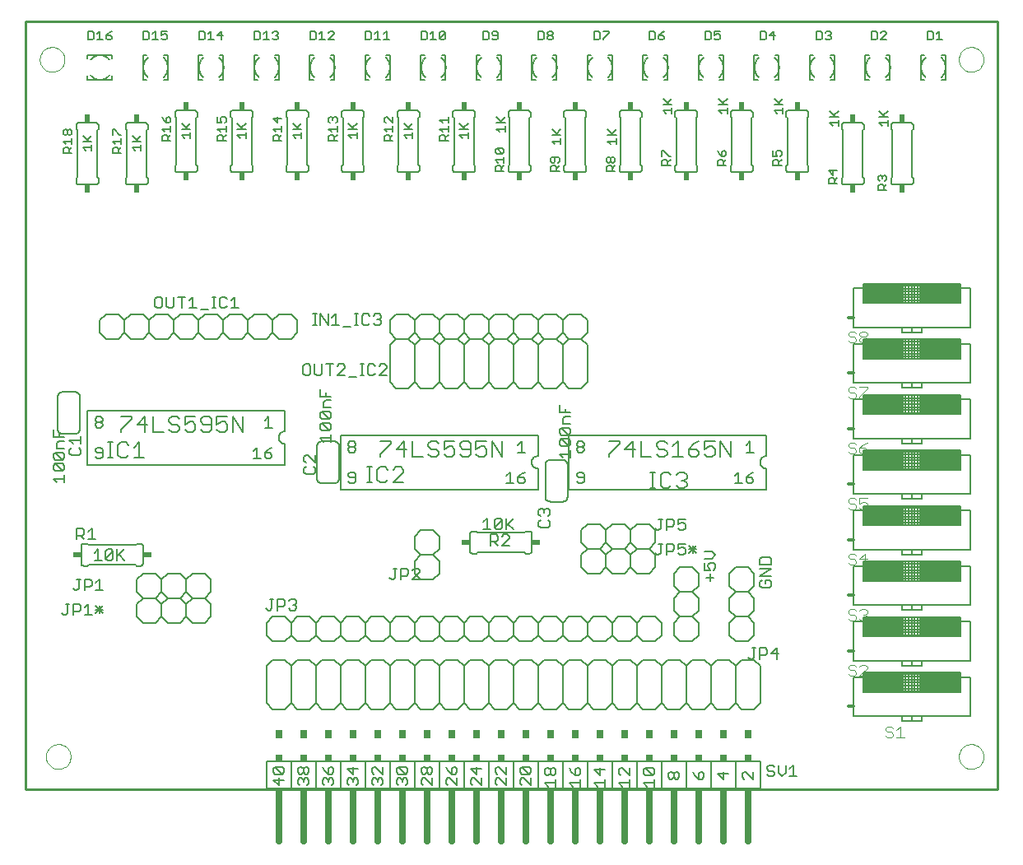
<source format=gbr>
G75*
G70*
%OFA0B0*%
%FSLAX24Y24*%
%IPPOS*%
%LPD*%
%AMOC8*
5,1,8,0,0,1.08239X$1,22.5*
%
%ADD10C,0.0100*%
%ADD11C,0.0000*%
%ADD12C,0.0050*%
%ADD13R,0.0260X0.0300*%
%ADD14C,0.0260*%
%ADD15R,0.0260X0.0260*%
%ADD16R,0.0260X0.0320*%
%ADD17C,0.0010*%
%ADD18C,0.0060*%
%ADD19R,0.0240X0.0340*%
%ADD20C,0.0070*%
%ADD21C,0.0120*%
%ADD22C,0.0040*%
%ADD23R,0.0340X0.0240*%
D10*
X000927Y002338D02*
X000927Y033441D01*
X040297Y033441D01*
X040297Y002338D01*
X040302Y002338D01*
X040297Y002338D02*
X000932Y002338D01*
D11*
X001752Y003663D02*
X001754Y003708D01*
X001760Y003754D01*
X001771Y003798D01*
X001785Y003841D01*
X001803Y003883D01*
X001825Y003923D01*
X001850Y003961D01*
X001879Y003996D01*
X001911Y004028D01*
X001945Y004058D01*
X001983Y004084D01*
X002022Y004107D01*
X002063Y004126D01*
X002106Y004141D01*
X002150Y004153D01*
X002195Y004160D01*
X002241Y004163D01*
X002286Y004162D01*
X002331Y004157D01*
X002376Y004147D01*
X002419Y004134D01*
X002462Y004117D01*
X002502Y004096D01*
X002540Y004071D01*
X002576Y004044D01*
X002610Y004013D01*
X002640Y003979D01*
X002667Y003942D01*
X002691Y003903D01*
X002711Y003862D01*
X002727Y003820D01*
X002739Y003776D01*
X002747Y003731D01*
X002751Y003686D01*
X002751Y003640D01*
X002747Y003595D01*
X002739Y003550D01*
X002727Y003506D01*
X002711Y003464D01*
X002691Y003423D01*
X002667Y003384D01*
X002640Y003347D01*
X002610Y003313D01*
X002576Y003282D01*
X002540Y003255D01*
X002502Y003230D01*
X002462Y003209D01*
X002419Y003192D01*
X002376Y003179D01*
X002331Y003169D01*
X002286Y003164D01*
X002241Y003163D01*
X002195Y003166D01*
X002150Y003173D01*
X002106Y003185D01*
X002063Y003200D01*
X002022Y003219D01*
X001983Y003242D01*
X001945Y003268D01*
X001911Y003298D01*
X001879Y003330D01*
X001850Y003365D01*
X001825Y003403D01*
X001803Y003443D01*
X001785Y003485D01*
X001771Y003528D01*
X001760Y003572D01*
X001754Y003618D01*
X001752Y003663D01*
X001502Y031897D02*
X001504Y031942D01*
X001510Y031988D01*
X001521Y032032D01*
X001535Y032075D01*
X001553Y032117D01*
X001575Y032157D01*
X001600Y032195D01*
X001629Y032230D01*
X001661Y032262D01*
X001695Y032292D01*
X001733Y032318D01*
X001772Y032341D01*
X001813Y032360D01*
X001856Y032375D01*
X001900Y032387D01*
X001945Y032394D01*
X001991Y032397D01*
X002036Y032396D01*
X002081Y032391D01*
X002126Y032381D01*
X002169Y032368D01*
X002212Y032351D01*
X002252Y032330D01*
X002290Y032305D01*
X002326Y032278D01*
X002360Y032247D01*
X002390Y032213D01*
X002417Y032176D01*
X002441Y032137D01*
X002461Y032096D01*
X002477Y032054D01*
X002489Y032010D01*
X002497Y031965D01*
X002501Y031920D01*
X002501Y031874D01*
X002497Y031829D01*
X002489Y031784D01*
X002477Y031740D01*
X002461Y031698D01*
X002441Y031657D01*
X002417Y031618D01*
X002390Y031581D01*
X002360Y031547D01*
X002326Y031516D01*
X002290Y031489D01*
X002252Y031464D01*
X002212Y031443D01*
X002169Y031426D01*
X002126Y031413D01*
X002081Y031403D01*
X002036Y031398D01*
X001991Y031397D01*
X001945Y031400D01*
X001900Y031407D01*
X001856Y031419D01*
X001813Y031434D01*
X001772Y031453D01*
X001733Y031476D01*
X001695Y031502D01*
X001661Y031532D01*
X001629Y031564D01*
X001600Y031599D01*
X001575Y031637D01*
X001553Y031677D01*
X001535Y031719D01*
X001521Y031762D01*
X001510Y031806D01*
X001504Y031852D01*
X001502Y031897D01*
X038723Y031897D02*
X038725Y031942D01*
X038731Y031988D01*
X038742Y032032D01*
X038756Y032075D01*
X038774Y032117D01*
X038796Y032157D01*
X038821Y032195D01*
X038850Y032230D01*
X038882Y032262D01*
X038916Y032292D01*
X038954Y032318D01*
X038993Y032341D01*
X039034Y032360D01*
X039077Y032375D01*
X039121Y032387D01*
X039166Y032394D01*
X039212Y032397D01*
X039257Y032396D01*
X039302Y032391D01*
X039347Y032381D01*
X039390Y032368D01*
X039433Y032351D01*
X039473Y032330D01*
X039511Y032305D01*
X039547Y032278D01*
X039581Y032247D01*
X039611Y032213D01*
X039638Y032176D01*
X039662Y032137D01*
X039682Y032096D01*
X039698Y032054D01*
X039710Y032010D01*
X039718Y031965D01*
X039722Y031920D01*
X039722Y031874D01*
X039718Y031829D01*
X039710Y031784D01*
X039698Y031740D01*
X039682Y031698D01*
X039662Y031657D01*
X039638Y031618D01*
X039611Y031581D01*
X039581Y031547D01*
X039547Y031516D01*
X039511Y031489D01*
X039473Y031464D01*
X039433Y031443D01*
X039390Y031426D01*
X039347Y031413D01*
X039302Y031403D01*
X039257Y031398D01*
X039212Y031397D01*
X039166Y031400D01*
X039121Y031407D01*
X039077Y031419D01*
X039034Y031434D01*
X038993Y031453D01*
X038954Y031476D01*
X038916Y031502D01*
X038882Y031532D01*
X038850Y031564D01*
X038821Y031599D01*
X038796Y031637D01*
X038774Y031677D01*
X038756Y031719D01*
X038742Y031762D01*
X038731Y031806D01*
X038725Y031852D01*
X038723Y031897D01*
X038723Y003663D02*
X038725Y003708D01*
X038731Y003754D01*
X038742Y003798D01*
X038756Y003841D01*
X038774Y003883D01*
X038796Y003923D01*
X038821Y003961D01*
X038850Y003996D01*
X038882Y004028D01*
X038916Y004058D01*
X038954Y004084D01*
X038993Y004107D01*
X039034Y004126D01*
X039077Y004141D01*
X039121Y004153D01*
X039166Y004160D01*
X039212Y004163D01*
X039257Y004162D01*
X039302Y004157D01*
X039347Y004147D01*
X039390Y004134D01*
X039433Y004117D01*
X039473Y004096D01*
X039511Y004071D01*
X039547Y004044D01*
X039581Y004013D01*
X039611Y003979D01*
X039638Y003942D01*
X039662Y003903D01*
X039682Y003862D01*
X039698Y003820D01*
X039710Y003776D01*
X039718Y003731D01*
X039722Y003686D01*
X039722Y003640D01*
X039718Y003595D01*
X039710Y003550D01*
X039698Y003506D01*
X039682Y003464D01*
X039662Y003423D01*
X039638Y003384D01*
X039611Y003347D01*
X039581Y003313D01*
X039547Y003282D01*
X039511Y003255D01*
X039473Y003230D01*
X039433Y003209D01*
X039390Y003192D01*
X039347Y003179D01*
X039302Y003169D01*
X039257Y003164D01*
X039212Y003163D01*
X039166Y003166D01*
X039121Y003173D01*
X039077Y003185D01*
X039034Y003200D01*
X038993Y003219D01*
X038954Y003242D01*
X038916Y003268D01*
X038882Y003298D01*
X038850Y003330D01*
X038821Y003365D01*
X038796Y003403D01*
X038774Y003443D01*
X038756Y003485D01*
X038742Y003528D01*
X038731Y003572D01*
X038725Y003618D01*
X038723Y003663D01*
D12*
X037215Y005104D02*
X036821Y005104D01*
X036821Y005301D01*
X036427Y005301D01*
X036427Y005104D01*
X036821Y005104D01*
X036821Y005301D02*
X037215Y005301D01*
X037215Y005104D01*
X037215Y005301D02*
X039183Y005301D01*
X039183Y006876D01*
X038789Y006876D01*
X038789Y007073D01*
X037215Y007073D01*
X036427Y007073D01*
X036427Y006285D01*
X037215Y006285D01*
X037215Y007073D01*
X037215Y006285D01*
X038789Y006285D01*
X038789Y007073D01*
X037215Y007073D01*
X037215Y006285D01*
X036427Y006285D01*
X036427Y007073D01*
X034852Y007073D01*
X034852Y006285D01*
X036427Y006285D01*
X036427Y007073D01*
X034852Y007073D01*
X034852Y006876D01*
X034459Y006876D01*
X034459Y005695D01*
X034459Y005301D01*
X036427Y005301D01*
X036427Y006285D02*
X034852Y006285D01*
X034852Y006876D01*
X034852Y006853D02*
X036427Y006853D01*
X036427Y006898D02*
X037215Y006898D01*
X037215Y006901D02*
X038789Y006901D01*
X038789Y006876D02*
X038789Y006285D01*
X037215Y006285D01*
X037215Y006298D02*
X036427Y006298D01*
X036427Y006319D02*
X034852Y006319D01*
X034852Y006367D02*
X036427Y006367D01*
X036427Y006416D02*
X034852Y006416D01*
X034852Y006464D02*
X036427Y006464D01*
X036427Y006418D02*
X037215Y006418D01*
X037215Y006416D02*
X038789Y006416D01*
X038789Y006464D02*
X037215Y006464D01*
X037215Y006513D02*
X038789Y006513D01*
X038789Y006562D02*
X037215Y006562D01*
X037215Y006538D02*
X036427Y006538D01*
X036427Y006562D02*
X034852Y006562D01*
X034852Y006610D02*
X036427Y006610D01*
X036427Y006658D02*
X037215Y006658D01*
X037215Y006659D02*
X038789Y006659D01*
X038789Y006707D02*
X037215Y006707D01*
X037215Y006756D02*
X038789Y006756D01*
X038789Y006804D02*
X037215Y006804D01*
X037215Y006778D02*
X036427Y006778D01*
X036427Y006756D02*
X034852Y006756D01*
X034852Y006804D02*
X036427Y006804D01*
X036427Y006707D02*
X034852Y006707D01*
X034852Y006659D02*
X036427Y006659D01*
X036427Y006513D02*
X034852Y006513D01*
X034852Y006901D02*
X036427Y006901D01*
X036427Y006950D02*
X034852Y006950D01*
X034852Y006998D02*
X036427Y006998D01*
X036427Y007018D02*
X037215Y007018D01*
X037215Y006998D02*
X038789Y006998D01*
X038789Y006950D02*
X037215Y006950D01*
X037215Y007047D02*
X038789Y007047D01*
X038789Y006853D02*
X037215Y006853D01*
X037215Y007073D02*
X036427Y007073D01*
X036447Y007073D02*
X036447Y006285D01*
X036567Y006285D02*
X036567Y007073D01*
X036687Y007073D02*
X036687Y006285D01*
X036807Y006285D02*
X036807Y007073D01*
X036927Y007073D02*
X036927Y006285D01*
X037047Y006285D02*
X037047Y007073D01*
X037167Y007073D02*
X037167Y006285D01*
X037215Y006319D02*
X038789Y006319D01*
X038789Y006367D02*
X037215Y006367D01*
X037215Y006610D02*
X038789Y006610D01*
X039183Y007551D02*
X037215Y007551D01*
X037215Y007354D01*
X036821Y007354D01*
X036821Y007551D01*
X036427Y007551D01*
X036427Y007354D01*
X036821Y007354D01*
X036821Y007551D02*
X037215Y007551D01*
X036427Y007551D02*
X034459Y007551D01*
X034459Y007945D01*
X034459Y009126D01*
X034852Y009126D01*
X034852Y008535D01*
X036427Y008535D01*
X037215Y008535D01*
X037215Y009323D01*
X036427Y009323D01*
X036427Y008535D01*
X036427Y009323D01*
X034852Y009323D01*
X034852Y008535D01*
X036427Y008535D01*
X037215Y008535D01*
X038789Y008535D01*
X038789Y009323D01*
X037215Y009323D01*
X037215Y008535D01*
X037215Y009323D01*
X036427Y009323D01*
X036427Y008535D01*
X036427Y008552D02*
X034852Y008552D01*
X034852Y008600D02*
X036427Y008600D01*
X036427Y008578D02*
X037215Y008578D01*
X037215Y008600D02*
X038789Y008600D01*
X038789Y008552D02*
X037215Y008552D01*
X037215Y008535D02*
X038789Y008535D01*
X038789Y009126D01*
X039183Y009126D01*
X039183Y007551D01*
X038789Y008649D02*
X037215Y008649D01*
X037215Y008697D02*
X038789Y008697D01*
X038789Y008746D02*
X037215Y008746D01*
X037215Y008698D02*
X036427Y008698D01*
X036427Y008697D02*
X034852Y008697D01*
X034852Y008649D02*
X036427Y008649D01*
X036427Y008746D02*
X034852Y008746D01*
X034852Y008795D02*
X036427Y008795D01*
X036427Y008818D02*
X037215Y008818D01*
X037215Y008795D02*
X038789Y008795D01*
X038789Y008843D02*
X037215Y008843D01*
X037215Y008892D02*
X038789Y008892D01*
X038789Y008940D02*
X037215Y008940D01*
X037215Y008938D02*
X036427Y008938D01*
X036427Y008940D02*
X034852Y008940D01*
X034852Y008892D02*
X036427Y008892D01*
X036427Y008843D02*
X034852Y008843D01*
X034852Y008989D02*
X036427Y008989D01*
X036427Y009037D02*
X034852Y009037D01*
X034852Y009086D02*
X036427Y009086D01*
X036427Y009058D02*
X037215Y009058D01*
X037215Y009037D02*
X038789Y009037D01*
X038789Y008989D02*
X037215Y008989D01*
X037215Y009086D02*
X038789Y009086D01*
X038789Y009126D02*
X038789Y009323D01*
X037215Y009323D01*
X037215Y009298D02*
X036427Y009298D01*
X036427Y009280D02*
X034852Y009280D01*
X034852Y009323D02*
X036427Y009323D01*
X036447Y009323D02*
X036447Y008535D01*
X036567Y008535D02*
X036567Y009323D01*
X036687Y009323D02*
X036687Y008535D01*
X036807Y008535D02*
X036807Y009323D01*
X036927Y009323D02*
X036927Y008535D01*
X037047Y008535D02*
X037047Y009323D01*
X037167Y009323D02*
X037167Y008535D01*
X037215Y009134D02*
X038789Y009134D01*
X038789Y009183D02*
X037215Y009183D01*
X037215Y009178D02*
X036427Y009178D01*
X036427Y009183D02*
X034852Y009183D01*
X034852Y009231D02*
X036427Y009231D01*
X036427Y009134D02*
X034852Y009134D01*
X034852Y009126D02*
X034852Y009323D01*
X034459Y009801D02*
X034459Y010195D01*
X034459Y011376D01*
X034852Y011376D01*
X034852Y010785D01*
X036427Y010785D01*
X037215Y010785D01*
X037215Y011573D01*
X036427Y011573D01*
X036427Y010785D01*
X036427Y011573D01*
X034852Y011573D01*
X034852Y010785D01*
X036427Y010785D01*
X037215Y010785D01*
X038789Y010785D01*
X038789Y011573D01*
X037215Y011573D01*
X037215Y010785D01*
X037215Y011573D01*
X036427Y011573D01*
X036427Y010785D01*
X036447Y010785D02*
X036447Y011573D01*
X036427Y011573D02*
X034852Y011573D01*
X034852Y011376D01*
X034852Y011367D02*
X036427Y011367D01*
X036427Y011338D02*
X037215Y011338D01*
X037215Y011319D02*
X038789Y011319D01*
X038789Y011367D02*
X037215Y011367D01*
X037215Y011416D02*
X038789Y011416D01*
X038789Y011376D02*
X039183Y011376D01*
X039183Y009801D01*
X037215Y009801D01*
X037215Y009604D01*
X036821Y009604D01*
X036821Y009801D01*
X036427Y009801D01*
X036427Y009604D01*
X036821Y009604D01*
X036821Y009801D02*
X037215Y009801D01*
X037215Y009280D02*
X038789Y009280D01*
X038789Y009231D02*
X037215Y009231D01*
X036427Y009801D02*
X034459Y009801D01*
X034852Y010833D02*
X036427Y010833D01*
X036427Y010858D02*
X037215Y010858D01*
X037215Y010882D02*
X038789Y010882D01*
X038789Y010930D02*
X037215Y010930D01*
X037215Y010978D02*
X036427Y010978D01*
X036427Y010979D02*
X034852Y010979D01*
X034852Y011028D02*
X036427Y011028D01*
X036427Y011076D02*
X034852Y011076D01*
X034852Y011125D02*
X036427Y011125D01*
X036427Y011098D02*
X037215Y011098D01*
X037215Y011076D02*
X038789Y011076D01*
X038789Y011028D02*
X037215Y011028D01*
X037215Y010979D02*
X038789Y010979D01*
X038789Y011125D02*
X037215Y011125D01*
X037215Y011173D02*
X038789Y011173D01*
X038789Y011222D02*
X037215Y011222D01*
X037215Y011218D02*
X036427Y011218D01*
X036427Y011222D02*
X034852Y011222D01*
X034852Y011270D02*
X036427Y011270D01*
X036427Y011319D02*
X034852Y011319D01*
X034852Y011416D02*
X036427Y011416D01*
X036427Y011458D02*
X037215Y011458D01*
X037215Y011464D02*
X038789Y011464D01*
X038789Y011513D02*
X037215Y011513D01*
X037215Y011561D02*
X038789Y011561D01*
X038789Y011573D02*
X038789Y011376D01*
X038789Y010785D01*
X037215Y010785D01*
X037167Y010785D02*
X037167Y011573D01*
X037215Y011573D02*
X038789Y011573D01*
X038789Y011270D02*
X037215Y011270D01*
X037047Y011573D02*
X037047Y010785D01*
X036927Y010785D02*
X036927Y011573D01*
X036807Y011573D02*
X036807Y010785D01*
X036687Y010785D02*
X036687Y011573D01*
X036567Y011573D02*
X036567Y010785D01*
X036427Y010882D02*
X034852Y010882D01*
X034852Y010930D02*
X036427Y010930D01*
X036427Y011173D02*
X034852Y011173D01*
X034852Y011464D02*
X036427Y011464D01*
X036427Y011513D02*
X034852Y011513D01*
X034852Y011561D02*
X036427Y011561D01*
X036427Y011854D02*
X036821Y011854D01*
X036821Y012051D01*
X036427Y012051D01*
X036427Y011854D01*
X036427Y012051D02*
X034459Y012051D01*
X034459Y012445D01*
X034459Y013626D01*
X034852Y013626D01*
X034852Y013035D01*
X036427Y013035D01*
X037215Y013035D01*
X037215Y013823D01*
X036427Y013823D01*
X036427Y013035D01*
X036427Y013823D01*
X034852Y013823D01*
X034852Y013035D01*
X036427Y013035D01*
X037215Y013035D01*
X038789Y013035D01*
X038789Y013823D01*
X037215Y013823D01*
X037215Y013035D01*
X037215Y013823D01*
X036427Y013823D01*
X036427Y013035D01*
X036447Y013035D02*
X036447Y013823D01*
X036427Y013823D02*
X034852Y013823D01*
X034852Y013626D01*
X034852Y013649D02*
X036427Y013649D01*
X036427Y013618D02*
X037215Y013618D01*
X037215Y013600D02*
X038789Y013600D01*
X038789Y013626D02*
X039183Y013626D01*
X039183Y012051D01*
X037215Y012051D01*
X037215Y011854D01*
X036821Y011854D01*
X036821Y012051D02*
X037215Y012051D01*
X037215Y013035D02*
X038789Y013035D01*
X038789Y013626D01*
X038789Y013823D01*
X037215Y013823D01*
X037215Y013794D02*
X038789Y013794D01*
X038789Y013746D02*
X037215Y013746D01*
X037215Y013738D02*
X036427Y013738D01*
X036427Y013746D02*
X034852Y013746D01*
X034852Y013794D02*
X036427Y013794D01*
X036427Y013697D02*
X034852Y013697D01*
X034852Y013600D02*
X036427Y013600D01*
X036427Y013552D02*
X034852Y013552D01*
X034852Y013503D02*
X036427Y013503D01*
X036427Y013498D02*
X037215Y013498D01*
X037215Y013503D02*
X038789Y013503D01*
X038789Y013455D02*
X037215Y013455D01*
X037215Y013406D02*
X038789Y013406D01*
X038789Y013358D02*
X037215Y013358D01*
X037215Y013378D02*
X036427Y013378D01*
X036427Y013358D02*
X034852Y013358D01*
X034852Y013406D02*
X036427Y013406D01*
X036427Y013455D02*
X034852Y013455D01*
X034852Y013309D02*
X036427Y013309D01*
X036427Y013261D02*
X034852Y013261D01*
X034852Y013212D02*
X036427Y013212D01*
X036427Y013258D02*
X037215Y013258D01*
X037215Y013261D02*
X038789Y013261D01*
X038789Y013309D02*
X037215Y013309D01*
X037215Y013212D02*
X038789Y013212D01*
X038789Y013163D02*
X037215Y013163D01*
X037215Y013138D02*
X036427Y013138D01*
X036427Y013115D02*
X034852Y013115D01*
X034852Y013163D02*
X036427Y013163D01*
X036427Y013066D02*
X034852Y013066D01*
X034459Y014301D02*
X034459Y014695D01*
X034459Y015876D01*
X034852Y015876D01*
X034852Y015285D01*
X036427Y015285D01*
X037215Y015285D01*
X037215Y016073D01*
X036427Y016073D01*
X036427Y015285D01*
X036427Y016073D01*
X034852Y016073D01*
X034852Y015285D01*
X036427Y015285D01*
X037215Y015285D01*
X038789Y015285D01*
X038789Y016073D01*
X037215Y016073D01*
X037215Y015285D01*
X037215Y016073D01*
X036427Y016073D01*
X036427Y015285D01*
X036427Y015298D02*
X037215Y015298D01*
X037215Y015299D02*
X038789Y015299D01*
X038789Y015285D02*
X038789Y015876D01*
X039183Y015876D01*
X039183Y014301D01*
X037215Y014301D01*
X037215Y014104D01*
X036821Y014104D01*
X036821Y014301D01*
X036427Y014301D01*
X036427Y014104D01*
X036821Y014104D01*
X036821Y014301D02*
X037215Y014301D01*
X037167Y013823D02*
X037167Y013035D01*
X037215Y013066D02*
X038789Y013066D01*
X038789Y013115D02*
X037215Y013115D01*
X037047Y013035D02*
X037047Y013823D01*
X036927Y013823D02*
X036927Y013035D01*
X036807Y013035D02*
X036807Y013823D01*
X036687Y013823D02*
X036687Y013035D01*
X036567Y013035D02*
X036567Y013823D01*
X036427Y014301D02*
X034459Y014301D01*
X034852Y015299D02*
X036427Y015299D01*
X036447Y015285D02*
X036447Y016073D01*
X036427Y016073D02*
X034852Y016073D01*
X034852Y015876D01*
X034852Y015882D02*
X036427Y015882D01*
X036427Y015898D02*
X037215Y015898D01*
X037215Y015882D02*
X038789Y015882D01*
X038789Y015876D02*
X038789Y016073D01*
X037215Y016073D01*
X037215Y016027D02*
X038789Y016027D01*
X038789Y015979D02*
X037215Y015979D01*
X037215Y016018D02*
X036427Y016018D01*
X036427Y016027D02*
X034852Y016027D01*
X034852Y015979D02*
X036427Y015979D01*
X036427Y015930D02*
X034852Y015930D01*
X034852Y015833D02*
X036427Y015833D01*
X036427Y015785D02*
X034852Y015785D01*
X034852Y015736D02*
X036427Y015736D01*
X036427Y015778D02*
X037215Y015778D01*
X037215Y015785D02*
X038789Y015785D01*
X038789Y015833D02*
X037215Y015833D01*
X037215Y015736D02*
X038789Y015736D01*
X038789Y015688D02*
X037215Y015688D01*
X037215Y015658D02*
X036427Y015658D01*
X036427Y015639D02*
X034852Y015639D01*
X034852Y015591D02*
X036427Y015591D01*
X036427Y015542D02*
X034852Y015542D01*
X034852Y015494D02*
X036427Y015494D01*
X036427Y015538D02*
X037215Y015538D01*
X037215Y015542D02*
X038789Y015542D01*
X038789Y015494D02*
X037215Y015494D01*
X037215Y015445D02*
X038789Y015445D01*
X038789Y015396D02*
X037215Y015396D01*
X037215Y015418D02*
X036427Y015418D01*
X036427Y015396D02*
X034852Y015396D01*
X034852Y015348D02*
X036427Y015348D01*
X036427Y015445D02*
X034852Y015445D01*
X034852Y015688D02*
X036427Y015688D01*
X036567Y016073D02*
X036567Y015285D01*
X036687Y015285D02*
X036687Y016073D01*
X036807Y016073D02*
X036807Y015285D01*
X036927Y015285D02*
X036927Y016073D01*
X037047Y016073D02*
X037047Y015285D01*
X037167Y015285D02*
X037167Y016073D01*
X037215Y015930D02*
X038789Y015930D01*
X038789Y015639D02*
X037215Y015639D01*
X037215Y015591D02*
X038789Y015591D01*
X038789Y015348D02*
X037215Y015348D01*
X037215Y015285D02*
X038789Y015285D01*
X039183Y016551D02*
X037215Y016551D01*
X037215Y016354D01*
X036821Y016354D01*
X036821Y016551D01*
X036427Y016551D01*
X036427Y016354D01*
X036821Y016354D01*
X036821Y016551D02*
X037215Y016551D01*
X036427Y016551D02*
X034459Y016551D01*
X034459Y016945D01*
X034459Y018126D01*
X034852Y018126D01*
X034852Y017535D01*
X036427Y017535D01*
X037215Y017535D01*
X037215Y018323D01*
X036427Y018323D01*
X036427Y017535D01*
X036427Y018323D01*
X034852Y018323D01*
X034852Y017535D01*
X036427Y017535D01*
X037215Y017535D01*
X038789Y017535D01*
X038789Y018323D01*
X037215Y018323D01*
X037215Y017535D01*
X037215Y018323D01*
X036427Y018323D01*
X036427Y017535D01*
X036447Y017535D02*
X036447Y018323D01*
X036427Y018323D02*
X034852Y018323D01*
X034852Y018126D01*
X034852Y018115D02*
X036427Y018115D01*
X036427Y018163D02*
X034852Y018163D01*
X034852Y018212D02*
X036427Y018212D01*
X036427Y018178D02*
X037215Y018178D01*
X037215Y018163D02*
X038789Y018163D01*
X038789Y018126D02*
X039183Y018126D01*
X039183Y016551D01*
X038789Y017535D02*
X038789Y018126D01*
X038789Y018323D01*
X037215Y018323D01*
X037215Y018309D02*
X038789Y018309D01*
X038789Y018260D02*
X037215Y018260D01*
X037215Y018298D02*
X036427Y018298D01*
X036427Y018309D02*
X034852Y018309D01*
X034852Y018260D02*
X036427Y018260D01*
X036567Y018323D02*
X036567Y017535D01*
X036687Y017535D02*
X036687Y018323D01*
X036807Y018323D02*
X036807Y017535D01*
X036927Y017535D02*
X036927Y018323D01*
X037047Y018323D02*
X037047Y017535D01*
X037167Y017535D02*
X037167Y018323D01*
X037215Y018212D02*
X038789Y018212D01*
X038789Y018115D02*
X037215Y018115D01*
X037215Y018066D02*
X038789Y018066D01*
X038789Y018018D02*
X037215Y018018D01*
X037215Y018058D02*
X036427Y018058D01*
X036427Y018066D02*
X034852Y018066D01*
X034852Y018018D02*
X036427Y018018D01*
X036427Y017969D02*
X034852Y017969D01*
X034852Y017921D02*
X036427Y017921D01*
X036427Y017938D02*
X037215Y017938D01*
X037215Y017921D02*
X038789Y017921D01*
X038789Y017969D02*
X037215Y017969D01*
X037215Y017872D02*
X038789Y017872D01*
X038789Y017824D02*
X037215Y017824D01*
X037215Y017818D02*
X036427Y017818D01*
X036427Y017824D02*
X034852Y017824D01*
X034852Y017872D02*
X036427Y017872D01*
X036427Y017775D02*
X034852Y017775D01*
X034852Y017726D02*
X036427Y017726D01*
X036427Y017698D02*
X037215Y017698D01*
X037215Y017678D02*
X038789Y017678D01*
X038789Y017726D02*
X037215Y017726D01*
X037215Y017775D02*
X038789Y017775D01*
X038789Y017629D02*
X037215Y017629D01*
X037215Y017581D02*
X038789Y017581D01*
X038789Y017535D02*
X037215Y017535D01*
X037215Y017578D02*
X036427Y017578D01*
X036427Y017581D02*
X034852Y017581D01*
X034852Y017629D02*
X036427Y017629D01*
X036427Y017678D02*
X034852Y017678D01*
X034459Y018801D02*
X034459Y019195D01*
X034459Y020376D01*
X034852Y020376D01*
X034852Y019785D01*
X036427Y019785D01*
X037215Y019785D01*
X037215Y020573D01*
X036427Y020573D01*
X036427Y019785D01*
X036427Y020573D01*
X034852Y020573D01*
X034852Y019785D01*
X036427Y019785D01*
X037215Y019785D01*
X038789Y019785D01*
X038789Y020573D01*
X037215Y020573D01*
X037215Y019785D01*
X037215Y020573D01*
X036427Y020573D01*
X036427Y019785D01*
X036447Y019785D02*
X036447Y020573D01*
X036427Y020573D02*
X034852Y020573D01*
X034852Y020376D01*
X034852Y020396D02*
X036427Y020396D01*
X036427Y020348D02*
X034852Y020348D01*
X034852Y020299D02*
X036427Y020299D01*
X036427Y020338D02*
X037215Y020338D01*
X037215Y020348D02*
X038789Y020348D01*
X038789Y020376D02*
X039183Y020376D01*
X039183Y018801D01*
X037215Y018801D01*
X037215Y018604D01*
X036821Y018604D01*
X036821Y018801D01*
X036427Y018801D01*
X036427Y018604D01*
X036821Y018604D01*
X036821Y018801D02*
X037215Y018801D01*
X036427Y018801D02*
X034459Y018801D01*
X034852Y019814D02*
X036427Y019814D01*
X036427Y019858D02*
X037215Y019858D01*
X037215Y019862D02*
X038789Y019862D01*
X038789Y019814D02*
X037215Y019814D01*
X037215Y019785D02*
X038789Y019785D01*
X038789Y020376D01*
X038789Y020573D01*
X037215Y020573D01*
X037215Y020542D02*
X038789Y020542D01*
X038789Y020493D02*
X037215Y020493D01*
X037215Y020458D02*
X036427Y020458D01*
X036427Y020445D02*
X034852Y020445D01*
X034852Y020493D02*
X036427Y020493D01*
X036427Y020542D02*
X034852Y020542D01*
X034852Y020251D02*
X036427Y020251D01*
X036427Y020218D02*
X037215Y020218D01*
X037215Y020202D02*
X038789Y020202D01*
X038789Y020154D02*
X037215Y020154D01*
X037215Y020105D02*
X038789Y020105D01*
X038789Y020057D02*
X037215Y020057D01*
X037215Y020098D02*
X036427Y020098D01*
X036427Y020105D02*
X034852Y020105D01*
X034852Y020057D02*
X036427Y020057D01*
X036427Y020008D02*
X034852Y020008D01*
X034852Y019959D02*
X036427Y019959D01*
X036427Y019978D02*
X037215Y019978D01*
X037215Y019959D02*
X038789Y019959D01*
X038789Y019911D02*
X037215Y019911D01*
X037215Y020008D02*
X038789Y020008D01*
X038789Y020251D02*
X037215Y020251D01*
X037215Y020299D02*
X038789Y020299D01*
X038789Y020396D02*
X037215Y020396D01*
X037215Y020445D02*
X038789Y020445D01*
X039183Y021051D02*
X037215Y021051D01*
X037215Y020854D01*
X036821Y020854D01*
X036821Y021051D01*
X036427Y021051D01*
X036427Y020854D01*
X036821Y020854D01*
X036821Y021051D02*
X037215Y021051D01*
X037167Y020573D02*
X037167Y019785D01*
X037047Y019785D02*
X037047Y020573D01*
X036927Y020573D02*
X036927Y019785D01*
X036807Y019785D02*
X036807Y020573D01*
X036687Y020573D02*
X036687Y019785D01*
X036567Y019785D02*
X036567Y020573D01*
X036427Y020202D02*
X034852Y020202D01*
X034852Y020154D02*
X036427Y020154D01*
X036427Y019911D02*
X034852Y019911D01*
X034852Y019862D02*
X036427Y019862D01*
X036427Y021051D02*
X034459Y021051D01*
X034459Y021445D01*
X034459Y022626D01*
X034852Y022626D01*
X034852Y022035D01*
X036427Y022035D01*
X037215Y022035D01*
X037215Y022823D01*
X036427Y022823D01*
X036427Y022035D01*
X036427Y022823D01*
X034852Y022823D01*
X034852Y022035D01*
X036427Y022035D01*
X037215Y022035D01*
X038789Y022035D01*
X038789Y022823D01*
X037215Y022823D01*
X037215Y022035D01*
X037215Y022823D01*
X036427Y022823D01*
X036427Y022035D01*
X036427Y022047D02*
X034852Y022047D01*
X034852Y022095D02*
X036427Y022095D01*
X036427Y022138D02*
X037215Y022138D01*
X037215Y022144D02*
X038789Y022144D01*
X038789Y022192D02*
X037215Y022192D01*
X037215Y022241D02*
X038789Y022241D01*
X038789Y022290D02*
X037215Y022290D01*
X037215Y022258D02*
X036427Y022258D01*
X036427Y022241D02*
X034852Y022241D01*
X034852Y022192D02*
X036427Y022192D01*
X036427Y022144D02*
X034852Y022144D01*
X034852Y022290D02*
X036427Y022290D01*
X036427Y022338D02*
X034852Y022338D01*
X034852Y022387D02*
X036427Y022387D01*
X036427Y022378D02*
X037215Y022378D01*
X037215Y022387D02*
X038789Y022387D01*
X038789Y022435D02*
X037215Y022435D01*
X037215Y022484D02*
X038789Y022484D01*
X038789Y022532D02*
X037215Y022532D01*
X037215Y022498D02*
X036427Y022498D01*
X036427Y022484D02*
X034852Y022484D01*
X034852Y022532D02*
X036427Y022532D01*
X036427Y022581D02*
X034852Y022581D01*
X034852Y022626D02*
X034852Y022823D01*
X036427Y022823D01*
X036447Y022823D02*
X036447Y022035D01*
X036567Y022035D02*
X036567Y022823D01*
X036687Y022823D02*
X036687Y022035D01*
X036807Y022035D02*
X036807Y022823D01*
X036927Y022823D02*
X036927Y022035D01*
X037047Y022035D02*
X037047Y022823D01*
X037167Y022823D02*
X037167Y022035D01*
X037215Y022035D02*
X038789Y022035D01*
X038789Y022626D01*
X039183Y022626D01*
X039183Y021051D01*
X038789Y022047D02*
X037215Y022047D01*
X037215Y022095D02*
X038789Y022095D01*
X038789Y022338D02*
X037215Y022338D01*
X037215Y022581D02*
X038789Y022581D01*
X038789Y022626D02*
X038789Y022823D01*
X037215Y022823D01*
X037215Y022775D02*
X038789Y022775D01*
X038789Y022726D02*
X037215Y022726D01*
X037215Y022738D02*
X036427Y022738D01*
X036427Y022726D02*
X034852Y022726D01*
X034852Y022678D02*
X036427Y022678D01*
X036427Y022629D02*
X034852Y022629D01*
X034852Y022775D02*
X036427Y022775D01*
X036427Y022618D02*
X037215Y022618D01*
X037215Y022629D02*
X038789Y022629D01*
X038789Y022678D02*
X037215Y022678D01*
X036427Y022435D02*
X034852Y022435D01*
X035452Y026613D02*
X035452Y026783D01*
X035509Y026840D01*
X035622Y026840D01*
X035679Y026783D01*
X035679Y026613D01*
X035792Y026613D02*
X035452Y026613D01*
X035679Y026727D02*
X035792Y026840D01*
X035736Y026972D02*
X035792Y027029D01*
X035792Y027142D01*
X035736Y027199D01*
X035679Y027199D01*
X035622Y027142D01*
X035622Y027086D01*
X035622Y027142D02*
X035565Y027199D01*
X035509Y027199D01*
X035452Y027142D01*
X035452Y027029D01*
X035509Y026972D01*
X035977Y026938D02*
X035977Y027088D01*
X036027Y027138D01*
X036027Y029038D01*
X035977Y029088D01*
X035977Y029238D01*
X035979Y029258D01*
X035985Y029276D01*
X035994Y029294D01*
X036006Y029309D01*
X036021Y029321D01*
X036039Y029330D01*
X036057Y029336D01*
X036077Y029338D01*
X036777Y029338D01*
X036797Y029336D01*
X036815Y029330D01*
X036833Y029321D01*
X036848Y029309D01*
X036860Y029294D01*
X036869Y029276D01*
X036875Y029258D01*
X036877Y029238D01*
X036877Y029088D01*
X036827Y029038D01*
X036827Y027138D01*
X036877Y027088D01*
X036877Y026938D01*
X036875Y026918D01*
X036869Y026900D01*
X036860Y026882D01*
X036848Y026867D01*
X036833Y026855D01*
X036815Y026846D01*
X036797Y026840D01*
X036777Y026838D01*
X036077Y026838D01*
X036057Y026840D01*
X036039Y026846D01*
X036021Y026855D01*
X036006Y026867D01*
X035994Y026882D01*
X035985Y026900D01*
X035979Y026918D01*
X035977Y026938D01*
X034877Y026938D02*
X034877Y027088D01*
X034827Y027138D01*
X034827Y029038D01*
X034877Y029088D01*
X034877Y029238D01*
X034875Y029258D01*
X034869Y029276D01*
X034860Y029294D01*
X034848Y029309D01*
X034833Y029321D01*
X034815Y029330D01*
X034797Y029336D01*
X034777Y029338D01*
X034077Y029338D01*
X034057Y029336D01*
X034039Y029330D01*
X034021Y029321D01*
X034006Y029309D01*
X033994Y029294D01*
X033985Y029276D01*
X033979Y029258D01*
X033977Y029238D01*
X033977Y029088D01*
X034027Y029038D01*
X034027Y027138D01*
X033977Y027088D01*
X033977Y026938D01*
X033979Y026918D01*
X033985Y026900D01*
X033994Y026882D01*
X034006Y026867D01*
X034021Y026855D01*
X034039Y026846D01*
X034057Y026840D01*
X034077Y026838D01*
X034777Y026838D01*
X034797Y026840D01*
X034815Y026846D01*
X034833Y026855D01*
X034848Y026867D01*
X034860Y026882D01*
X034869Y026900D01*
X034875Y026918D01*
X034877Y026938D01*
X033792Y026863D02*
X033452Y026863D01*
X033452Y027033D01*
X033509Y027090D01*
X033622Y027090D01*
X033679Y027033D01*
X033679Y026863D01*
X033679Y026977D02*
X033792Y027090D01*
X033622Y027222D02*
X033622Y027449D01*
X033452Y027392D02*
X033622Y027222D01*
X033792Y027392D02*
X033452Y027392D01*
X032627Y027438D02*
X032627Y027588D01*
X032577Y027638D01*
X032577Y029538D01*
X032627Y029588D01*
X032627Y029738D01*
X032625Y029758D01*
X032619Y029776D01*
X032610Y029794D01*
X032598Y029809D01*
X032583Y029821D01*
X032565Y029830D01*
X032547Y029836D01*
X032527Y029838D01*
X031827Y029838D01*
X031807Y029836D01*
X031789Y029830D01*
X031771Y029821D01*
X031756Y029809D01*
X031744Y029794D01*
X031735Y029776D01*
X031729Y029758D01*
X031727Y029738D01*
X031727Y029588D01*
X031777Y029538D01*
X031777Y027638D01*
X031727Y027588D01*
X031727Y027438D01*
X031729Y027418D01*
X031735Y027400D01*
X031744Y027382D01*
X031756Y027367D01*
X031771Y027355D01*
X031789Y027346D01*
X031807Y027340D01*
X031827Y027338D01*
X032527Y027338D01*
X032547Y027340D01*
X032565Y027346D01*
X032583Y027355D01*
X032598Y027367D01*
X032610Y027382D01*
X032619Y027400D01*
X032625Y027418D01*
X032627Y027438D01*
X031542Y027613D02*
X031202Y027613D01*
X031202Y027783D01*
X031259Y027840D01*
X031372Y027840D01*
X031429Y027783D01*
X031429Y027613D01*
X031429Y027727D02*
X031542Y027840D01*
X031486Y027972D02*
X031542Y028029D01*
X031542Y028142D01*
X031486Y028199D01*
X031372Y028199D01*
X031315Y028142D01*
X031315Y028086D01*
X031372Y027972D01*
X031202Y027972D01*
X031202Y028199D01*
X030377Y027588D02*
X030327Y027638D01*
X030327Y029538D01*
X030377Y029588D01*
X030377Y029738D01*
X030375Y029758D01*
X030369Y029776D01*
X030360Y029794D01*
X030348Y029809D01*
X030333Y029821D01*
X030315Y029830D01*
X030297Y029836D01*
X030277Y029838D01*
X029577Y029838D01*
X029557Y029836D01*
X029539Y029830D01*
X029521Y029821D01*
X029506Y029809D01*
X029494Y029794D01*
X029485Y029776D01*
X029479Y029758D01*
X029477Y029738D01*
X029477Y029588D01*
X029527Y029538D01*
X029527Y027638D01*
X029477Y027588D01*
X029477Y027438D01*
X029479Y027418D01*
X029485Y027400D01*
X029494Y027382D01*
X029506Y027367D01*
X029521Y027355D01*
X029539Y027346D01*
X029557Y027340D01*
X029577Y027338D01*
X030277Y027338D01*
X030297Y027340D01*
X030315Y027346D01*
X030333Y027355D01*
X030348Y027367D01*
X030360Y027382D01*
X030369Y027400D01*
X030375Y027418D01*
X030377Y027438D01*
X030377Y027588D01*
X029292Y027613D02*
X028952Y027613D01*
X028952Y027783D01*
X029009Y027840D01*
X029122Y027840D01*
X029179Y027783D01*
X029179Y027613D01*
X029179Y027727D02*
X029292Y027840D01*
X029236Y027972D02*
X029292Y028029D01*
X029292Y028142D01*
X029236Y028199D01*
X029179Y028199D01*
X029122Y028142D01*
X029122Y027972D01*
X029236Y027972D01*
X029122Y027972D02*
X029009Y028086D01*
X028952Y028199D01*
X028127Y027588D02*
X028077Y027638D01*
X028077Y029538D01*
X028127Y029588D01*
X028127Y029738D01*
X028125Y029758D01*
X028119Y029776D01*
X028110Y029794D01*
X028098Y029809D01*
X028083Y029821D01*
X028065Y029830D01*
X028047Y029836D01*
X028027Y029838D01*
X027327Y029838D01*
X027307Y029836D01*
X027289Y029830D01*
X027271Y029821D01*
X027256Y029809D01*
X027244Y029794D01*
X027235Y029776D01*
X027229Y029758D01*
X027227Y029738D01*
X027227Y029588D01*
X027277Y029538D01*
X027277Y027638D01*
X027227Y027588D01*
X027227Y027438D01*
X027229Y027418D01*
X027235Y027400D01*
X027244Y027382D01*
X027256Y027367D01*
X027271Y027355D01*
X027289Y027346D01*
X027307Y027340D01*
X027327Y027338D01*
X028027Y027338D01*
X028047Y027340D01*
X028065Y027346D01*
X028083Y027355D01*
X028098Y027367D01*
X028110Y027382D01*
X028119Y027400D01*
X028125Y027418D01*
X028127Y027438D01*
X028127Y027588D01*
X027042Y027613D02*
X026702Y027613D01*
X026702Y027783D01*
X026759Y027840D01*
X026872Y027840D01*
X026929Y027783D01*
X026929Y027613D01*
X026929Y027727D02*
X027042Y027840D01*
X027042Y027972D02*
X026986Y027972D01*
X026759Y028199D01*
X026702Y028199D01*
X026702Y027972D01*
X025877Y027588D02*
X025827Y027638D01*
X025827Y029538D01*
X025877Y029588D01*
X025877Y029738D01*
X025875Y029758D01*
X025869Y029776D01*
X025860Y029794D01*
X025848Y029809D01*
X025833Y029821D01*
X025815Y029830D01*
X025797Y029836D01*
X025777Y029838D01*
X025077Y029838D01*
X025057Y029836D01*
X025039Y029830D01*
X025021Y029821D01*
X025006Y029809D01*
X024994Y029794D01*
X024985Y029776D01*
X024979Y029758D01*
X024977Y029738D01*
X024977Y029588D01*
X025027Y029538D01*
X025027Y027638D01*
X024977Y027588D01*
X024977Y027438D01*
X024979Y027418D01*
X024985Y027400D01*
X024994Y027382D01*
X025006Y027367D01*
X025021Y027355D01*
X025039Y027346D01*
X025057Y027340D01*
X025077Y027338D01*
X025777Y027338D01*
X025797Y027340D01*
X025815Y027346D01*
X025833Y027355D01*
X025848Y027367D01*
X025860Y027382D01*
X025869Y027400D01*
X025875Y027418D01*
X025877Y027438D01*
X025877Y027588D01*
X024792Y027590D02*
X024679Y027477D01*
X024679Y027533D02*
X024679Y027363D01*
X024792Y027363D02*
X024452Y027363D01*
X024452Y027533D01*
X024509Y027590D01*
X024622Y027590D01*
X024679Y027533D01*
X024679Y027722D02*
X024622Y027779D01*
X024622Y027892D01*
X024679Y027949D01*
X024736Y027949D01*
X024792Y027892D01*
X024792Y027779D01*
X024736Y027722D01*
X024679Y027722D01*
X024622Y027779D02*
X024565Y027722D01*
X024509Y027722D01*
X024452Y027779D01*
X024452Y027892D01*
X024509Y027949D01*
X024565Y027949D01*
X024622Y027892D01*
X024615Y028473D02*
X024502Y028587D01*
X024842Y028587D01*
X024842Y028700D02*
X024842Y028473D01*
X024842Y028832D02*
X024502Y028832D01*
X024672Y028889D02*
X024842Y029059D01*
X024729Y028832D02*
X024502Y029059D01*
X023627Y029588D02*
X023627Y029738D01*
X023625Y029758D01*
X023619Y029776D01*
X023610Y029794D01*
X023598Y029809D01*
X023583Y029821D01*
X023565Y029830D01*
X023547Y029836D01*
X023527Y029838D01*
X022827Y029838D01*
X022807Y029836D01*
X022789Y029830D01*
X022771Y029821D01*
X022756Y029809D01*
X022744Y029794D01*
X022735Y029776D01*
X022729Y029758D01*
X022727Y029738D01*
X022727Y029588D01*
X022777Y029538D01*
X022777Y027638D01*
X022727Y027588D01*
X022727Y027438D01*
X022729Y027418D01*
X022735Y027400D01*
X022744Y027382D01*
X022756Y027367D01*
X022771Y027355D01*
X022789Y027346D01*
X022807Y027340D01*
X022827Y027338D01*
X023527Y027338D01*
X023547Y027340D01*
X023565Y027346D01*
X023583Y027355D01*
X023598Y027367D01*
X023610Y027382D01*
X023619Y027400D01*
X023625Y027418D01*
X023627Y027438D01*
X023627Y027588D01*
X023577Y027638D01*
X023577Y029538D01*
X023627Y029588D01*
X022592Y029059D02*
X022422Y028889D01*
X022479Y028832D02*
X022252Y029059D01*
X022252Y028832D02*
X022592Y028832D01*
X022592Y028700D02*
X022592Y028473D01*
X022592Y028587D02*
X022252Y028587D01*
X022365Y028473D01*
X022372Y027949D02*
X022372Y027779D01*
X022315Y027722D01*
X022259Y027722D01*
X022202Y027779D01*
X022202Y027892D01*
X022259Y027949D01*
X022486Y027949D01*
X022542Y027892D01*
X022542Y027779D01*
X022486Y027722D01*
X022542Y027590D02*
X022429Y027477D01*
X022429Y027533D02*
X022429Y027363D01*
X022542Y027363D02*
X022202Y027363D01*
X022202Y027533D01*
X022259Y027590D01*
X022372Y027590D01*
X022429Y027533D01*
X021377Y027588D02*
X021327Y027638D01*
X021327Y029538D01*
X021377Y029588D01*
X021377Y029738D01*
X021375Y029758D01*
X021369Y029776D01*
X021360Y029794D01*
X021348Y029809D01*
X021333Y029821D01*
X021315Y029830D01*
X021297Y029836D01*
X021277Y029838D01*
X020577Y029838D01*
X020557Y029836D01*
X020539Y029830D01*
X020521Y029821D01*
X020506Y029809D01*
X020494Y029794D01*
X020485Y029776D01*
X020479Y029758D01*
X020477Y029738D01*
X020477Y029588D01*
X020527Y029538D01*
X020527Y027638D01*
X020477Y027588D01*
X020477Y027438D01*
X020479Y027418D01*
X020485Y027400D01*
X020494Y027382D01*
X020506Y027367D01*
X020521Y027355D01*
X020539Y027346D01*
X020557Y027340D01*
X020577Y027338D01*
X021277Y027338D01*
X021297Y027340D01*
X021315Y027346D01*
X021333Y027355D01*
X021348Y027367D01*
X021360Y027382D01*
X021369Y027400D01*
X021375Y027418D01*
X021377Y027438D01*
X021377Y027588D01*
X020292Y027590D02*
X020179Y027477D01*
X020179Y027533D02*
X020179Y027363D01*
X020292Y027363D02*
X019952Y027363D01*
X019952Y027533D01*
X020009Y027590D01*
X020122Y027590D01*
X020179Y027533D01*
X020292Y027722D02*
X020292Y027949D01*
X020292Y027836D02*
X019952Y027836D01*
X020065Y027722D01*
X020009Y028081D02*
X019952Y028138D01*
X019952Y028252D01*
X020009Y028308D01*
X020236Y028081D01*
X020292Y028138D01*
X020292Y028252D01*
X020236Y028308D01*
X020009Y028308D01*
X020009Y028081D02*
X020236Y028081D01*
X020342Y028973D02*
X020342Y029200D01*
X020342Y029087D02*
X020002Y029087D01*
X020115Y028973D01*
X020002Y029332D02*
X020342Y029332D01*
X020229Y029332D02*
X020002Y029559D01*
X020172Y029389D02*
X020342Y029559D01*
X019127Y029588D02*
X019127Y029738D01*
X019125Y029758D01*
X019119Y029776D01*
X019110Y029794D01*
X019098Y029809D01*
X019083Y029821D01*
X019065Y029830D01*
X019047Y029836D01*
X019027Y029838D01*
X018327Y029838D01*
X018307Y029836D01*
X018289Y029830D01*
X018271Y029821D01*
X018256Y029809D01*
X018244Y029794D01*
X018235Y029776D01*
X018229Y029758D01*
X018227Y029738D01*
X018227Y029588D01*
X018277Y029538D01*
X018277Y027638D01*
X018227Y027588D01*
X018227Y027438D01*
X018229Y027418D01*
X018235Y027400D01*
X018244Y027382D01*
X018256Y027367D01*
X018271Y027355D01*
X018289Y027346D01*
X018307Y027340D01*
X018327Y027338D01*
X019027Y027338D01*
X019047Y027340D01*
X019065Y027346D01*
X019083Y027355D01*
X019098Y027367D01*
X019110Y027382D01*
X019119Y027400D01*
X019125Y027418D01*
X019127Y027438D01*
X019127Y027588D01*
X019077Y027638D01*
X019077Y029538D01*
X019127Y029588D01*
X018842Y029309D02*
X018672Y029139D01*
X018729Y029082D02*
X018502Y029309D01*
X018502Y029082D02*
X018842Y029082D01*
X018842Y028950D02*
X018842Y028723D01*
X018842Y028837D02*
X018502Y028837D01*
X018615Y028723D01*
X018042Y028613D02*
X017702Y028613D01*
X017702Y028783D01*
X017759Y028840D01*
X017872Y028840D01*
X017929Y028783D01*
X017929Y028613D01*
X017929Y028727D02*
X018042Y028840D01*
X018042Y028972D02*
X018042Y029199D01*
X018042Y029086D02*
X017702Y029086D01*
X017815Y028972D01*
X017815Y029331D02*
X017702Y029445D01*
X018042Y029445D01*
X018042Y029558D02*
X018042Y029331D01*
X016877Y029588D02*
X016877Y029738D01*
X016875Y029758D01*
X016869Y029776D01*
X016860Y029794D01*
X016848Y029809D01*
X016833Y029821D01*
X016815Y029830D01*
X016797Y029836D01*
X016777Y029838D01*
X016077Y029838D01*
X016057Y029836D01*
X016039Y029830D01*
X016021Y029821D01*
X016006Y029809D01*
X015994Y029794D01*
X015985Y029776D01*
X015979Y029758D01*
X015977Y029738D01*
X015977Y029588D01*
X016027Y029538D01*
X016027Y027638D01*
X015977Y027588D01*
X015977Y027438D01*
X015979Y027418D01*
X015985Y027400D01*
X015994Y027382D01*
X016006Y027367D01*
X016021Y027355D01*
X016039Y027346D01*
X016057Y027340D01*
X016077Y027338D01*
X016777Y027338D01*
X016797Y027340D01*
X016815Y027346D01*
X016833Y027355D01*
X016848Y027367D01*
X016860Y027382D01*
X016869Y027400D01*
X016875Y027418D01*
X016877Y027438D01*
X016877Y027588D01*
X016827Y027638D01*
X016827Y029538D01*
X016877Y029588D01*
X016592Y029309D02*
X016422Y029139D01*
X016479Y029082D02*
X016252Y029309D01*
X016252Y029082D02*
X016592Y029082D01*
X016592Y028950D02*
X016592Y028723D01*
X016592Y028837D02*
X016252Y028837D01*
X016365Y028723D01*
X015792Y028613D02*
X015452Y028613D01*
X015452Y028783D01*
X015509Y028840D01*
X015622Y028840D01*
X015679Y028783D01*
X015679Y028613D01*
X015679Y028727D02*
X015792Y028840D01*
X015792Y028972D02*
X015792Y029199D01*
X015792Y029086D02*
X015452Y029086D01*
X015565Y028972D01*
X015509Y029331D02*
X015452Y029388D01*
X015452Y029502D01*
X015509Y029558D01*
X015565Y029558D01*
X015792Y029331D01*
X015792Y029558D01*
X014627Y029588D02*
X014627Y029738D01*
X014625Y029758D01*
X014619Y029776D01*
X014610Y029794D01*
X014598Y029809D01*
X014583Y029821D01*
X014565Y029830D01*
X014547Y029836D01*
X014527Y029838D01*
X013827Y029838D01*
X013807Y029836D01*
X013789Y029830D01*
X013771Y029821D01*
X013756Y029809D01*
X013744Y029794D01*
X013735Y029776D01*
X013729Y029758D01*
X013727Y029738D01*
X013727Y029588D01*
X013777Y029538D01*
X013777Y027638D01*
X013727Y027588D01*
X013727Y027438D01*
X013729Y027418D01*
X013735Y027400D01*
X013744Y027382D01*
X013756Y027367D01*
X013771Y027355D01*
X013789Y027346D01*
X013807Y027340D01*
X013827Y027338D01*
X014527Y027338D01*
X014547Y027340D01*
X014565Y027346D01*
X014583Y027355D01*
X014598Y027367D01*
X014610Y027382D01*
X014619Y027400D01*
X014625Y027418D01*
X014627Y027438D01*
X014627Y027588D01*
X014577Y027638D01*
X014577Y029538D01*
X014627Y029588D01*
X014342Y029309D02*
X014172Y029139D01*
X014229Y029082D02*
X014002Y029309D01*
X014002Y029082D02*
X014342Y029082D01*
X014342Y028950D02*
X014342Y028723D01*
X014342Y028837D02*
X014002Y028837D01*
X014115Y028723D01*
X013542Y028613D02*
X013202Y028613D01*
X013202Y028783D01*
X013259Y028840D01*
X013372Y028840D01*
X013429Y028783D01*
X013429Y028613D01*
X013429Y028727D02*
X013542Y028840D01*
X013542Y028972D02*
X013542Y029199D01*
X013542Y029086D02*
X013202Y029086D01*
X013315Y028972D01*
X013259Y029331D02*
X013202Y029388D01*
X013202Y029502D01*
X013259Y029558D01*
X013315Y029558D01*
X013372Y029502D01*
X013429Y029558D01*
X013486Y029558D01*
X013542Y029502D01*
X013542Y029388D01*
X013486Y029331D01*
X013372Y029445D02*
X013372Y029502D01*
X012377Y029588D02*
X012377Y029738D01*
X012375Y029758D01*
X012369Y029776D01*
X012360Y029794D01*
X012348Y029809D01*
X012333Y029821D01*
X012315Y029830D01*
X012297Y029836D01*
X012277Y029838D01*
X011577Y029838D01*
X011557Y029836D01*
X011539Y029830D01*
X011521Y029821D01*
X011506Y029809D01*
X011494Y029794D01*
X011485Y029776D01*
X011479Y029758D01*
X011477Y029738D01*
X011477Y029588D01*
X011527Y029538D01*
X011527Y027638D01*
X011477Y027588D01*
X011477Y027438D01*
X011479Y027418D01*
X011485Y027400D01*
X011494Y027382D01*
X011506Y027367D01*
X011521Y027355D01*
X011539Y027346D01*
X011557Y027340D01*
X011577Y027338D01*
X012277Y027338D01*
X012297Y027340D01*
X012315Y027346D01*
X012333Y027355D01*
X012348Y027367D01*
X012360Y027382D01*
X012369Y027400D01*
X012375Y027418D01*
X012377Y027438D01*
X012377Y027588D01*
X012327Y027638D01*
X012327Y029538D01*
X012377Y029588D01*
X012092Y029309D02*
X011922Y029139D01*
X011979Y029082D02*
X011752Y029309D01*
X011752Y029082D02*
X012092Y029082D01*
X012092Y028950D02*
X012092Y028723D01*
X012092Y028837D02*
X011752Y028837D01*
X011865Y028723D01*
X011292Y028613D02*
X010952Y028613D01*
X010952Y028783D01*
X011009Y028840D01*
X011122Y028840D01*
X011179Y028783D01*
X011179Y028613D01*
X011179Y028727D02*
X011292Y028840D01*
X011292Y028972D02*
X011292Y029199D01*
X011292Y029086D02*
X010952Y029086D01*
X011065Y028972D01*
X011122Y029331D02*
X011122Y029558D01*
X010952Y029502D02*
X011122Y029331D01*
X011292Y029502D02*
X010952Y029502D01*
X010127Y029588D02*
X010127Y029738D01*
X010125Y029758D01*
X010119Y029776D01*
X010110Y029794D01*
X010098Y029809D01*
X010083Y029821D01*
X010065Y029830D01*
X010047Y029836D01*
X010027Y029838D01*
X009327Y029838D01*
X009307Y029836D01*
X009289Y029830D01*
X009271Y029821D01*
X009256Y029809D01*
X009244Y029794D01*
X009235Y029776D01*
X009229Y029758D01*
X009227Y029738D01*
X009227Y029588D01*
X009277Y029538D01*
X009277Y027638D01*
X009227Y027588D01*
X009227Y027438D01*
X009229Y027418D01*
X009235Y027400D01*
X009244Y027382D01*
X009256Y027367D01*
X009271Y027355D01*
X009289Y027346D01*
X009307Y027340D01*
X009327Y027338D01*
X010027Y027338D01*
X010047Y027340D01*
X010065Y027346D01*
X010083Y027355D01*
X010098Y027367D01*
X010110Y027382D01*
X010119Y027400D01*
X010125Y027418D01*
X010127Y027438D01*
X010127Y027588D01*
X010077Y027638D01*
X010077Y029538D01*
X010127Y029588D01*
X009842Y029309D02*
X009672Y029139D01*
X009729Y029082D02*
X009502Y029309D01*
X009502Y029082D02*
X009842Y029082D01*
X009842Y028950D02*
X009842Y028723D01*
X009842Y028837D02*
X009502Y028837D01*
X009615Y028723D01*
X009042Y028613D02*
X008702Y028613D01*
X008702Y028783D01*
X008759Y028840D01*
X008872Y028840D01*
X008929Y028783D01*
X008929Y028613D01*
X008929Y028727D02*
X009042Y028840D01*
X009042Y028972D02*
X009042Y029199D01*
X009042Y029086D02*
X008702Y029086D01*
X008815Y028972D01*
X008872Y029331D02*
X008815Y029445D01*
X008815Y029502D01*
X008872Y029558D01*
X008986Y029558D01*
X009042Y029502D01*
X009042Y029388D01*
X008986Y029331D01*
X008872Y029331D02*
X008702Y029331D01*
X008702Y029558D01*
X007877Y029588D02*
X007877Y029738D01*
X007875Y029758D01*
X007869Y029776D01*
X007860Y029794D01*
X007848Y029809D01*
X007833Y029821D01*
X007815Y029830D01*
X007797Y029836D01*
X007777Y029838D01*
X007077Y029838D01*
X007057Y029836D01*
X007039Y029830D01*
X007021Y029821D01*
X007006Y029809D01*
X006994Y029794D01*
X006985Y029776D01*
X006979Y029758D01*
X006977Y029738D01*
X006977Y029588D01*
X007027Y029538D01*
X007027Y027638D01*
X006977Y027588D01*
X006977Y027438D01*
X006979Y027418D01*
X006985Y027400D01*
X006994Y027382D01*
X007006Y027367D01*
X007021Y027355D01*
X007039Y027346D01*
X007057Y027340D01*
X007077Y027338D01*
X007777Y027338D01*
X007797Y027340D01*
X007815Y027346D01*
X007833Y027355D01*
X007848Y027367D01*
X007860Y027382D01*
X007869Y027400D01*
X007875Y027418D01*
X007877Y027438D01*
X007877Y027588D01*
X007827Y027638D01*
X007827Y029538D01*
X007877Y029588D01*
X007592Y029309D02*
X007422Y029139D01*
X007479Y029082D02*
X007252Y029309D01*
X007252Y029082D02*
X007592Y029082D01*
X007592Y028950D02*
X007592Y028723D01*
X007592Y028837D02*
X007252Y028837D01*
X007365Y028723D01*
X006792Y028613D02*
X006452Y028613D01*
X006452Y028783D01*
X006509Y028840D01*
X006622Y028840D01*
X006679Y028783D01*
X006679Y028613D01*
X006679Y028727D02*
X006792Y028840D01*
X006792Y028972D02*
X006792Y029199D01*
X006792Y029086D02*
X006452Y029086D01*
X006565Y028972D01*
X006622Y029331D02*
X006622Y029502D01*
X006679Y029558D01*
X006736Y029558D01*
X006792Y029502D01*
X006792Y029388D01*
X006736Y029331D01*
X006622Y029331D01*
X006509Y029445D01*
X006452Y029558D01*
X005877Y029238D02*
X005877Y029088D01*
X005827Y029038D01*
X005827Y027138D01*
X005877Y027088D01*
X005877Y026938D01*
X005875Y026918D01*
X005869Y026900D01*
X005860Y026882D01*
X005848Y026867D01*
X005833Y026855D01*
X005815Y026846D01*
X005797Y026840D01*
X005777Y026838D01*
X005077Y026838D01*
X005057Y026840D01*
X005039Y026846D01*
X005021Y026855D01*
X005006Y026867D01*
X004994Y026882D01*
X004985Y026900D01*
X004979Y026918D01*
X004977Y026938D01*
X004977Y027088D01*
X005027Y027138D01*
X005027Y029038D01*
X004977Y029088D01*
X004977Y029238D01*
X004979Y029258D01*
X004985Y029276D01*
X004994Y029294D01*
X005006Y029309D01*
X005021Y029321D01*
X005039Y029330D01*
X005057Y029336D01*
X005077Y029338D01*
X005777Y029338D01*
X005797Y029336D01*
X005815Y029330D01*
X005833Y029321D01*
X005848Y029309D01*
X005860Y029294D01*
X005869Y029276D01*
X005875Y029258D01*
X005877Y029238D01*
X005592Y028809D02*
X005422Y028639D01*
X005479Y028582D02*
X005252Y028809D01*
X005252Y028582D02*
X005592Y028582D01*
X005592Y028450D02*
X005592Y028223D01*
X005592Y028337D02*
X005252Y028337D01*
X005365Y028223D01*
X004792Y028113D02*
X004452Y028113D01*
X004452Y028283D01*
X004509Y028340D01*
X004622Y028340D01*
X004679Y028283D01*
X004679Y028113D01*
X004679Y028227D02*
X004792Y028340D01*
X004792Y028472D02*
X004792Y028699D01*
X004792Y028586D02*
X004452Y028586D01*
X004565Y028472D01*
X004452Y028831D02*
X004452Y029058D01*
X004509Y029058D01*
X004736Y028831D01*
X004792Y028831D01*
X003877Y029088D02*
X003827Y029038D01*
X003827Y027138D01*
X003877Y027088D01*
X003877Y026938D01*
X003875Y026918D01*
X003869Y026900D01*
X003860Y026882D01*
X003848Y026867D01*
X003833Y026855D01*
X003815Y026846D01*
X003797Y026840D01*
X003777Y026838D01*
X003077Y026838D01*
X003057Y026840D01*
X003039Y026846D01*
X003021Y026855D01*
X003006Y026867D01*
X002994Y026882D01*
X002985Y026900D01*
X002979Y026918D01*
X002977Y026938D01*
X002977Y027088D01*
X003027Y027138D01*
X003027Y029038D01*
X002977Y029088D01*
X002977Y029238D01*
X002979Y029258D01*
X002985Y029276D01*
X002994Y029294D01*
X003006Y029309D01*
X003021Y029321D01*
X003039Y029330D01*
X003057Y029336D01*
X003077Y029338D01*
X003777Y029338D01*
X003797Y029336D01*
X003815Y029330D01*
X003833Y029321D01*
X003848Y029309D01*
X003860Y029294D01*
X003869Y029276D01*
X003875Y029258D01*
X003877Y029238D01*
X003877Y029088D01*
X003592Y028809D02*
X003422Y028639D01*
X003479Y028582D02*
X003252Y028809D01*
X003252Y028582D02*
X003592Y028582D01*
X003592Y028450D02*
X003592Y028223D01*
X003592Y028337D02*
X003252Y028337D01*
X003365Y028223D01*
X002792Y028113D02*
X002452Y028113D01*
X002452Y028283D01*
X002509Y028340D01*
X002622Y028340D01*
X002679Y028283D01*
X002679Y028113D01*
X002679Y028227D02*
X002792Y028340D01*
X002792Y028472D02*
X002792Y028699D01*
X002792Y028586D02*
X002452Y028586D01*
X002565Y028472D01*
X002565Y028831D02*
X002509Y028831D01*
X002452Y028888D01*
X002452Y029002D01*
X002509Y029058D01*
X002565Y029058D01*
X002622Y029002D01*
X002622Y028888D01*
X002565Y028831D01*
X002622Y028888D02*
X002679Y028831D01*
X002736Y028831D01*
X002792Y028888D01*
X002792Y029002D01*
X002736Y029058D01*
X002679Y029058D01*
X002622Y029002D01*
X003427Y031088D02*
X003427Y031238D01*
X003427Y031088D02*
X004427Y031088D01*
X004427Y031238D01*
X004427Y031938D02*
X004427Y032088D01*
X003427Y032088D01*
X003427Y031938D01*
X005677Y032088D02*
X005677Y031088D01*
X005827Y031088D01*
X006527Y031088D02*
X006677Y031088D01*
X006677Y032088D01*
X006527Y032088D01*
X005827Y032088D02*
X005677Y032088D01*
X007927Y032088D02*
X007927Y031088D01*
X008077Y031088D01*
X008777Y031088D02*
X008927Y031088D01*
X008927Y032088D01*
X008777Y032088D01*
X008077Y032088D02*
X007927Y032088D01*
X010177Y032088D02*
X010177Y031088D01*
X010327Y031088D01*
X011027Y031088D02*
X011177Y031088D01*
X011177Y032088D01*
X011027Y032088D01*
X010327Y032088D02*
X010177Y032088D01*
X012427Y032088D02*
X012427Y031088D01*
X012577Y031088D01*
X013277Y031088D02*
X013427Y031088D01*
X013427Y032088D01*
X013277Y032088D01*
X012577Y032088D02*
X012427Y032088D01*
X014677Y032088D02*
X014677Y031088D01*
X014827Y031088D01*
X015527Y031088D02*
X015677Y031088D01*
X015677Y032088D01*
X015527Y032088D01*
X014827Y032088D02*
X014677Y032088D01*
X016927Y032088D02*
X016927Y031088D01*
X017077Y031088D01*
X017777Y031088D02*
X017927Y031088D01*
X017927Y032088D01*
X017777Y032088D01*
X017077Y032088D02*
X016927Y032088D01*
X019177Y032088D02*
X019177Y031088D01*
X019327Y031088D01*
X020027Y031088D02*
X020177Y031088D01*
X020177Y032088D01*
X020027Y032088D01*
X019327Y032088D02*
X019177Y032088D01*
X021427Y032088D02*
X021427Y031088D01*
X021577Y031088D01*
X022277Y031088D02*
X022427Y031088D01*
X022427Y032088D01*
X022277Y032088D01*
X021577Y032088D02*
X021427Y032088D01*
X023677Y032088D02*
X023677Y031088D01*
X023827Y031088D01*
X024527Y031088D02*
X024677Y031088D01*
X024677Y032088D01*
X024527Y032088D01*
X023827Y032088D02*
X023677Y032088D01*
X025927Y032088D02*
X025927Y031088D01*
X026077Y031088D01*
X026777Y031088D02*
X026927Y031088D01*
X026927Y032088D01*
X026777Y032088D01*
X026077Y032088D02*
X025927Y032088D01*
X026752Y030309D02*
X026979Y030082D01*
X026922Y030139D02*
X027092Y030309D01*
X027092Y030082D02*
X026752Y030082D01*
X026752Y029837D02*
X027092Y029837D01*
X027092Y029950D02*
X027092Y029723D01*
X026865Y029723D02*
X026752Y029837D01*
X028177Y031088D02*
X028327Y031088D01*
X028177Y031088D02*
X028177Y032088D01*
X028327Y032088D01*
X029027Y032088D02*
X029177Y032088D01*
X029177Y031088D01*
X029027Y031088D01*
X029002Y030309D02*
X029229Y030082D01*
X029172Y030139D02*
X029342Y030309D01*
X029342Y030082D02*
X029002Y030082D01*
X029002Y029837D02*
X029342Y029837D01*
X029342Y029950D02*
X029342Y029723D01*
X029115Y029723D02*
X029002Y029837D01*
X030427Y031088D02*
X030577Y031088D01*
X030427Y031088D02*
X030427Y032088D01*
X030577Y032088D01*
X031277Y032088D02*
X031427Y032088D01*
X031427Y031088D01*
X031277Y031088D01*
X031252Y030309D02*
X031479Y030082D01*
X031422Y030139D02*
X031592Y030309D01*
X031592Y030082D02*
X031252Y030082D01*
X031252Y029837D02*
X031592Y029837D01*
X031592Y029950D02*
X031592Y029723D01*
X031365Y029723D02*
X031252Y029837D01*
X032677Y031088D02*
X032827Y031088D01*
X032677Y031088D02*
X032677Y032088D01*
X032827Y032088D01*
X033527Y032088D02*
X033677Y032088D01*
X033677Y031088D01*
X033527Y031088D01*
X033502Y029809D02*
X033729Y029582D01*
X033672Y029639D02*
X033842Y029809D01*
X033842Y029582D02*
X033502Y029582D01*
X033502Y029337D02*
X033842Y029337D01*
X033842Y029450D02*
X033842Y029223D01*
X033615Y029223D02*
X033502Y029337D01*
X035502Y029337D02*
X035842Y029337D01*
X035842Y029450D02*
X035842Y029223D01*
X035615Y029223D02*
X035502Y029337D01*
X035502Y029582D02*
X035842Y029582D01*
X035729Y029582D02*
X035502Y029809D01*
X035672Y029639D02*
X035842Y029809D01*
X035777Y031088D02*
X035927Y031088D01*
X035927Y032088D01*
X035777Y032088D01*
X035077Y032088D02*
X034927Y032088D01*
X034927Y031088D01*
X035077Y031088D01*
X037177Y031088D02*
X037327Y031088D01*
X037177Y031088D02*
X037177Y032088D01*
X037327Y032088D01*
X038027Y032088D02*
X038177Y032088D01*
X038177Y031088D01*
X038027Y031088D01*
X023677Y021338D02*
X023677Y020838D01*
X023427Y020588D01*
X023677Y020338D01*
X023677Y018838D01*
X023427Y018588D01*
X022927Y018588D01*
X022677Y018838D01*
X022677Y020338D01*
X022927Y020588D01*
X023427Y020588D01*
X022927Y020588D01*
X022677Y020838D01*
X022427Y020588D01*
X022677Y020338D01*
X022427Y020588D02*
X021927Y020588D01*
X021677Y020338D01*
X021677Y018838D01*
X021927Y018588D01*
X022427Y018588D01*
X022677Y018838D01*
X022552Y017905D02*
X022552Y017605D01*
X023002Y017605D01*
X023002Y017445D02*
X022777Y017445D01*
X022702Y017369D01*
X022702Y017144D01*
X023002Y017144D01*
X022927Y016984D02*
X023002Y016909D01*
X023002Y016759D01*
X022927Y016684D01*
X022627Y016984D01*
X022927Y016984D01*
X022927Y016688D02*
X022927Y014488D01*
X030927Y014488D01*
X030927Y015338D01*
X030896Y015340D01*
X030865Y015346D01*
X030835Y015356D01*
X030807Y015369D01*
X030780Y015386D01*
X030756Y015406D01*
X030734Y015429D01*
X030716Y015454D01*
X030701Y015482D01*
X030689Y015511D01*
X030681Y015541D01*
X030677Y015572D01*
X030677Y015604D01*
X030681Y015635D01*
X030689Y015665D01*
X030701Y015694D01*
X030716Y015722D01*
X030734Y015747D01*
X030756Y015770D01*
X030780Y015790D01*
X030807Y015807D01*
X030835Y015820D01*
X030865Y015830D01*
X030896Y015836D01*
X030927Y015838D01*
X030927Y016688D01*
X022927Y016688D01*
X022927Y016684D02*
X022627Y016684D01*
X022552Y016759D01*
X022552Y016909D01*
X022627Y016984D01*
X022627Y016524D02*
X022927Y016224D01*
X023002Y016299D01*
X023002Y016449D01*
X022927Y016524D01*
X022627Y016524D01*
X022552Y016449D01*
X022552Y016299D01*
X022627Y016224D01*
X022927Y016224D01*
X023002Y016064D02*
X023002Y015763D01*
X023002Y015913D02*
X022552Y015913D01*
X022702Y015763D01*
X022677Y015688D02*
X022177Y015688D01*
X022151Y015686D01*
X022125Y015681D01*
X022100Y015673D01*
X022077Y015661D01*
X022055Y015647D01*
X022036Y015629D01*
X022018Y015610D01*
X022004Y015588D01*
X021992Y015565D01*
X021984Y015540D01*
X021979Y015514D01*
X021977Y015488D01*
X021977Y014188D01*
X021979Y014162D01*
X021984Y014136D01*
X021992Y014111D01*
X022004Y014088D01*
X022018Y014066D01*
X022036Y014047D01*
X022055Y014029D01*
X022077Y014015D01*
X022100Y014003D01*
X022125Y013995D01*
X022151Y013990D01*
X022177Y013988D01*
X022677Y013988D01*
X022703Y013990D01*
X022729Y013995D01*
X022754Y014003D01*
X022777Y014015D01*
X022799Y014029D01*
X022818Y014047D01*
X022836Y014066D01*
X022850Y014088D01*
X022862Y014111D01*
X022870Y014136D01*
X022875Y014162D01*
X022877Y014188D01*
X022877Y015488D01*
X022875Y015514D01*
X022870Y015540D01*
X022862Y015565D01*
X022850Y015588D01*
X022836Y015610D01*
X022818Y015629D01*
X022799Y015647D01*
X022777Y015661D01*
X022754Y015673D01*
X022729Y015681D01*
X022703Y015686D01*
X022677Y015688D01*
X021677Y015838D02*
X021646Y015836D01*
X021615Y015830D01*
X021585Y015820D01*
X021557Y015807D01*
X021530Y015790D01*
X021506Y015770D01*
X021484Y015747D01*
X021466Y015722D01*
X021451Y015694D01*
X021439Y015665D01*
X021431Y015635D01*
X021427Y015604D01*
X021427Y015572D01*
X021431Y015541D01*
X021439Y015511D01*
X021451Y015482D01*
X021466Y015454D01*
X021484Y015429D01*
X021506Y015406D01*
X021530Y015386D01*
X021557Y015369D01*
X021585Y015356D01*
X021615Y015346D01*
X021646Y015340D01*
X021677Y015338D01*
X021677Y014488D01*
X013677Y014488D01*
X013677Y016688D01*
X021677Y016688D01*
X021677Y015838D01*
X022777Y017605D02*
X022777Y017755D01*
X021677Y018838D02*
X021427Y018588D01*
X020927Y018588D01*
X020677Y018838D01*
X020677Y020338D01*
X020927Y020588D01*
X021427Y020588D01*
X021677Y020338D01*
X021427Y020588D02*
X021677Y020838D01*
X021927Y020588D01*
X022427Y020588D01*
X022677Y020838D02*
X022677Y021338D01*
X022927Y021588D01*
X023427Y021588D01*
X023677Y021338D01*
X022677Y021338D02*
X022427Y021588D01*
X021927Y021588D01*
X021677Y021338D01*
X021677Y020838D01*
X021427Y020588D02*
X020927Y020588D01*
X020677Y020838D01*
X020427Y020588D01*
X020677Y020338D01*
X020427Y020588D02*
X019927Y020588D01*
X019677Y020338D01*
X019677Y018838D01*
X019927Y018588D01*
X020427Y018588D01*
X020677Y018838D01*
X019677Y018838D02*
X019427Y018588D01*
X018927Y018588D01*
X018677Y018838D01*
X018677Y020338D01*
X018927Y020588D01*
X019427Y020588D01*
X019677Y020338D01*
X019427Y020588D02*
X018927Y020588D01*
X018677Y020838D01*
X018427Y020588D01*
X018677Y020338D01*
X018427Y020588D02*
X017927Y020588D01*
X017677Y020338D01*
X017677Y018838D01*
X017927Y018588D01*
X018427Y018588D01*
X018677Y018838D01*
X017677Y018838D02*
X017427Y018588D01*
X016927Y018588D01*
X016677Y018838D01*
X016677Y020338D01*
X016927Y020588D01*
X017427Y020588D01*
X017677Y020338D01*
X017427Y020588D02*
X016927Y020588D01*
X016677Y020838D01*
X016427Y020588D01*
X016677Y020338D01*
X016427Y020588D02*
X015927Y020588D01*
X015677Y020338D01*
X015677Y018838D01*
X015927Y018588D01*
X016427Y018588D01*
X016677Y018838D01*
X015542Y019113D02*
X015242Y019113D01*
X015542Y019414D01*
X015542Y019489D01*
X015467Y019564D01*
X015317Y019564D01*
X015242Y019489D01*
X015081Y019489D02*
X015006Y019564D01*
X014856Y019564D01*
X014781Y019489D01*
X014781Y019188D01*
X014856Y019113D01*
X015006Y019113D01*
X015081Y019188D01*
X014624Y019113D02*
X014474Y019113D01*
X014549Y019113D02*
X014549Y019564D01*
X014474Y019564D02*
X014624Y019564D01*
X014314Y019038D02*
X014014Y019038D01*
X013854Y019113D02*
X013554Y019113D01*
X013854Y019414D01*
X013854Y019489D01*
X013779Y019564D01*
X013629Y019564D01*
X013554Y019489D01*
X013394Y019564D02*
X013093Y019564D01*
X013243Y019564D02*
X013243Y019113D01*
X012933Y019188D02*
X012933Y019564D01*
X012633Y019564D02*
X012633Y019188D01*
X012708Y019113D01*
X012858Y019113D01*
X012933Y019188D01*
X012473Y019188D02*
X012473Y019489D01*
X012398Y019564D01*
X012248Y019564D01*
X012173Y019489D01*
X012173Y019188D01*
X012248Y019113D01*
X012398Y019113D01*
X012473Y019188D01*
X012852Y018553D02*
X012852Y018253D01*
X013302Y018253D01*
X013302Y018093D02*
X013077Y018093D01*
X013002Y018018D01*
X013002Y017792D01*
X013302Y017792D01*
X013227Y017632D02*
X013302Y017557D01*
X013302Y017407D01*
X013227Y017332D01*
X012927Y017632D01*
X013227Y017632D01*
X013227Y017332D02*
X012927Y017332D01*
X012852Y017407D01*
X012852Y017557D01*
X012927Y017632D01*
X012927Y017172D02*
X013227Y016872D01*
X013302Y016947D01*
X013302Y017097D01*
X013227Y017172D01*
X012927Y017172D01*
X012852Y017097D01*
X012852Y016947D01*
X012927Y016872D01*
X013227Y016872D01*
X013302Y016712D02*
X013302Y016411D01*
X013427Y016438D02*
X012927Y016438D01*
X013002Y016411D02*
X012852Y016561D01*
X013302Y016561D01*
X013427Y016438D02*
X013453Y016436D01*
X013479Y016431D01*
X013504Y016423D01*
X013527Y016411D01*
X013549Y016397D01*
X013568Y016379D01*
X013586Y016360D01*
X013600Y016338D01*
X013612Y016315D01*
X013620Y016290D01*
X013625Y016264D01*
X013627Y016238D01*
X013627Y014938D01*
X013625Y014912D01*
X013620Y014886D01*
X013612Y014861D01*
X013600Y014838D01*
X013586Y014816D01*
X013568Y014797D01*
X013549Y014779D01*
X013527Y014765D01*
X013504Y014753D01*
X013479Y014745D01*
X013453Y014740D01*
X013427Y014738D01*
X012927Y014738D01*
X012901Y014740D01*
X012875Y014745D01*
X012850Y014753D01*
X012827Y014765D01*
X012805Y014779D01*
X012786Y014797D01*
X012768Y014816D01*
X012754Y014838D01*
X012742Y014861D01*
X012734Y014886D01*
X012729Y014912D01*
X012727Y014938D01*
X012727Y016238D01*
X012729Y016264D01*
X012734Y016290D01*
X012742Y016315D01*
X012754Y016338D01*
X012768Y016360D01*
X012786Y016379D01*
X012805Y016397D01*
X012827Y016411D01*
X012850Y016423D01*
X012875Y016431D01*
X012901Y016436D01*
X012927Y016438D01*
X012652Y015874D02*
X012652Y015574D01*
X012352Y015874D01*
X012277Y015874D01*
X012202Y015799D01*
X012202Y015649D01*
X012277Y015574D01*
X012277Y015414D02*
X012202Y015338D01*
X012202Y015188D01*
X012277Y015113D01*
X012577Y015113D01*
X012652Y015188D01*
X012652Y015338D01*
X012577Y015414D01*
X011427Y015488D02*
X011427Y016338D01*
X011396Y016340D01*
X011365Y016346D01*
X011335Y016356D01*
X011307Y016369D01*
X011280Y016386D01*
X011256Y016406D01*
X011234Y016429D01*
X011216Y016454D01*
X011201Y016482D01*
X011189Y016511D01*
X011181Y016541D01*
X011177Y016572D01*
X011177Y016604D01*
X011181Y016635D01*
X011189Y016665D01*
X011201Y016694D01*
X011216Y016722D01*
X011234Y016747D01*
X011256Y016770D01*
X011280Y016790D01*
X011307Y016807D01*
X011335Y016820D01*
X011365Y016830D01*
X011396Y016836D01*
X011427Y016838D01*
X011427Y017688D01*
X003427Y017688D01*
X003427Y015488D01*
X011427Y015488D01*
X013077Y018253D02*
X013077Y018403D01*
X011677Y020588D02*
X011177Y020588D01*
X010927Y020838D01*
X010677Y020588D01*
X010177Y020588D01*
X009927Y020838D01*
X009677Y020588D01*
X009177Y020588D01*
X008927Y020838D01*
X008677Y020588D01*
X008177Y020588D01*
X007927Y020838D01*
X007677Y020588D01*
X007177Y020588D01*
X006927Y020838D01*
X006677Y020588D01*
X006177Y020588D01*
X005927Y020838D01*
X005677Y020588D01*
X005177Y020588D01*
X004927Y020838D01*
X004677Y020588D01*
X004177Y020588D01*
X003927Y020838D01*
X003927Y021338D01*
X004177Y021588D01*
X004677Y021588D01*
X004927Y021338D01*
X005177Y021588D01*
X005677Y021588D01*
X005927Y021338D01*
X005927Y020838D01*
X005927Y021338D02*
X006177Y021588D01*
X006677Y021588D01*
X006927Y021338D01*
X007177Y021588D01*
X007677Y021588D01*
X007927Y021338D01*
X008177Y021588D01*
X008677Y021588D01*
X008927Y021338D01*
X008927Y020838D01*
X008927Y021338D02*
X009177Y021588D01*
X009677Y021588D01*
X009927Y021338D01*
X010177Y021588D01*
X010677Y021588D01*
X010927Y021338D01*
X011177Y021588D01*
X011677Y021588D01*
X011927Y021338D01*
X011927Y020838D01*
X011677Y020588D01*
X010927Y020838D02*
X010927Y021338D01*
X009927Y021338D02*
X009927Y020838D01*
X009541Y021833D02*
X009241Y021833D01*
X009391Y021833D02*
X009391Y022284D01*
X009241Y022134D01*
X009081Y022209D02*
X009006Y022284D01*
X008856Y022284D01*
X008781Y022209D01*
X008781Y021908D01*
X008856Y021833D01*
X009006Y021833D01*
X009081Y021908D01*
X008624Y021833D02*
X008474Y021833D01*
X008549Y021833D02*
X008549Y022284D01*
X008474Y022284D02*
X008624Y022284D01*
X008314Y021758D02*
X008014Y021758D01*
X007854Y021833D02*
X007553Y021833D01*
X007703Y021833D02*
X007703Y022284D01*
X007553Y022134D01*
X007393Y022284D02*
X007093Y022284D01*
X007243Y022284D02*
X007243Y021833D01*
X006933Y021908D02*
X006933Y022284D01*
X006633Y022284D02*
X006633Y021908D01*
X006708Y021833D01*
X006858Y021833D01*
X006933Y021908D01*
X006472Y021908D02*
X006472Y022209D01*
X006397Y022284D01*
X006247Y022284D01*
X006172Y022209D01*
X006172Y021908D01*
X006247Y021833D01*
X006397Y021833D01*
X006472Y021908D01*
X006927Y021338D02*
X006927Y020838D01*
X007927Y020838D02*
X007927Y021338D01*
X004927Y021338D02*
X004927Y020838D01*
X002927Y018438D02*
X002427Y018438D01*
X002401Y018436D01*
X002375Y018431D01*
X002350Y018423D01*
X002327Y018411D01*
X002305Y018397D01*
X002286Y018379D01*
X002268Y018360D01*
X002254Y018338D01*
X002242Y018315D01*
X002234Y018290D01*
X002229Y018264D01*
X002227Y018238D01*
X002227Y016938D01*
X002052Y016905D02*
X002052Y016605D01*
X002502Y016605D01*
X002427Y016738D02*
X002927Y016738D01*
X002953Y016740D01*
X002979Y016745D01*
X003004Y016753D01*
X003027Y016765D01*
X003049Y016779D01*
X003068Y016797D01*
X003086Y016816D01*
X003100Y016838D01*
X003112Y016861D01*
X003120Y016886D01*
X003125Y016912D01*
X003127Y016938D01*
X003127Y018238D01*
X003125Y018264D01*
X003120Y018290D01*
X003112Y018315D01*
X003100Y018338D01*
X003086Y018360D01*
X003068Y018379D01*
X003049Y018397D01*
X003027Y018411D01*
X003004Y018423D01*
X002979Y018431D01*
X002953Y018436D01*
X002927Y018438D01*
X002227Y016938D02*
X002229Y016912D01*
X002234Y016886D01*
X002242Y016861D01*
X002254Y016838D01*
X002268Y016816D01*
X002286Y016797D01*
X002305Y016779D01*
X002327Y016765D01*
X002350Y016753D01*
X002375Y016745D01*
X002401Y016740D01*
X002427Y016738D01*
X002277Y016755D02*
X002277Y016605D01*
X002277Y016445D02*
X002502Y016445D01*
X002702Y016474D02*
X002852Y016324D01*
X002777Y016164D02*
X002702Y016088D01*
X002702Y015938D01*
X002777Y015863D01*
X003077Y015863D01*
X003152Y015938D01*
X003152Y016088D01*
X003077Y016164D01*
X003152Y016324D02*
X003152Y016624D01*
X003152Y016474D02*
X002702Y016474D01*
X002502Y016144D02*
X002202Y016144D01*
X002202Y016369D01*
X002277Y016445D01*
X002127Y015984D02*
X002052Y015909D01*
X002052Y015759D01*
X002127Y015684D01*
X002427Y015684D01*
X002127Y015984D01*
X002427Y015984D01*
X002502Y015909D01*
X002502Y015759D01*
X002427Y015684D01*
X002427Y015524D02*
X002502Y015449D01*
X002502Y015299D01*
X002427Y015224D01*
X002127Y015524D01*
X002427Y015524D01*
X002127Y015524D02*
X002052Y015449D01*
X002052Y015299D01*
X002127Y015224D01*
X002427Y015224D01*
X002502Y015064D02*
X002502Y014763D01*
X002502Y014913D02*
X002052Y014913D01*
X002202Y014763D01*
X003002Y012914D02*
X003227Y012914D01*
X003302Y012839D01*
X003302Y012688D01*
X003227Y012613D01*
X003002Y012613D01*
X003002Y012463D02*
X003002Y012914D01*
X003152Y012613D02*
X003302Y012463D01*
X003463Y012463D02*
X003763Y012463D01*
X003613Y012463D02*
X003613Y012914D01*
X003463Y012764D01*
X003427Y012288D02*
X003277Y012288D01*
X003257Y012286D01*
X003239Y012280D01*
X003221Y012271D01*
X003206Y012259D01*
X003194Y012244D01*
X003185Y012226D01*
X003179Y012208D01*
X003177Y012188D01*
X003177Y011488D01*
X003179Y011468D01*
X003185Y011450D01*
X003194Y011432D01*
X003206Y011417D01*
X003221Y011405D01*
X003239Y011396D01*
X003257Y011390D01*
X003277Y011388D01*
X003427Y011388D01*
X003477Y011438D01*
X005377Y011438D01*
X005427Y011388D01*
X005577Y011388D01*
X005597Y011390D01*
X005615Y011396D01*
X005633Y011405D01*
X005648Y011417D01*
X005660Y011432D01*
X005669Y011450D01*
X005675Y011468D01*
X005677Y011488D01*
X005677Y012188D01*
X005675Y012208D01*
X005669Y012226D01*
X005660Y012244D01*
X005648Y012259D01*
X005633Y012271D01*
X005615Y012280D01*
X005597Y012286D01*
X005577Y012288D01*
X005427Y012288D01*
X005377Y012238D01*
X003477Y012238D01*
X003427Y012288D01*
X003711Y011914D02*
X003861Y012064D01*
X003861Y011613D01*
X003711Y011613D02*
X004011Y011613D01*
X004171Y011688D02*
X004472Y011989D01*
X004472Y011688D01*
X004397Y011613D01*
X004246Y011613D01*
X004171Y011688D01*
X004171Y011989D01*
X004246Y012064D01*
X004397Y012064D01*
X004472Y011989D01*
X004632Y012064D02*
X004632Y011613D01*
X004632Y011763D02*
X004932Y012064D01*
X004707Y011838D02*
X004932Y011613D01*
X005677Y011088D02*
X006177Y011088D01*
X006427Y010838D01*
X006677Y011088D01*
X007177Y011088D01*
X007427Y010838D01*
X007677Y011088D01*
X008177Y011088D01*
X008427Y010838D01*
X008427Y010338D01*
X008177Y010088D01*
X007677Y010088D01*
X007427Y010338D01*
X007177Y010088D01*
X006677Y010088D01*
X006427Y010338D01*
X006177Y010088D01*
X005677Y010088D01*
X005427Y010338D01*
X005427Y010838D01*
X005677Y011088D01*
X006427Y010838D02*
X006427Y010338D01*
X006177Y010088D02*
X006427Y009838D01*
X006677Y010088D01*
X007177Y010088D01*
X007427Y009838D01*
X007677Y010088D01*
X008177Y010088D01*
X008427Y009838D01*
X008427Y009338D01*
X008177Y009088D01*
X007677Y009088D01*
X007427Y009338D01*
X007177Y009088D01*
X006677Y009088D01*
X006427Y009338D01*
X006177Y009088D01*
X005677Y009088D01*
X005427Y009338D01*
X005427Y009838D01*
X005677Y010088D01*
X006177Y010088D01*
X006427Y009838D02*
X006427Y009338D01*
X007427Y009338D02*
X007427Y009838D01*
X007427Y010338D02*
X007427Y010838D01*
X010672Y009658D02*
X010747Y009583D01*
X010822Y009583D01*
X010897Y009658D01*
X010897Y010034D01*
X010822Y010034D02*
X010972Y010034D01*
X011133Y010034D02*
X011133Y009583D01*
X011133Y009733D02*
X011358Y009733D01*
X011433Y009808D01*
X011433Y009959D01*
X011358Y010034D01*
X011133Y010034D01*
X011593Y009959D02*
X011668Y010034D01*
X011818Y010034D01*
X011893Y009959D01*
X011893Y009884D01*
X011818Y009808D01*
X011893Y009733D01*
X011893Y009658D01*
X011818Y009583D01*
X011668Y009583D01*
X011593Y009658D01*
X011743Y009808D02*
X011818Y009808D01*
X011927Y009338D02*
X012427Y009338D01*
X012677Y009088D01*
X012677Y008588D01*
X012427Y008338D01*
X011927Y008338D01*
X011677Y008588D01*
X011427Y008338D01*
X010927Y008338D01*
X010677Y008588D01*
X010677Y009088D01*
X010927Y009338D01*
X011427Y009338D01*
X011677Y009088D01*
X011927Y009338D01*
X011677Y009088D02*
X011677Y008588D01*
X012677Y008588D02*
X012927Y008338D01*
X013427Y008338D01*
X013677Y008588D01*
X013927Y008338D01*
X014427Y008338D01*
X014677Y008588D01*
X014927Y008338D01*
X015427Y008338D01*
X015677Y008588D01*
X015677Y009088D01*
X015427Y009338D01*
X014927Y009338D01*
X014677Y009088D01*
X014677Y008588D01*
X014677Y009088D02*
X014427Y009338D01*
X013927Y009338D01*
X013677Y009088D01*
X013677Y008588D01*
X013677Y009088D02*
X013427Y009338D01*
X012927Y009338D01*
X012677Y009088D01*
X012427Y007588D02*
X011927Y007588D01*
X011677Y007338D01*
X011677Y005838D01*
X011927Y005588D01*
X012427Y005588D01*
X012677Y005838D01*
X012677Y007338D01*
X012927Y007588D01*
X013427Y007588D01*
X013677Y007338D01*
X013677Y005838D01*
X013927Y005588D01*
X014427Y005588D01*
X014677Y005838D01*
X014677Y007338D01*
X014927Y007588D01*
X015427Y007588D01*
X015677Y007338D01*
X015677Y005838D01*
X015927Y005588D01*
X016427Y005588D01*
X016677Y005838D01*
X016677Y007338D01*
X016927Y007588D01*
X017427Y007588D01*
X017677Y007338D01*
X017677Y005838D01*
X017427Y005588D01*
X016927Y005588D01*
X016677Y005838D01*
X015677Y005838D02*
X015427Y005588D01*
X014927Y005588D01*
X014677Y005838D01*
X013677Y005838D02*
X013427Y005588D01*
X012927Y005588D01*
X012677Y005838D01*
X011677Y005838D02*
X011427Y005588D01*
X010927Y005588D01*
X010677Y005838D01*
X010677Y007338D01*
X010927Y007588D01*
X011427Y007588D01*
X011677Y007338D01*
X012427Y007588D02*
X012677Y007338D01*
X013677Y007338D02*
X013927Y007588D01*
X014427Y007588D01*
X014677Y007338D01*
X015677Y007338D02*
X015927Y007588D01*
X016427Y007588D01*
X016677Y007338D01*
X017677Y007338D02*
X017927Y007588D01*
X018427Y007588D01*
X018677Y007338D01*
X018677Y005838D01*
X018427Y005588D01*
X017927Y005588D01*
X017677Y005838D01*
X018677Y005838D02*
X018927Y005588D01*
X019427Y005588D01*
X019677Y005838D01*
X019677Y007338D01*
X019927Y007588D01*
X020427Y007588D01*
X020677Y007338D01*
X020677Y005838D01*
X020427Y005588D01*
X019927Y005588D01*
X019677Y005838D01*
X020677Y005838D02*
X020927Y005588D01*
X021427Y005588D01*
X021677Y005838D01*
X021677Y007338D01*
X021927Y007588D01*
X022427Y007588D01*
X022677Y007338D01*
X022677Y005838D01*
X022427Y005588D01*
X021927Y005588D01*
X021677Y005838D01*
X022677Y005838D02*
X022927Y005588D01*
X023427Y005588D01*
X023677Y005838D01*
X023677Y007338D01*
X023927Y007588D01*
X024427Y007588D01*
X024677Y007338D01*
X024677Y005838D01*
X024427Y005588D01*
X023927Y005588D01*
X023677Y005838D01*
X024677Y005838D02*
X024927Y005588D01*
X025427Y005588D01*
X025677Y005838D01*
X025677Y007338D01*
X025927Y007588D01*
X026427Y007588D01*
X026677Y007338D01*
X026677Y005838D01*
X026427Y005588D01*
X025927Y005588D01*
X025677Y005838D01*
X026677Y005838D02*
X026927Y005588D01*
X027427Y005588D01*
X027677Y005838D01*
X027677Y007338D01*
X027927Y007588D01*
X028427Y007588D01*
X028677Y007338D01*
X028677Y005838D01*
X028427Y005588D01*
X027927Y005588D01*
X027677Y005838D01*
X028677Y005838D02*
X028927Y005588D01*
X029427Y005588D01*
X029677Y005838D01*
X029927Y005588D01*
X030427Y005588D01*
X030677Y005838D01*
X030677Y007338D01*
X030427Y007588D01*
X029927Y007588D01*
X029677Y007338D01*
X029677Y005838D01*
X029677Y007338D02*
X029427Y007588D01*
X028927Y007588D01*
X028677Y007338D01*
X027677Y007338D02*
X027427Y007588D01*
X026927Y007588D01*
X026677Y007338D01*
X025677Y007338D02*
X025427Y007588D01*
X024927Y007588D01*
X024677Y007338D01*
X023677Y007338D02*
X023427Y007588D01*
X022927Y007588D01*
X022677Y007338D01*
X021677Y007338D02*
X021427Y007588D01*
X020927Y007588D01*
X020677Y007338D01*
X019677Y007338D02*
X019427Y007588D01*
X018927Y007588D01*
X018677Y007338D01*
X018427Y008338D02*
X017927Y008338D01*
X017677Y008588D01*
X017427Y008338D01*
X016927Y008338D01*
X016677Y008588D01*
X016427Y008338D01*
X015927Y008338D01*
X015677Y008588D01*
X015677Y009088D02*
X015927Y009338D01*
X016427Y009338D01*
X016677Y009088D01*
X016927Y009338D01*
X017427Y009338D01*
X017677Y009088D01*
X017927Y009338D01*
X018427Y009338D01*
X018677Y009088D01*
X018677Y008588D01*
X018427Y008338D01*
X018677Y008588D02*
X018927Y008338D01*
X019427Y008338D01*
X019677Y008588D01*
X019927Y008338D01*
X020427Y008338D01*
X020677Y008588D01*
X020927Y008338D01*
X021427Y008338D01*
X021677Y008588D01*
X021677Y009088D01*
X021427Y009338D01*
X020927Y009338D01*
X020677Y009088D01*
X020677Y008588D01*
X020677Y009088D02*
X020427Y009338D01*
X019927Y009338D01*
X019677Y009088D01*
X019677Y008588D01*
X019677Y009088D02*
X019427Y009338D01*
X018927Y009338D01*
X018677Y009088D01*
X017677Y009088D02*
X017677Y008588D01*
X016677Y008588D02*
X016677Y009088D01*
X016593Y010833D02*
X016893Y011134D01*
X016893Y011209D01*
X016818Y011284D01*
X016668Y011284D01*
X016593Y011209D01*
X016677Y011088D02*
X016927Y010838D01*
X017427Y010838D01*
X017677Y011088D01*
X017677Y011588D01*
X017427Y011838D01*
X017677Y012088D01*
X017677Y012588D01*
X017427Y012838D01*
X016927Y012838D01*
X016677Y012588D01*
X016677Y012088D01*
X016927Y011838D01*
X017427Y011838D01*
X016927Y011838D02*
X016677Y011588D01*
X016677Y011088D01*
X016433Y011058D02*
X016358Y010983D01*
X016133Y010983D01*
X016133Y010833D02*
X016133Y011284D01*
X016358Y011284D01*
X016433Y011209D01*
X016433Y011058D01*
X016593Y010833D02*
X016893Y010833D01*
X015897Y010908D02*
X015897Y011284D01*
X015822Y011284D02*
X015972Y011284D01*
X015897Y010908D02*
X015822Y010833D01*
X015747Y010833D01*
X015672Y010908D01*
X018927Y011988D02*
X018927Y012688D01*
X018929Y012708D01*
X018935Y012726D01*
X018944Y012744D01*
X018956Y012759D01*
X018971Y012771D01*
X018989Y012780D01*
X019007Y012786D01*
X019027Y012788D01*
X019177Y012788D01*
X019227Y012738D01*
X021127Y012738D01*
X021177Y012788D01*
X021327Y012788D01*
X021347Y012786D01*
X021365Y012780D01*
X021383Y012771D01*
X021398Y012759D01*
X021410Y012744D01*
X021419Y012726D01*
X021425Y012708D01*
X021427Y012688D01*
X021427Y011988D01*
X021425Y011968D01*
X021419Y011950D01*
X021410Y011932D01*
X021398Y011917D01*
X021383Y011905D01*
X021365Y011896D01*
X021347Y011890D01*
X021327Y011888D01*
X021177Y011888D01*
X021127Y011938D01*
X019227Y011938D01*
X019177Y011888D01*
X019027Y011888D01*
X019007Y011890D01*
X018989Y011896D01*
X018971Y011905D01*
X018956Y011917D01*
X018944Y011932D01*
X018935Y011950D01*
X018929Y011968D01*
X018927Y011988D01*
X019752Y012213D02*
X019752Y012664D01*
X019977Y012664D01*
X020052Y012589D01*
X020052Y012438D01*
X019977Y012363D01*
X019752Y012363D01*
X019902Y012363D02*
X020052Y012213D01*
X020213Y012213D02*
X020513Y012514D01*
X020513Y012589D01*
X020438Y012664D01*
X020288Y012664D01*
X020213Y012589D01*
X020147Y012863D02*
X019996Y012863D01*
X019921Y012938D01*
X020222Y013239D01*
X020222Y012938D01*
X020147Y012863D01*
X020382Y012863D02*
X020382Y013314D01*
X020222Y013239D02*
X020147Y013314D01*
X019996Y013314D01*
X019921Y013239D01*
X019921Y012938D01*
X019761Y012863D02*
X019461Y012863D01*
X019611Y012863D02*
X019611Y013314D01*
X019461Y013164D01*
X020382Y013013D02*
X020682Y013314D01*
X020457Y013088D02*
X020682Y012863D01*
X020513Y012213D02*
X020213Y012213D01*
X021702Y013018D02*
X021777Y012943D01*
X022077Y012943D01*
X022152Y013018D01*
X022152Y013168D01*
X022077Y013243D01*
X022077Y013403D02*
X022152Y013478D01*
X022152Y013628D01*
X022077Y013703D01*
X022002Y013703D01*
X021927Y013628D01*
X021927Y013553D01*
X021927Y013628D02*
X021852Y013703D01*
X021777Y013703D01*
X021702Y013628D01*
X021702Y013478D01*
X021777Y013403D01*
X021777Y013243D02*
X021702Y013168D01*
X021702Y013018D01*
X023427Y012838D02*
X023427Y012338D01*
X023677Y012088D01*
X023427Y011838D01*
X023427Y011338D01*
X023677Y011088D01*
X024177Y011088D01*
X024427Y011338D01*
X024677Y011088D01*
X025177Y011088D01*
X025427Y011338D01*
X025677Y011088D01*
X026177Y011088D01*
X026427Y011338D01*
X026427Y011838D01*
X026177Y012088D01*
X025677Y012088D01*
X025427Y011838D01*
X025427Y011338D01*
X025427Y011838D02*
X025177Y012088D01*
X024677Y012088D01*
X024427Y011838D01*
X024427Y011338D01*
X024427Y011838D02*
X024177Y012088D01*
X023677Y012088D01*
X024177Y012088D01*
X024427Y012338D01*
X024677Y012088D01*
X025177Y012088D01*
X025427Y012338D01*
X025677Y012088D01*
X026177Y012088D01*
X026427Y012338D01*
X026427Y012838D01*
X026177Y013088D01*
X025677Y013088D01*
X025427Y012838D01*
X025427Y012338D01*
X025427Y012838D02*
X025177Y013088D01*
X024677Y013088D01*
X024427Y012838D01*
X024427Y012338D01*
X024427Y012838D02*
X024177Y013088D01*
X023677Y013088D01*
X023427Y012838D01*
X026422Y012908D02*
X026497Y012833D01*
X026572Y012833D01*
X026647Y012908D01*
X026647Y013284D01*
X026572Y013284D02*
X026722Y013284D01*
X026883Y013284D02*
X026883Y012833D01*
X026883Y012983D02*
X027108Y012983D01*
X027183Y013058D01*
X027183Y013209D01*
X027108Y013284D01*
X026883Y013284D01*
X027343Y013284D02*
X027343Y013058D01*
X027493Y013134D01*
X027568Y013134D01*
X027643Y013058D01*
X027643Y012908D01*
X027568Y012833D01*
X027418Y012833D01*
X027343Y012908D01*
X027343Y013284D02*
X027643Y013284D01*
X027643Y012284D02*
X027343Y012284D01*
X027343Y012058D01*
X027493Y012134D01*
X027568Y012134D01*
X027643Y012058D01*
X027643Y011908D01*
X027568Y011833D01*
X027418Y011833D01*
X027343Y011908D01*
X027183Y012058D02*
X027108Y011983D01*
X026883Y011983D01*
X026883Y011833D02*
X026883Y012284D01*
X027108Y012284D01*
X027183Y012209D01*
X027183Y012058D01*
X026722Y012284D02*
X026572Y012284D01*
X026647Y012284D02*
X026647Y011908D01*
X026572Y011833D01*
X026497Y011833D01*
X026422Y011908D01*
X027177Y011088D02*
X027427Y011338D01*
X027927Y011338D01*
X028177Y011088D01*
X028177Y010588D01*
X027927Y010338D01*
X028177Y010088D01*
X028177Y009588D01*
X027927Y009338D01*
X028177Y009088D01*
X028177Y008588D01*
X027927Y008338D01*
X027427Y008338D01*
X027177Y008588D01*
X027177Y009088D01*
X027427Y009338D01*
X027177Y009588D01*
X027177Y010088D01*
X027427Y010338D01*
X027177Y010588D01*
X027177Y011088D01*
X027427Y010338D02*
X027927Y010338D01*
X028497Y010912D02*
X028797Y010912D01*
X028647Y010762D02*
X028647Y011062D01*
X028647Y011222D02*
X028422Y011222D01*
X028422Y011523D01*
X028422Y011683D02*
X028722Y011683D01*
X028872Y011833D01*
X028722Y011983D01*
X028422Y011983D01*
X028104Y011908D02*
X027803Y012209D01*
X027953Y012209D02*
X027953Y011908D01*
X027803Y011908D02*
X028104Y012209D01*
X028104Y012058D02*
X027803Y012058D01*
X028572Y011448D02*
X028647Y011523D01*
X028797Y011523D01*
X028872Y011448D01*
X028872Y011298D01*
X028797Y011222D01*
X028647Y011222D02*
X028572Y011373D01*
X028572Y011448D01*
X029427Y011088D02*
X029427Y010588D01*
X029677Y010338D01*
X030177Y010338D01*
X030427Y010588D01*
X030427Y011088D01*
X030177Y011338D01*
X029677Y011338D01*
X029427Y011088D01*
X029677Y010338D02*
X029427Y010088D01*
X029427Y009588D01*
X029677Y009338D01*
X030177Y009338D01*
X030427Y009588D01*
X030427Y010088D01*
X030177Y010338D01*
X030672Y010587D02*
X030747Y010512D01*
X031047Y010512D01*
X031122Y010587D01*
X031122Y010737D01*
X031047Y010812D01*
X030897Y010812D01*
X030897Y010662D01*
X030747Y010812D02*
X030672Y010737D01*
X030672Y010587D01*
X030672Y010972D02*
X031122Y011273D01*
X030672Y011273D01*
X030672Y011433D02*
X030672Y011658D01*
X030747Y011733D01*
X031047Y011733D01*
X031122Y011658D01*
X031122Y011433D01*
X030672Y011433D01*
X030672Y010972D02*
X031122Y010972D01*
X030177Y009338D02*
X030427Y009088D01*
X030427Y008588D01*
X030177Y008338D01*
X029677Y008338D01*
X029427Y008588D01*
X029427Y009088D01*
X029677Y009338D01*
X030352Y008064D02*
X030502Y008064D01*
X030427Y008064D02*
X030427Y007688D01*
X030352Y007613D01*
X030277Y007613D01*
X030202Y007688D01*
X030663Y007613D02*
X030663Y008064D01*
X030888Y008064D01*
X030963Y007989D01*
X030963Y007838D01*
X030888Y007763D01*
X030663Y007763D01*
X031123Y007838D02*
X031423Y007838D01*
X031348Y007613D02*
X031348Y008064D01*
X031123Y007838D01*
X027927Y009338D02*
X027427Y009338D01*
X026677Y009088D02*
X026677Y008588D01*
X026427Y008338D01*
X025927Y008338D01*
X025677Y008588D01*
X025427Y008338D01*
X024927Y008338D01*
X024677Y008588D01*
X024427Y008338D01*
X023927Y008338D01*
X023677Y008588D01*
X023427Y008338D01*
X022927Y008338D01*
X022677Y008588D01*
X022427Y008338D01*
X021927Y008338D01*
X021677Y008588D01*
X021677Y009088D02*
X021927Y009338D01*
X022427Y009338D01*
X022677Y009088D01*
X022927Y009338D01*
X023427Y009338D01*
X023677Y009088D01*
X023927Y009338D01*
X024427Y009338D01*
X024677Y009088D01*
X024677Y008588D01*
X024677Y009088D02*
X024927Y009338D01*
X025427Y009338D01*
X025677Y009088D01*
X025927Y009338D01*
X026427Y009338D01*
X026677Y009088D01*
X025677Y009088D02*
X025677Y008588D01*
X023677Y008588D02*
X023677Y009088D01*
X022677Y009088D02*
X022677Y008588D01*
X022677Y003488D02*
X021677Y003488D01*
X021677Y002388D01*
X020677Y002388D01*
X019677Y002388D01*
X018677Y002388D01*
X018677Y003488D01*
X019677Y003488D01*
X020677Y003488D01*
X021677Y003488D01*
X021402Y003178D02*
X021402Y003028D01*
X021327Y002953D01*
X021027Y003253D01*
X021327Y003253D01*
X021402Y003178D01*
X021327Y002953D02*
X021027Y002953D01*
X020952Y003028D01*
X020952Y003178D01*
X021027Y003253D01*
X020677Y003488D02*
X020677Y002388D01*
X020402Y002493D02*
X020102Y002793D01*
X020027Y002793D01*
X019952Y002718D01*
X019952Y002568D01*
X020027Y002493D01*
X019677Y002388D02*
X019677Y003488D01*
X019402Y003178D02*
X018952Y003178D01*
X019177Y002953D01*
X019177Y003253D01*
X018677Y003488D02*
X017677Y003488D01*
X017677Y002388D01*
X018677Y002388D01*
X018402Y002493D02*
X018102Y002793D01*
X018027Y002793D01*
X017952Y002718D01*
X017952Y002568D01*
X018027Y002493D01*
X017677Y002388D02*
X016677Y002388D01*
X015677Y002388D01*
X015677Y003488D01*
X016677Y003488D01*
X017677Y003488D01*
X017952Y003253D02*
X018027Y003103D01*
X018177Y002953D01*
X018177Y003178D01*
X018252Y003253D01*
X018327Y003253D01*
X018402Y003178D01*
X018402Y003028D01*
X018327Y002953D01*
X018177Y002953D01*
X018402Y002793D02*
X018402Y002493D01*
X018952Y002568D02*
X019027Y002493D01*
X018952Y002568D02*
X018952Y002718D01*
X019027Y002793D01*
X019102Y002793D01*
X019402Y002493D01*
X019402Y002793D01*
X019952Y003028D02*
X020027Y002953D01*
X019952Y003028D02*
X019952Y003178D01*
X020027Y003253D01*
X020102Y003253D01*
X020402Y002953D01*
X020402Y003253D01*
X020402Y002793D02*
X020402Y002493D01*
X020952Y002568D02*
X021027Y002493D01*
X020952Y002568D02*
X020952Y002718D01*
X021027Y002793D01*
X021102Y002793D01*
X021402Y002493D01*
X021402Y002793D01*
X021677Y002388D02*
X022677Y002388D01*
X023677Y002388D01*
X024677Y002388D01*
X025677Y002388D01*
X026677Y002388D01*
X027677Y002388D01*
X028677Y002388D01*
X029677Y002388D01*
X030677Y002388D01*
X030677Y003488D01*
X029677Y003488D01*
X028677Y003488D01*
X028677Y002388D01*
X028327Y002753D02*
X028402Y002828D01*
X028402Y002978D01*
X028327Y003053D01*
X028252Y003053D01*
X028177Y002978D01*
X028177Y002753D01*
X028327Y002753D01*
X028177Y002753D02*
X028027Y002903D01*
X027952Y003053D01*
X027677Y003488D02*
X028677Y003488D01*
X028952Y002978D02*
X029177Y002753D01*
X029177Y003053D01*
X029402Y002978D02*
X028952Y002978D01*
X029677Y003488D02*
X029677Y002388D01*
X030027Y002753D02*
X029952Y002828D01*
X029952Y002978D01*
X030027Y003053D01*
X030102Y003053D01*
X030402Y002753D01*
X030402Y003053D01*
X030952Y003164D02*
X031027Y003088D01*
X031177Y003088D01*
X031252Y003013D01*
X031252Y002938D01*
X031177Y002863D01*
X031027Y002863D01*
X030952Y002938D01*
X030952Y003164D02*
X030952Y003239D01*
X031027Y003314D01*
X031177Y003314D01*
X031252Y003239D01*
X031413Y003314D02*
X031413Y003013D01*
X031563Y002863D01*
X031713Y003013D01*
X031713Y003314D01*
X031873Y003164D02*
X032023Y003314D01*
X032023Y002863D01*
X031873Y002863D02*
X032173Y002863D01*
X027677Y002388D02*
X027677Y003488D01*
X026677Y003488D01*
X026677Y002388D01*
X026402Y002443D02*
X026402Y002743D01*
X026402Y002593D02*
X025952Y002593D01*
X026102Y002443D01*
X025677Y002388D02*
X025677Y003488D01*
X026677Y003488D01*
X026327Y003203D02*
X026402Y003128D01*
X026402Y002978D01*
X026327Y002903D01*
X026027Y003203D01*
X026327Y003203D01*
X026027Y003203D02*
X025952Y003128D01*
X025952Y002978D01*
X026027Y002903D01*
X026327Y002903D01*
X025677Y003488D02*
X024677Y003488D01*
X023677Y003488D01*
X023677Y002388D01*
X023402Y002443D02*
X023402Y002743D01*
X023402Y002593D02*
X022952Y002593D01*
X023102Y002443D01*
X022677Y002388D02*
X022677Y003488D01*
X023677Y003488D01*
X023327Y003203D02*
X023402Y003128D01*
X023402Y002978D01*
X023327Y002903D01*
X023177Y002903D01*
X023177Y003128D01*
X023252Y003203D01*
X023327Y003203D01*
X023027Y003053D02*
X023177Y002903D01*
X023027Y003053D02*
X022952Y003203D01*
X022402Y003128D02*
X022402Y002978D01*
X022327Y002903D01*
X022252Y002903D01*
X022177Y002978D01*
X022177Y003128D01*
X022252Y003203D01*
X022327Y003203D01*
X022402Y003128D01*
X022177Y003128D02*
X022102Y003203D01*
X022027Y003203D01*
X021952Y003128D01*
X021952Y002978D01*
X022027Y002903D01*
X022102Y002903D01*
X022177Y002978D01*
X022402Y002743D02*
X022402Y002443D01*
X022402Y002593D02*
X021952Y002593D01*
X022102Y002443D01*
X023952Y002593D02*
X024102Y002443D01*
X023952Y002593D02*
X024402Y002593D01*
X024402Y002443D02*
X024402Y002743D01*
X024177Y002903D02*
X024177Y003203D01*
X023952Y003128D02*
X024177Y002903D01*
X024402Y003128D02*
X023952Y003128D01*
X024677Y003488D02*
X024677Y002388D01*
X024952Y002593D02*
X025402Y002593D01*
X025402Y002443D02*
X025402Y002743D01*
X025402Y002903D02*
X025102Y003203D01*
X025027Y003203D01*
X024952Y003128D01*
X024952Y002978D01*
X025027Y002903D01*
X024952Y002593D02*
X025102Y002443D01*
X025402Y002903D02*
X025402Y003203D01*
X026952Y002978D02*
X027027Y003053D01*
X027102Y003053D01*
X027177Y002978D01*
X027177Y002828D01*
X027102Y002753D01*
X027027Y002753D01*
X026952Y002828D01*
X026952Y002978D01*
X027177Y002978D02*
X027252Y003053D01*
X027327Y003053D01*
X027402Y002978D01*
X027402Y002828D01*
X027327Y002753D01*
X027252Y002753D01*
X027177Y002828D01*
X034852Y007047D02*
X036427Y007047D01*
X037215Y010833D02*
X038789Y010833D01*
X038789Y013552D02*
X037215Y013552D01*
X037215Y013649D02*
X038789Y013649D01*
X038789Y013697D02*
X037215Y013697D01*
X021677Y021338D02*
X021427Y021588D01*
X020927Y021588D01*
X020677Y021338D01*
X020677Y020838D01*
X020427Y020588D02*
X019927Y020588D01*
X019677Y020838D01*
X019427Y020588D01*
X019677Y020838D02*
X019677Y021338D01*
X019927Y021588D01*
X020427Y021588D01*
X020677Y021338D01*
X019677Y021338D02*
X019427Y021588D01*
X018927Y021588D01*
X018677Y021338D01*
X018677Y020838D01*
X018427Y020588D02*
X017927Y020588D01*
X017677Y020838D01*
X017427Y020588D01*
X017677Y020838D02*
X017677Y021338D01*
X017427Y021588D01*
X016927Y021588D01*
X016677Y021338D01*
X016677Y020838D01*
X016427Y020588D02*
X015927Y020588D01*
X015677Y020838D01*
X015677Y021338D01*
X015927Y021588D01*
X016427Y021588D01*
X016677Y021338D01*
X017677Y021338D02*
X017927Y021588D01*
X018427Y021588D01*
X018677Y021338D01*
X015322Y021293D02*
X015322Y021218D01*
X015247Y021143D01*
X015097Y021143D01*
X015022Y021218D01*
X014862Y021218D02*
X014786Y021143D01*
X014636Y021143D01*
X014561Y021218D01*
X014561Y021519D01*
X014636Y021594D01*
X014786Y021594D01*
X014862Y021519D01*
X015022Y021519D02*
X015097Y021594D01*
X015247Y021594D01*
X015322Y021519D01*
X015322Y021444D01*
X015247Y021368D01*
X015322Y021293D01*
X015247Y021368D02*
X015172Y021368D01*
X014405Y021143D02*
X014254Y021143D01*
X014329Y021143D02*
X014329Y021594D01*
X014254Y021594D02*
X014405Y021594D01*
X014094Y021068D02*
X013794Y021068D01*
X013634Y021143D02*
X013334Y021143D01*
X013484Y021143D02*
X013484Y021594D01*
X013334Y021444D01*
X013174Y021594D02*
X013174Y021143D01*
X012873Y021594D01*
X012873Y021143D01*
X012717Y021143D02*
X012566Y021143D01*
X012641Y021143D02*
X012641Y021594D01*
X012566Y021594D02*
X012717Y021594D01*
X003922Y010844D02*
X003922Y010393D01*
X003772Y010393D02*
X004072Y010393D01*
X003772Y010694D02*
X003922Y010844D01*
X003612Y010769D02*
X003612Y010618D01*
X003537Y010543D01*
X003311Y010543D01*
X003311Y010393D02*
X003311Y010844D01*
X003537Y010844D01*
X003612Y010769D01*
X003151Y010844D02*
X003001Y010844D01*
X003076Y010844D02*
X003076Y010468D01*
X003001Y010393D01*
X002926Y010393D01*
X002851Y010468D01*
X002851Y009844D02*
X003076Y009844D01*
X003151Y009769D01*
X003151Y009618D01*
X003076Y009543D01*
X002851Y009543D01*
X002851Y009393D02*
X002851Y009844D01*
X002691Y009844D02*
X002541Y009844D01*
X002616Y009844D02*
X002616Y009468D01*
X002541Y009393D01*
X002466Y009393D01*
X002391Y009468D01*
X003311Y009393D02*
X003612Y009393D01*
X003462Y009393D02*
X003462Y009844D01*
X003311Y009694D01*
X003772Y009769D02*
X004072Y009468D01*
X003922Y009468D02*
X003922Y009769D01*
X004072Y009769D02*
X003772Y009468D01*
X003772Y009618D02*
X004072Y009618D01*
X010677Y003488D02*
X010677Y002388D01*
X011677Y002388D01*
X012677Y002388D01*
X013677Y002388D01*
X014677Y002388D01*
X015677Y002388D01*
X015402Y002568D02*
X015327Y002493D01*
X015402Y002568D02*
X015402Y002718D01*
X015327Y002793D01*
X015252Y002793D01*
X015177Y002718D01*
X015177Y002643D01*
X015177Y002718D02*
X015102Y002793D01*
X015027Y002793D01*
X014952Y002718D01*
X014952Y002568D01*
X015027Y002493D01*
X014677Y002388D02*
X014677Y003488D01*
X015677Y003488D01*
X015402Y003253D02*
X015402Y002953D01*
X015102Y003253D01*
X015027Y003253D01*
X014952Y003178D01*
X014952Y003028D01*
X015027Y002953D01*
X014677Y003488D02*
X013677Y003488D01*
X013677Y002388D01*
X013402Y002568D02*
X013327Y002493D01*
X013402Y002568D02*
X013402Y002718D01*
X013327Y002793D01*
X013252Y002793D01*
X013177Y002718D01*
X013177Y002643D01*
X013177Y002718D02*
X013102Y002793D01*
X013027Y002793D01*
X012952Y002718D01*
X012952Y002568D01*
X013027Y002493D01*
X012677Y002388D02*
X012677Y003488D01*
X013677Y003488D01*
X013402Y003178D02*
X013402Y003028D01*
X013327Y002953D01*
X013177Y002953D01*
X013177Y003178D01*
X013252Y003253D01*
X013327Y003253D01*
X013402Y003178D01*
X013177Y002953D02*
X013027Y003103D01*
X012952Y003253D01*
X012677Y003488D02*
X011677Y003488D01*
X011677Y002388D01*
X011952Y002568D02*
X011952Y002718D01*
X012027Y002793D01*
X012102Y002793D01*
X012177Y002718D01*
X012252Y002793D01*
X012327Y002793D01*
X012402Y002718D01*
X012402Y002568D01*
X012327Y002493D01*
X012177Y002643D02*
X012177Y002718D01*
X012102Y002953D02*
X012027Y002953D01*
X011952Y003028D01*
X011952Y003178D01*
X012027Y003253D01*
X012102Y003253D01*
X012177Y003178D01*
X012177Y003028D01*
X012102Y002953D01*
X012177Y003028D02*
X012252Y002953D01*
X012327Y002953D01*
X012402Y003028D01*
X012402Y003178D01*
X012327Y003253D01*
X012252Y003253D01*
X012177Y003178D01*
X011677Y003488D02*
X010677Y003488D01*
X010952Y003178D02*
X010952Y003028D01*
X011027Y002953D01*
X011327Y002953D01*
X011027Y003253D01*
X011327Y003253D01*
X011402Y003178D01*
X011402Y003028D01*
X011327Y002953D01*
X011177Y002793D02*
X011177Y002493D01*
X010952Y002718D01*
X011402Y002718D01*
X011952Y002568D02*
X012027Y002493D01*
X011027Y003253D02*
X010952Y003178D01*
X013952Y003178D02*
X014177Y002953D01*
X014177Y003253D01*
X014402Y003178D02*
X013952Y003178D01*
X014027Y002793D02*
X013952Y002718D01*
X013952Y002568D01*
X014027Y002493D01*
X014177Y002643D02*
X014177Y002718D01*
X014252Y002793D01*
X014327Y002793D01*
X014402Y002718D01*
X014402Y002568D01*
X014327Y002493D01*
X014177Y002718D02*
X014102Y002793D01*
X014027Y002793D01*
X015952Y002718D02*
X016027Y002793D01*
X016102Y002793D01*
X016177Y002718D01*
X016252Y002793D01*
X016327Y002793D01*
X016402Y002718D01*
X016402Y002568D01*
X016327Y002493D01*
X016177Y002643D02*
X016177Y002718D01*
X015952Y002718D02*
X015952Y002568D01*
X016027Y002493D01*
X016027Y002953D02*
X015952Y003028D01*
X015952Y003178D01*
X016027Y003253D01*
X016327Y002953D01*
X016402Y003028D01*
X016402Y003178D01*
X016327Y003253D01*
X016027Y003253D01*
X016027Y002953D02*
X016327Y002953D01*
X016677Y003488D02*
X016677Y002388D01*
X016952Y002568D02*
X017027Y002493D01*
X016952Y002568D02*
X016952Y002718D01*
X017027Y002793D01*
X017102Y002793D01*
X017402Y002493D01*
X017402Y002793D01*
X017327Y002953D02*
X017252Y002953D01*
X017177Y003028D01*
X017177Y003178D01*
X017252Y003253D01*
X017327Y003253D01*
X017402Y003178D01*
X017402Y003028D01*
X017327Y002953D01*
X017177Y003028D02*
X017102Y002953D01*
X017027Y002953D01*
X016952Y003028D01*
X016952Y003178D01*
X017027Y003253D01*
X017102Y003253D01*
X017177Y003178D01*
D13*
X017177Y002238D03*
X016177Y002238D03*
X015177Y002238D03*
X014177Y002238D03*
X013177Y002238D03*
X012177Y002238D03*
X011177Y002238D03*
X018177Y002238D03*
X019177Y002238D03*
X020177Y002238D03*
X021177Y002238D03*
X022177Y002238D03*
X023177Y002238D03*
X024177Y002238D03*
X025177Y002238D03*
X026177Y002238D03*
X027177Y002238D03*
X028177Y002238D03*
X029177Y002238D03*
X030177Y002238D03*
D14*
X030177Y002088D02*
X030177Y000238D01*
X029177Y000238D02*
X029177Y002088D01*
X028177Y002088D02*
X028177Y000238D01*
X027177Y000238D02*
X027177Y002088D01*
X026177Y002088D02*
X026177Y000238D01*
X025177Y000238D02*
X025177Y002088D01*
X024177Y002088D02*
X024177Y000238D01*
X023177Y000238D02*
X023177Y002088D01*
X022177Y002088D02*
X022177Y000238D01*
X021177Y000238D02*
X021177Y002088D01*
X020177Y002088D02*
X020177Y000238D01*
X019177Y000238D02*
X019177Y002088D01*
X018177Y002088D02*
X018177Y000238D01*
X017177Y000238D02*
X017177Y002088D01*
X016177Y002088D02*
X016177Y000238D01*
X015177Y000238D02*
X015177Y002088D01*
X014177Y002088D02*
X014177Y000238D01*
X013177Y000238D02*
X013177Y002088D01*
X012177Y002088D02*
X012177Y000238D01*
X011177Y000238D02*
X011177Y002088D01*
D15*
X011177Y003618D03*
X012177Y003618D03*
X013177Y003618D03*
X014177Y003618D03*
X015177Y003618D03*
X016177Y003618D03*
X017177Y003618D03*
X018177Y003618D03*
X019177Y003618D03*
X020177Y003618D03*
X021177Y003618D03*
X022177Y003618D03*
X023177Y003618D03*
X024177Y003618D03*
X025177Y003618D03*
X026177Y003618D03*
X027177Y003618D03*
X028177Y003618D03*
X029177Y003618D03*
X030177Y003618D03*
D16*
X030177Y004588D03*
X029177Y004588D03*
X028177Y004588D03*
X027177Y004588D03*
X026177Y004588D03*
X025177Y004588D03*
X024177Y004588D03*
X023177Y004588D03*
X022177Y004588D03*
X021177Y004588D03*
X020177Y004588D03*
X019177Y004588D03*
X018177Y004588D03*
X017177Y004588D03*
X016177Y004588D03*
X015177Y004588D03*
X014177Y004588D03*
X013177Y004588D03*
X012177Y004588D03*
X011177Y004588D03*
D17*
X010158Y031584D02*
X010198Y031584D01*
X010197Y031583D02*
X010199Y031541D01*
X010205Y031500D01*
X010215Y031459D01*
X010228Y031419D01*
X010244Y031380D01*
X010264Y031343D01*
X010287Y031308D01*
X010313Y031275D01*
X010342Y031244D01*
X010373Y031216D01*
X010349Y031186D01*
X010348Y031185D01*
X010314Y031215D01*
X010283Y031249D01*
X010255Y031284D01*
X010230Y031323D01*
X010208Y031363D01*
X010190Y031405D01*
X010176Y031448D01*
X010166Y031492D01*
X010159Y031538D01*
X010157Y031583D01*
X010166Y031583D01*
X010168Y031538D01*
X010175Y031494D01*
X010185Y031450D01*
X010199Y031408D01*
X010216Y031367D01*
X010238Y031327D01*
X010262Y031290D01*
X010290Y031255D01*
X010320Y031222D01*
X010354Y031192D01*
X010359Y031199D01*
X010327Y031228D01*
X010297Y031260D01*
X010269Y031295D01*
X010245Y031332D01*
X010225Y031371D01*
X010207Y031411D01*
X010194Y031453D01*
X010184Y031496D01*
X010177Y031539D01*
X010175Y031583D01*
X010184Y031583D01*
X010186Y031540D01*
X010192Y031497D01*
X010202Y031455D01*
X010216Y031414D01*
X010233Y031375D01*
X010253Y031336D01*
X010277Y031300D01*
X010303Y031266D01*
X010333Y031235D01*
X010365Y031206D01*
X010371Y031213D01*
X010339Y031241D01*
X010310Y031272D01*
X010284Y031306D01*
X010261Y031341D01*
X010241Y031378D01*
X010224Y031417D01*
X010211Y031458D01*
X010201Y031499D01*
X010195Y031541D01*
X010193Y031583D01*
X011005Y031186D02*
X010980Y031217D01*
X010981Y031216D02*
X011012Y031244D01*
X011041Y031275D01*
X011067Y031308D01*
X011090Y031343D01*
X011110Y031380D01*
X011126Y031419D01*
X011139Y031459D01*
X011149Y031500D01*
X011155Y031541D01*
X011157Y031583D01*
X011196Y031584D01*
X011197Y031583D01*
X011195Y031538D01*
X011188Y031492D01*
X011178Y031448D01*
X011164Y031405D01*
X011146Y031363D01*
X011124Y031323D01*
X011099Y031284D01*
X011071Y031249D01*
X011040Y031215D01*
X011006Y031185D01*
X011000Y031192D01*
X011034Y031222D01*
X011064Y031255D01*
X011092Y031290D01*
X011116Y031327D01*
X011138Y031367D01*
X011155Y031408D01*
X011169Y031450D01*
X011179Y031494D01*
X011186Y031538D01*
X011188Y031583D01*
X011179Y031583D01*
X011177Y031539D01*
X011170Y031496D01*
X011160Y031453D01*
X011147Y031411D01*
X011129Y031371D01*
X011109Y031332D01*
X011085Y031295D01*
X011057Y031260D01*
X011027Y031228D01*
X010995Y031199D01*
X010989Y031206D01*
X011021Y031235D01*
X011051Y031266D01*
X011077Y031300D01*
X011101Y031336D01*
X011121Y031374D01*
X011138Y031414D01*
X011152Y031455D01*
X011162Y031497D01*
X011168Y031540D01*
X011170Y031583D01*
X011161Y031583D01*
X011159Y031541D01*
X011153Y031499D01*
X011143Y031458D01*
X011130Y031417D01*
X011113Y031378D01*
X011093Y031341D01*
X011070Y031306D01*
X011044Y031272D01*
X011015Y031241D01*
X010983Y031213D01*
X011196Y031593D02*
X011156Y031593D01*
X011157Y031593D02*
X011155Y031635D01*
X011149Y031677D01*
X011139Y031717D01*
X011126Y031757D01*
X011110Y031796D01*
X011090Y031833D01*
X011067Y031868D01*
X011041Y031901D01*
X011012Y031932D01*
X010981Y031960D01*
X011005Y031990D01*
X011006Y031991D01*
X011040Y031961D01*
X011071Y031927D01*
X011099Y031892D01*
X011124Y031853D01*
X011146Y031813D01*
X011164Y031771D01*
X011178Y031728D01*
X011188Y031684D01*
X011195Y031639D01*
X011197Y031593D01*
X011188Y031593D01*
X011186Y031638D01*
X011179Y031682D01*
X011169Y031726D01*
X011155Y031768D01*
X011138Y031809D01*
X011116Y031849D01*
X011092Y031886D01*
X011064Y031921D01*
X011034Y031954D01*
X011000Y031984D01*
X010994Y031977D01*
X011027Y031948D01*
X011057Y031916D01*
X011085Y031881D01*
X011109Y031844D01*
X011129Y031805D01*
X011147Y031765D01*
X011160Y031723D01*
X011170Y031680D01*
X011177Y031637D01*
X011179Y031593D01*
X011170Y031593D01*
X011168Y031636D01*
X011162Y031679D01*
X011152Y031721D01*
X011138Y031762D01*
X011121Y031802D01*
X011101Y031840D01*
X011077Y031876D01*
X011051Y031910D01*
X011021Y031941D01*
X010989Y031970D01*
X010983Y031963D01*
X011015Y031935D01*
X011044Y031904D01*
X011070Y031870D01*
X011093Y031835D01*
X011113Y031798D01*
X011130Y031759D01*
X011143Y031719D01*
X011153Y031677D01*
X011159Y031635D01*
X011161Y031593D01*
X010349Y031990D02*
X010374Y031959D01*
X010373Y031960D02*
X010342Y031932D01*
X010313Y031901D01*
X010287Y031868D01*
X010264Y031833D01*
X010244Y031796D01*
X010228Y031757D01*
X010215Y031717D01*
X010205Y031677D01*
X010199Y031635D01*
X010197Y031593D01*
X010158Y031592D01*
X010157Y031593D01*
X010159Y031639D01*
X010166Y031684D01*
X010176Y031728D01*
X010190Y031771D01*
X010208Y031813D01*
X010230Y031853D01*
X010255Y031892D01*
X010283Y031927D01*
X010314Y031961D01*
X010348Y031991D01*
X010354Y031984D01*
X010320Y031954D01*
X010290Y031921D01*
X010262Y031886D01*
X010238Y031849D01*
X010216Y031809D01*
X010199Y031768D01*
X010185Y031726D01*
X010175Y031682D01*
X010168Y031638D01*
X010166Y031593D01*
X010175Y031593D01*
X010177Y031637D01*
X010184Y031680D01*
X010194Y031723D01*
X010207Y031765D01*
X010225Y031805D01*
X010245Y031844D01*
X010269Y031881D01*
X010297Y031916D01*
X010327Y031948D01*
X010360Y031977D01*
X010365Y031970D01*
X010333Y031941D01*
X010303Y031910D01*
X010277Y031876D01*
X010253Y031840D01*
X010233Y031802D01*
X010216Y031762D01*
X010202Y031721D01*
X010192Y031679D01*
X010186Y031636D01*
X010184Y031593D01*
X010193Y031593D01*
X010195Y031635D01*
X010201Y031677D01*
X010211Y031718D01*
X010224Y031759D01*
X010241Y031798D01*
X010261Y031835D01*
X010284Y031870D01*
X010310Y031904D01*
X010339Y031935D01*
X010371Y031963D01*
X008755Y031186D02*
X008730Y031217D01*
X008731Y031216D02*
X008762Y031244D01*
X008791Y031275D01*
X008817Y031308D01*
X008840Y031343D01*
X008860Y031380D01*
X008876Y031419D01*
X008889Y031459D01*
X008899Y031500D01*
X008905Y031541D01*
X008907Y031583D01*
X008946Y031584D01*
X008947Y031583D01*
X008945Y031538D01*
X008938Y031492D01*
X008928Y031448D01*
X008914Y031405D01*
X008896Y031363D01*
X008874Y031323D01*
X008849Y031284D01*
X008821Y031249D01*
X008790Y031215D01*
X008756Y031185D01*
X008750Y031192D01*
X008784Y031222D01*
X008814Y031255D01*
X008842Y031290D01*
X008866Y031327D01*
X008888Y031367D01*
X008905Y031408D01*
X008919Y031450D01*
X008929Y031494D01*
X008936Y031538D01*
X008938Y031583D01*
X008929Y031583D01*
X008927Y031539D01*
X008920Y031496D01*
X008910Y031453D01*
X008897Y031411D01*
X008879Y031371D01*
X008859Y031332D01*
X008835Y031295D01*
X008807Y031260D01*
X008777Y031228D01*
X008745Y031199D01*
X008739Y031206D01*
X008771Y031235D01*
X008801Y031266D01*
X008827Y031300D01*
X008851Y031336D01*
X008871Y031374D01*
X008888Y031414D01*
X008902Y031455D01*
X008912Y031497D01*
X008918Y031540D01*
X008920Y031583D01*
X008911Y031583D01*
X008909Y031541D01*
X008903Y031499D01*
X008893Y031458D01*
X008880Y031417D01*
X008863Y031378D01*
X008843Y031341D01*
X008820Y031306D01*
X008794Y031272D01*
X008765Y031241D01*
X008733Y031213D01*
X007908Y031584D02*
X007948Y031584D01*
X007947Y031583D02*
X007949Y031541D01*
X007955Y031500D01*
X007965Y031459D01*
X007978Y031419D01*
X007994Y031380D01*
X008014Y031343D01*
X008037Y031308D01*
X008063Y031275D01*
X008092Y031244D01*
X008123Y031216D01*
X008099Y031186D01*
X008098Y031185D01*
X008064Y031215D01*
X008033Y031249D01*
X008005Y031284D01*
X007980Y031323D01*
X007958Y031363D01*
X007940Y031405D01*
X007926Y031448D01*
X007916Y031492D01*
X007909Y031538D01*
X007907Y031583D01*
X007916Y031583D01*
X007918Y031538D01*
X007925Y031494D01*
X007935Y031450D01*
X007949Y031408D01*
X007966Y031367D01*
X007988Y031327D01*
X008012Y031290D01*
X008040Y031255D01*
X008070Y031222D01*
X008104Y031192D01*
X008109Y031199D01*
X008077Y031228D01*
X008047Y031260D01*
X008019Y031295D01*
X007995Y031332D01*
X007975Y031371D01*
X007957Y031411D01*
X007944Y031453D01*
X007934Y031496D01*
X007927Y031539D01*
X007925Y031583D01*
X007934Y031583D01*
X007936Y031540D01*
X007942Y031497D01*
X007952Y031455D01*
X007966Y031414D01*
X007983Y031375D01*
X008003Y031336D01*
X008027Y031300D01*
X008053Y031266D01*
X008083Y031235D01*
X008115Y031206D01*
X008121Y031213D01*
X008089Y031241D01*
X008060Y031272D01*
X008034Y031306D01*
X008011Y031341D01*
X007991Y031378D01*
X007974Y031417D01*
X007961Y031458D01*
X007951Y031499D01*
X007945Y031541D01*
X007943Y031583D01*
X008946Y031593D02*
X008906Y031593D01*
X008907Y031593D02*
X008905Y031635D01*
X008899Y031677D01*
X008889Y031717D01*
X008876Y031757D01*
X008860Y031796D01*
X008840Y031833D01*
X008817Y031868D01*
X008791Y031901D01*
X008762Y031932D01*
X008731Y031960D01*
X008755Y031990D01*
X008756Y031991D01*
X008790Y031961D01*
X008821Y031927D01*
X008849Y031892D01*
X008874Y031853D01*
X008896Y031813D01*
X008914Y031771D01*
X008928Y031728D01*
X008938Y031684D01*
X008945Y031639D01*
X008947Y031593D01*
X008938Y031593D01*
X008936Y031638D01*
X008929Y031682D01*
X008919Y031726D01*
X008905Y031768D01*
X008888Y031809D01*
X008866Y031849D01*
X008842Y031886D01*
X008814Y031921D01*
X008784Y031954D01*
X008750Y031984D01*
X008744Y031977D01*
X008777Y031948D01*
X008807Y031916D01*
X008835Y031881D01*
X008859Y031844D01*
X008879Y031805D01*
X008897Y031765D01*
X008910Y031723D01*
X008920Y031680D01*
X008927Y031637D01*
X008929Y031593D01*
X008920Y031593D01*
X008918Y031636D01*
X008912Y031679D01*
X008902Y031721D01*
X008888Y031762D01*
X008871Y031802D01*
X008851Y031840D01*
X008827Y031876D01*
X008801Y031910D01*
X008771Y031941D01*
X008739Y031970D01*
X008733Y031963D01*
X008765Y031935D01*
X008794Y031904D01*
X008820Y031870D01*
X008843Y031835D01*
X008863Y031798D01*
X008880Y031759D01*
X008893Y031719D01*
X008903Y031677D01*
X008909Y031635D01*
X008911Y031593D01*
X008099Y031990D02*
X008124Y031959D01*
X008123Y031960D02*
X008092Y031932D01*
X008063Y031901D01*
X008037Y031868D01*
X008014Y031833D01*
X007994Y031796D01*
X007978Y031757D01*
X007965Y031717D01*
X007955Y031677D01*
X007949Y031635D01*
X007947Y031593D01*
X007908Y031592D01*
X007907Y031593D01*
X007909Y031639D01*
X007916Y031684D01*
X007926Y031728D01*
X007940Y031771D01*
X007958Y031813D01*
X007980Y031853D01*
X008005Y031892D01*
X008033Y031927D01*
X008064Y031961D01*
X008098Y031991D01*
X008104Y031984D01*
X008070Y031954D01*
X008040Y031921D01*
X008012Y031886D01*
X007988Y031849D01*
X007966Y031809D01*
X007949Y031768D01*
X007935Y031726D01*
X007925Y031682D01*
X007918Y031638D01*
X007916Y031593D01*
X007925Y031593D01*
X007927Y031637D01*
X007934Y031680D01*
X007944Y031723D01*
X007957Y031765D01*
X007975Y031805D01*
X007995Y031844D01*
X008019Y031881D01*
X008047Y031916D01*
X008077Y031948D01*
X008110Y031977D01*
X008115Y031970D01*
X008083Y031941D01*
X008053Y031910D01*
X008027Y031876D01*
X008003Y031840D01*
X007983Y031802D01*
X007966Y031762D01*
X007952Y031721D01*
X007942Y031679D01*
X007936Y031636D01*
X007934Y031593D01*
X007943Y031593D01*
X007945Y031635D01*
X007951Y031677D01*
X007961Y031718D01*
X007974Y031759D01*
X007991Y031798D01*
X008011Y031835D01*
X008034Y031870D01*
X008060Y031904D01*
X008089Y031935D01*
X008121Y031963D01*
X006505Y031186D02*
X006480Y031217D01*
X006481Y031216D02*
X006512Y031244D01*
X006541Y031275D01*
X006567Y031308D01*
X006590Y031343D01*
X006610Y031380D01*
X006626Y031419D01*
X006639Y031459D01*
X006649Y031500D01*
X006655Y031541D01*
X006657Y031583D01*
X006696Y031584D01*
X006697Y031583D01*
X006695Y031538D01*
X006688Y031492D01*
X006678Y031448D01*
X006664Y031405D01*
X006646Y031363D01*
X006624Y031323D01*
X006599Y031284D01*
X006571Y031249D01*
X006540Y031215D01*
X006506Y031185D01*
X006500Y031192D01*
X006534Y031222D01*
X006564Y031255D01*
X006592Y031290D01*
X006616Y031327D01*
X006638Y031367D01*
X006655Y031408D01*
X006669Y031450D01*
X006679Y031494D01*
X006686Y031538D01*
X006688Y031583D01*
X006679Y031583D01*
X006677Y031539D01*
X006670Y031496D01*
X006660Y031453D01*
X006647Y031411D01*
X006629Y031371D01*
X006609Y031332D01*
X006585Y031295D01*
X006557Y031260D01*
X006527Y031228D01*
X006495Y031199D01*
X006489Y031206D01*
X006521Y031235D01*
X006551Y031266D01*
X006577Y031300D01*
X006601Y031336D01*
X006621Y031374D01*
X006638Y031414D01*
X006652Y031455D01*
X006662Y031497D01*
X006668Y031540D01*
X006670Y031583D01*
X006661Y031583D01*
X006659Y031541D01*
X006653Y031499D01*
X006643Y031458D01*
X006630Y031417D01*
X006613Y031378D01*
X006593Y031341D01*
X006570Y031306D01*
X006544Y031272D01*
X006515Y031241D01*
X006483Y031213D01*
X005658Y031584D02*
X005698Y031584D01*
X005697Y031583D02*
X005699Y031541D01*
X005705Y031500D01*
X005715Y031459D01*
X005728Y031419D01*
X005744Y031380D01*
X005764Y031343D01*
X005787Y031308D01*
X005813Y031275D01*
X005842Y031244D01*
X005873Y031216D01*
X005849Y031186D01*
X005848Y031185D01*
X005814Y031215D01*
X005783Y031249D01*
X005755Y031284D01*
X005730Y031323D01*
X005708Y031363D01*
X005690Y031405D01*
X005676Y031448D01*
X005666Y031492D01*
X005659Y031538D01*
X005657Y031583D01*
X005666Y031583D01*
X005668Y031538D01*
X005675Y031494D01*
X005685Y031450D01*
X005699Y031408D01*
X005716Y031367D01*
X005738Y031327D01*
X005762Y031290D01*
X005790Y031255D01*
X005820Y031222D01*
X005854Y031192D01*
X005859Y031199D01*
X005827Y031228D01*
X005797Y031260D01*
X005769Y031295D01*
X005745Y031332D01*
X005725Y031371D01*
X005707Y031411D01*
X005694Y031453D01*
X005684Y031496D01*
X005677Y031539D01*
X005675Y031583D01*
X005684Y031583D01*
X005686Y031540D01*
X005692Y031497D01*
X005702Y031455D01*
X005716Y031414D01*
X005733Y031375D01*
X005753Y031336D01*
X005777Y031300D01*
X005803Y031266D01*
X005833Y031235D01*
X005865Y031206D01*
X005871Y031213D01*
X005839Y031241D01*
X005810Y031272D01*
X005784Y031306D01*
X005761Y031341D01*
X005741Y031378D01*
X005724Y031417D01*
X005711Y031458D01*
X005701Y031499D01*
X005695Y031541D01*
X005693Y031583D01*
X006696Y031593D02*
X006656Y031593D01*
X006657Y031593D02*
X006655Y031635D01*
X006649Y031677D01*
X006639Y031717D01*
X006626Y031757D01*
X006610Y031796D01*
X006590Y031833D01*
X006567Y031868D01*
X006541Y031901D01*
X006512Y031932D01*
X006481Y031960D01*
X006505Y031990D01*
X006506Y031991D01*
X006540Y031961D01*
X006571Y031927D01*
X006599Y031892D01*
X006624Y031853D01*
X006646Y031813D01*
X006664Y031771D01*
X006678Y031728D01*
X006688Y031684D01*
X006695Y031639D01*
X006697Y031593D01*
X006688Y031593D01*
X006686Y031638D01*
X006679Y031682D01*
X006669Y031726D01*
X006655Y031768D01*
X006638Y031809D01*
X006616Y031849D01*
X006592Y031886D01*
X006564Y031921D01*
X006534Y031954D01*
X006500Y031984D01*
X006494Y031977D01*
X006527Y031948D01*
X006557Y031916D01*
X006585Y031881D01*
X006609Y031844D01*
X006629Y031805D01*
X006647Y031765D01*
X006660Y031723D01*
X006670Y031680D01*
X006677Y031637D01*
X006679Y031593D01*
X006670Y031593D01*
X006668Y031636D01*
X006662Y031679D01*
X006652Y031721D01*
X006638Y031762D01*
X006621Y031802D01*
X006601Y031840D01*
X006577Y031876D01*
X006551Y031910D01*
X006521Y031941D01*
X006489Y031970D01*
X006483Y031963D01*
X006515Y031935D01*
X006544Y031904D01*
X006570Y031870D01*
X006593Y031835D01*
X006613Y031798D01*
X006630Y031759D01*
X006643Y031719D01*
X006653Y031677D01*
X006659Y031635D01*
X006661Y031593D01*
X005849Y031990D02*
X005874Y031959D01*
X005873Y031960D02*
X005842Y031932D01*
X005813Y031901D01*
X005787Y031868D01*
X005764Y031833D01*
X005744Y031796D01*
X005728Y031757D01*
X005715Y031717D01*
X005705Y031677D01*
X005699Y031635D01*
X005697Y031593D01*
X005658Y031592D01*
X005657Y031593D01*
X005659Y031639D01*
X005666Y031684D01*
X005676Y031728D01*
X005690Y031771D01*
X005708Y031813D01*
X005730Y031853D01*
X005755Y031892D01*
X005783Y031927D01*
X005814Y031961D01*
X005848Y031991D01*
X005854Y031984D01*
X005820Y031954D01*
X005790Y031921D01*
X005762Y031886D01*
X005738Y031849D01*
X005716Y031809D01*
X005699Y031768D01*
X005685Y031726D01*
X005675Y031682D01*
X005668Y031638D01*
X005666Y031593D01*
X005675Y031593D01*
X005677Y031637D01*
X005684Y031680D01*
X005694Y031723D01*
X005707Y031765D01*
X005725Y031805D01*
X005745Y031844D01*
X005769Y031881D01*
X005797Y031916D01*
X005827Y031948D01*
X005860Y031977D01*
X005865Y031970D01*
X005833Y031941D01*
X005803Y031910D01*
X005777Y031876D01*
X005753Y031840D01*
X005733Y031802D01*
X005716Y031762D01*
X005702Y031721D01*
X005692Y031679D01*
X005686Y031636D01*
X005684Y031593D01*
X005693Y031593D01*
X005695Y031635D01*
X005701Y031677D01*
X005711Y031718D01*
X005724Y031759D01*
X005741Y031798D01*
X005761Y031835D01*
X005784Y031870D01*
X005810Y031904D01*
X005839Y031935D01*
X005871Y031963D01*
X004329Y031916D02*
X004298Y031891D01*
X004299Y031892D02*
X004271Y031923D01*
X004240Y031952D01*
X004207Y031978D01*
X004172Y032001D01*
X004135Y032021D01*
X004096Y032037D01*
X004056Y032050D01*
X004016Y032060D01*
X003974Y032066D01*
X003932Y032068D01*
X003931Y032107D01*
X003932Y032108D01*
X003978Y032106D01*
X004023Y032099D01*
X004067Y032089D01*
X004110Y032075D01*
X004152Y032057D01*
X004192Y032035D01*
X004231Y032010D01*
X004266Y031982D01*
X004300Y031951D01*
X004330Y031917D01*
X004323Y031911D01*
X004293Y031945D01*
X004260Y031975D01*
X004225Y032003D01*
X004188Y032027D01*
X004148Y032049D01*
X004107Y032066D01*
X004065Y032080D01*
X004021Y032090D01*
X003977Y032097D01*
X003932Y032099D01*
X003932Y032090D01*
X003976Y032088D01*
X004019Y032081D01*
X004062Y032071D01*
X004104Y032058D01*
X004144Y032040D01*
X004183Y032020D01*
X004220Y031996D01*
X004255Y031968D01*
X004287Y031938D01*
X004316Y031905D01*
X004309Y031900D01*
X004280Y031932D01*
X004249Y031962D01*
X004215Y031988D01*
X004179Y032012D01*
X004141Y032032D01*
X004101Y032049D01*
X004060Y032063D01*
X004018Y032073D01*
X003975Y032079D01*
X003932Y032081D01*
X003932Y032072D01*
X003974Y032070D01*
X004016Y032064D01*
X004057Y032054D01*
X004098Y032041D01*
X004137Y032024D01*
X004174Y032004D01*
X004209Y031981D01*
X004243Y031955D01*
X004274Y031926D01*
X004302Y031894D01*
X003932Y031069D02*
X003932Y031109D01*
X003932Y031108D02*
X003974Y031110D01*
X004016Y031116D01*
X004056Y031126D01*
X004096Y031139D01*
X004135Y031155D01*
X004172Y031175D01*
X004207Y031198D01*
X004240Y031224D01*
X004271Y031253D01*
X004299Y031284D01*
X004329Y031260D01*
X004330Y031259D01*
X004300Y031225D01*
X004266Y031194D01*
X004231Y031166D01*
X004192Y031141D01*
X004152Y031119D01*
X004110Y031101D01*
X004067Y031087D01*
X004023Y031077D01*
X003978Y031070D01*
X003932Y031068D01*
X003932Y031077D01*
X003977Y031079D01*
X004021Y031086D01*
X004065Y031096D01*
X004107Y031110D01*
X004148Y031127D01*
X004188Y031149D01*
X004225Y031173D01*
X004260Y031201D01*
X004293Y031231D01*
X004323Y031265D01*
X004316Y031271D01*
X004287Y031238D01*
X004255Y031208D01*
X004220Y031180D01*
X004183Y031156D01*
X004144Y031136D01*
X004104Y031118D01*
X004062Y031105D01*
X004019Y031095D01*
X003976Y031088D01*
X003932Y031086D01*
X003932Y031095D01*
X003975Y031097D01*
X004018Y031103D01*
X004060Y031113D01*
X004101Y031127D01*
X004141Y031144D01*
X004179Y031164D01*
X004215Y031188D01*
X004249Y031214D01*
X004280Y031244D01*
X004309Y031276D01*
X004302Y031282D01*
X004274Y031250D01*
X004243Y031221D01*
X004209Y031195D01*
X004174Y031172D01*
X004137Y031152D01*
X004098Y031135D01*
X004058Y031122D01*
X004016Y031112D01*
X003974Y031106D01*
X003932Y031104D01*
X003923Y032107D02*
X003923Y032067D01*
X003922Y032068D02*
X003880Y032066D01*
X003839Y032060D01*
X003798Y032050D01*
X003758Y032037D01*
X003719Y032021D01*
X003682Y032001D01*
X003647Y031978D01*
X003614Y031952D01*
X003583Y031923D01*
X003555Y031892D01*
X003525Y031916D01*
X003524Y031917D01*
X003554Y031951D01*
X003588Y031982D01*
X003623Y032010D01*
X003662Y032035D01*
X003702Y032057D01*
X003744Y032075D01*
X003787Y032089D01*
X003831Y032099D01*
X003877Y032106D01*
X003922Y032108D01*
X003922Y032099D01*
X003877Y032097D01*
X003833Y032090D01*
X003789Y032080D01*
X003747Y032066D01*
X003706Y032049D01*
X003666Y032027D01*
X003629Y032003D01*
X003594Y031975D01*
X003561Y031945D01*
X003531Y031911D01*
X003538Y031906D01*
X003567Y031938D01*
X003599Y031968D01*
X003634Y031996D01*
X003671Y032020D01*
X003710Y032040D01*
X003750Y032058D01*
X003792Y032071D01*
X003835Y032081D01*
X003878Y032088D01*
X003922Y032090D01*
X003922Y032081D01*
X003879Y032079D01*
X003836Y032073D01*
X003794Y032063D01*
X003753Y032049D01*
X003714Y032032D01*
X003675Y032012D01*
X003639Y031988D01*
X003605Y031962D01*
X003574Y031932D01*
X003545Y031900D01*
X003552Y031894D01*
X003580Y031926D01*
X003611Y031955D01*
X003645Y031981D01*
X003680Y032004D01*
X003717Y032024D01*
X003756Y032041D01*
X003797Y032054D01*
X003838Y032064D01*
X003880Y032070D01*
X003922Y032072D01*
X003525Y031260D02*
X003556Y031285D01*
X003555Y031284D02*
X003583Y031253D01*
X003614Y031224D01*
X003647Y031198D01*
X003682Y031175D01*
X003719Y031155D01*
X003758Y031139D01*
X003798Y031126D01*
X003839Y031116D01*
X003880Y031110D01*
X003922Y031108D01*
X003923Y031069D01*
X003922Y031068D01*
X003877Y031070D01*
X003831Y031077D01*
X003787Y031087D01*
X003744Y031101D01*
X003702Y031119D01*
X003662Y031141D01*
X003623Y031166D01*
X003588Y031194D01*
X003554Y031225D01*
X003524Y031259D01*
X003531Y031265D01*
X003561Y031231D01*
X003594Y031201D01*
X003629Y031173D01*
X003666Y031149D01*
X003706Y031127D01*
X003747Y031110D01*
X003789Y031096D01*
X003833Y031086D01*
X003877Y031079D01*
X003922Y031077D01*
X003922Y031086D01*
X003878Y031088D01*
X003835Y031095D01*
X003792Y031105D01*
X003750Y031118D01*
X003710Y031136D01*
X003671Y031156D01*
X003634Y031180D01*
X003599Y031208D01*
X003567Y031238D01*
X003538Y031270D01*
X003545Y031276D01*
X003574Y031244D01*
X003605Y031214D01*
X003639Y031188D01*
X003675Y031164D01*
X003713Y031144D01*
X003753Y031127D01*
X003794Y031113D01*
X003836Y031103D01*
X003879Y031097D01*
X003922Y031095D01*
X003922Y031104D01*
X003880Y031106D01*
X003838Y031112D01*
X003797Y031122D01*
X003756Y031135D01*
X003717Y031152D01*
X003680Y031172D01*
X003645Y031195D01*
X003611Y031221D01*
X003580Y031250D01*
X003552Y031282D01*
X013255Y031186D02*
X013230Y031217D01*
X013231Y031216D02*
X013262Y031244D01*
X013291Y031275D01*
X013317Y031308D01*
X013340Y031343D01*
X013360Y031380D01*
X013376Y031419D01*
X013389Y031459D01*
X013399Y031500D01*
X013405Y031541D01*
X013407Y031583D01*
X013446Y031584D01*
X013447Y031583D01*
X013445Y031538D01*
X013438Y031492D01*
X013428Y031448D01*
X013414Y031405D01*
X013396Y031363D01*
X013374Y031323D01*
X013349Y031284D01*
X013321Y031249D01*
X013290Y031215D01*
X013256Y031185D01*
X013250Y031192D01*
X013284Y031222D01*
X013314Y031255D01*
X013342Y031290D01*
X013366Y031327D01*
X013388Y031367D01*
X013405Y031408D01*
X013419Y031450D01*
X013429Y031494D01*
X013436Y031538D01*
X013438Y031583D01*
X013429Y031583D01*
X013427Y031539D01*
X013420Y031496D01*
X013410Y031453D01*
X013397Y031411D01*
X013379Y031371D01*
X013359Y031332D01*
X013335Y031295D01*
X013307Y031260D01*
X013277Y031228D01*
X013245Y031199D01*
X013239Y031206D01*
X013271Y031235D01*
X013301Y031266D01*
X013327Y031300D01*
X013351Y031336D01*
X013371Y031374D01*
X013388Y031414D01*
X013402Y031455D01*
X013412Y031497D01*
X013418Y031540D01*
X013420Y031583D01*
X013411Y031583D01*
X013409Y031541D01*
X013403Y031499D01*
X013393Y031458D01*
X013380Y031417D01*
X013363Y031378D01*
X013343Y031341D01*
X013320Y031306D01*
X013294Y031272D01*
X013265Y031241D01*
X013233Y031213D01*
X012408Y031584D02*
X012448Y031584D01*
X012447Y031583D02*
X012449Y031541D01*
X012455Y031500D01*
X012465Y031459D01*
X012478Y031419D01*
X012494Y031380D01*
X012514Y031343D01*
X012537Y031308D01*
X012563Y031275D01*
X012592Y031244D01*
X012623Y031216D01*
X012599Y031186D01*
X012598Y031185D01*
X012564Y031215D01*
X012533Y031249D01*
X012505Y031284D01*
X012480Y031323D01*
X012458Y031363D01*
X012440Y031405D01*
X012426Y031448D01*
X012416Y031492D01*
X012409Y031538D01*
X012407Y031583D01*
X012416Y031583D01*
X012418Y031538D01*
X012425Y031494D01*
X012435Y031450D01*
X012449Y031408D01*
X012466Y031367D01*
X012488Y031327D01*
X012512Y031290D01*
X012540Y031255D01*
X012570Y031222D01*
X012604Y031192D01*
X012609Y031199D01*
X012577Y031228D01*
X012547Y031260D01*
X012519Y031295D01*
X012495Y031332D01*
X012475Y031371D01*
X012457Y031411D01*
X012444Y031453D01*
X012434Y031496D01*
X012427Y031539D01*
X012425Y031583D01*
X012434Y031583D01*
X012436Y031540D01*
X012442Y031497D01*
X012452Y031455D01*
X012466Y031414D01*
X012483Y031375D01*
X012503Y031336D01*
X012527Y031300D01*
X012553Y031266D01*
X012583Y031235D01*
X012615Y031206D01*
X012621Y031213D01*
X012589Y031241D01*
X012560Y031272D01*
X012534Y031306D01*
X012511Y031341D01*
X012491Y031378D01*
X012474Y031417D01*
X012461Y031458D01*
X012451Y031499D01*
X012445Y031541D01*
X012443Y031583D01*
X013446Y031593D02*
X013406Y031593D01*
X013407Y031593D02*
X013405Y031635D01*
X013399Y031677D01*
X013389Y031717D01*
X013376Y031757D01*
X013360Y031796D01*
X013340Y031833D01*
X013317Y031868D01*
X013291Y031901D01*
X013262Y031932D01*
X013231Y031960D01*
X013255Y031990D01*
X013256Y031991D01*
X013290Y031961D01*
X013321Y031927D01*
X013349Y031892D01*
X013374Y031853D01*
X013396Y031813D01*
X013414Y031771D01*
X013428Y031728D01*
X013438Y031684D01*
X013445Y031639D01*
X013447Y031593D01*
X013438Y031593D01*
X013436Y031638D01*
X013429Y031682D01*
X013419Y031726D01*
X013405Y031768D01*
X013388Y031809D01*
X013366Y031849D01*
X013342Y031886D01*
X013314Y031921D01*
X013284Y031954D01*
X013250Y031984D01*
X013244Y031977D01*
X013277Y031948D01*
X013307Y031916D01*
X013335Y031881D01*
X013359Y031844D01*
X013379Y031805D01*
X013397Y031765D01*
X013410Y031723D01*
X013420Y031680D01*
X013427Y031637D01*
X013429Y031593D01*
X013420Y031593D01*
X013418Y031636D01*
X013412Y031679D01*
X013402Y031721D01*
X013388Y031762D01*
X013371Y031802D01*
X013351Y031840D01*
X013327Y031876D01*
X013301Y031910D01*
X013271Y031941D01*
X013239Y031970D01*
X013233Y031963D01*
X013265Y031935D01*
X013294Y031904D01*
X013320Y031870D01*
X013343Y031835D01*
X013363Y031798D01*
X013380Y031759D01*
X013393Y031719D01*
X013403Y031677D01*
X013409Y031635D01*
X013411Y031593D01*
X012599Y031990D02*
X012624Y031959D01*
X012623Y031960D02*
X012592Y031932D01*
X012563Y031901D01*
X012537Y031868D01*
X012514Y031833D01*
X012494Y031796D01*
X012478Y031757D01*
X012465Y031717D01*
X012455Y031677D01*
X012449Y031635D01*
X012447Y031593D01*
X012408Y031592D01*
X012407Y031593D01*
X012409Y031639D01*
X012416Y031684D01*
X012426Y031728D01*
X012440Y031771D01*
X012458Y031813D01*
X012480Y031853D01*
X012505Y031892D01*
X012533Y031927D01*
X012564Y031961D01*
X012598Y031991D01*
X012604Y031984D01*
X012570Y031954D01*
X012540Y031921D01*
X012512Y031886D01*
X012488Y031849D01*
X012466Y031809D01*
X012449Y031768D01*
X012435Y031726D01*
X012425Y031682D01*
X012418Y031638D01*
X012416Y031593D01*
X012425Y031593D01*
X012427Y031637D01*
X012434Y031680D01*
X012444Y031723D01*
X012457Y031765D01*
X012475Y031805D01*
X012495Y031844D01*
X012519Y031881D01*
X012547Y031916D01*
X012577Y031948D01*
X012610Y031977D01*
X012615Y031970D01*
X012583Y031941D01*
X012553Y031910D01*
X012527Y031876D01*
X012503Y031840D01*
X012483Y031802D01*
X012466Y031762D01*
X012452Y031721D01*
X012442Y031679D01*
X012436Y031636D01*
X012434Y031593D01*
X012443Y031593D01*
X012445Y031635D01*
X012451Y031677D01*
X012461Y031718D01*
X012474Y031759D01*
X012491Y031798D01*
X012511Y031835D01*
X012534Y031870D01*
X012560Y031904D01*
X012589Y031935D01*
X012621Y031963D01*
X014849Y031990D02*
X014874Y031959D01*
X014873Y031960D02*
X014842Y031932D01*
X014813Y031901D01*
X014787Y031868D01*
X014764Y031833D01*
X014744Y031796D01*
X014728Y031757D01*
X014715Y031717D01*
X014705Y031677D01*
X014699Y031635D01*
X014697Y031593D01*
X014658Y031592D01*
X014657Y031593D01*
X014659Y031639D01*
X014666Y031684D01*
X014676Y031728D01*
X014690Y031771D01*
X014708Y031813D01*
X014730Y031853D01*
X014755Y031892D01*
X014783Y031927D01*
X014814Y031961D01*
X014848Y031991D01*
X014854Y031984D01*
X014820Y031954D01*
X014790Y031921D01*
X014762Y031886D01*
X014738Y031849D01*
X014716Y031809D01*
X014699Y031768D01*
X014685Y031726D01*
X014675Y031682D01*
X014668Y031638D01*
X014666Y031593D01*
X014675Y031593D01*
X014677Y031637D01*
X014684Y031680D01*
X014694Y031723D01*
X014707Y031765D01*
X014725Y031805D01*
X014745Y031844D01*
X014769Y031881D01*
X014797Y031916D01*
X014827Y031948D01*
X014860Y031977D01*
X014865Y031970D01*
X014833Y031941D01*
X014803Y031910D01*
X014777Y031876D01*
X014753Y031840D01*
X014733Y031802D01*
X014716Y031762D01*
X014702Y031721D01*
X014692Y031679D01*
X014686Y031636D01*
X014684Y031593D01*
X014693Y031593D01*
X014695Y031635D01*
X014701Y031677D01*
X014711Y031718D01*
X014724Y031759D01*
X014741Y031798D01*
X014761Y031835D01*
X014784Y031870D01*
X014810Y031904D01*
X014839Y031935D01*
X014871Y031963D01*
X015505Y031186D02*
X015480Y031217D01*
X015481Y031216D02*
X015512Y031244D01*
X015541Y031275D01*
X015567Y031308D01*
X015590Y031343D01*
X015610Y031380D01*
X015626Y031419D01*
X015639Y031459D01*
X015649Y031500D01*
X015655Y031541D01*
X015657Y031583D01*
X015696Y031584D01*
X015697Y031583D01*
X015695Y031538D01*
X015688Y031492D01*
X015678Y031448D01*
X015664Y031405D01*
X015646Y031363D01*
X015624Y031323D01*
X015599Y031284D01*
X015571Y031249D01*
X015540Y031215D01*
X015506Y031185D01*
X015500Y031192D01*
X015534Y031222D01*
X015564Y031255D01*
X015592Y031290D01*
X015616Y031327D01*
X015638Y031367D01*
X015655Y031408D01*
X015669Y031450D01*
X015679Y031494D01*
X015686Y031538D01*
X015688Y031583D01*
X015679Y031583D01*
X015677Y031539D01*
X015670Y031496D01*
X015660Y031453D01*
X015647Y031411D01*
X015629Y031371D01*
X015609Y031332D01*
X015585Y031295D01*
X015557Y031260D01*
X015527Y031228D01*
X015495Y031199D01*
X015489Y031206D01*
X015521Y031235D01*
X015551Y031266D01*
X015577Y031300D01*
X015601Y031336D01*
X015621Y031374D01*
X015638Y031414D01*
X015652Y031455D01*
X015662Y031497D01*
X015668Y031540D01*
X015670Y031583D01*
X015661Y031583D01*
X015659Y031541D01*
X015653Y031499D01*
X015643Y031458D01*
X015630Y031417D01*
X015613Y031378D01*
X015593Y031341D01*
X015570Y031306D01*
X015544Y031272D01*
X015515Y031241D01*
X015483Y031213D01*
X014658Y031584D02*
X014698Y031584D01*
X014697Y031583D02*
X014699Y031541D01*
X014705Y031500D01*
X014715Y031459D01*
X014728Y031419D01*
X014744Y031380D01*
X014764Y031343D01*
X014787Y031308D01*
X014813Y031275D01*
X014842Y031244D01*
X014873Y031216D01*
X014849Y031186D01*
X014848Y031185D01*
X014814Y031215D01*
X014783Y031249D01*
X014755Y031284D01*
X014730Y031323D01*
X014708Y031363D01*
X014690Y031405D01*
X014676Y031448D01*
X014666Y031492D01*
X014659Y031538D01*
X014657Y031583D01*
X014666Y031583D01*
X014668Y031538D01*
X014675Y031494D01*
X014685Y031450D01*
X014699Y031408D01*
X014716Y031367D01*
X014738Y031327D01*
X014762Y031290D01*
X014790Y031255D01*
X014820Y031222D01*
X014854Y031192D01*
X014859Y031199D01*
X014827Y031228D01*
X014797Y031260D01*
X014769Y031295D01*
X014745Y031332D01*
X014725Y031371D01*
X014707Y031411D01*
X014694Y031453D01*
X014684Y031496D01*
X014677Y031539D01*
X014675Y031583D01*
X014684Y031583D01*
X014686Y031540D01*
X014692Y031497D01*
X014702Y031455D01*
X014716Y031414D01*
X014733Y031375D01*
X014753Y031336D01*
X014777Y031300D01*
X014803Y031266D01*
X014833Y031235D01*
X014865Y031206D01*
X014871Y031213D01*
X014839Y031241D01*
X014810Y031272D01*
X014784Y031306D01*
X014761Y031341D01*
X014741Y031378D01*
X014724Y031417D01*
X014711Y031458D01*
X014701Y031499D01*
X014695Y031541D01*
X014693Y031583D01*
X015696Y031593D02*
X015656Y031593D01*
X015657Y031593D02*
X015655Y031635D01*
X015649Y031677D01*
X015639Y031717D01*
X015626Y031757D01*
X015610Y031796D01*
X015590Y031833D01*
X015567Y031868D01*
X015541Y031901D01*
X015512Y031932D01*
X015481Y031960D01*
X015505Y031990D01*
X015506Y031991D01*
X015540Y031961D01*
X015571Y031927D01*
X015599Y031892D01*
X015624Y031853D01*
X015646Y031813D01*
X015664Y031771D01*
X015678Y031728D01*
X015688Y031684D01*
X015695Y031639D01*
X015697Y031593D01*
X015688Y031593D01*
X015686Y031638D01*
X015679Y031682D01*
X015669Y031726D01*
X015655Y031768D01*
X015638Y031809D01*
X015616Y031849D01*
X015592Y031886D01*
X015564Y031921D01*
X015534Y031954D01*
X015500Y031984D01*
X015494Y031977D01*
X015527Y031948D01*
X015557Y031916D01*
X015585Y031881D01*
X015609Y031844D01*
X015629Y031805D01*
X015647Y031765D01*
X015660Y031723D01*
X015670Y031680D01*
X015677Y031637D01*
X015679Y031593D01*
X015670Y031593D01*
X015668Y031636D01*
X015662Y031679D01*
X015652Y031721D01*
X015638Y031762D01*
X015621Y031802D01*
X015601Y031840D01*
X015577Y031876D01*
X015551Y031910D01*
X015521Y031941D01*
X015489Y031970D01*
X015483Y031963D01*
X015515Y031935D01*
X015544Y031904D01*
X015570Y031870D01*
X015593Y031835D01*
X015613Y031798D01*
X015630Y031759D01*
X015643Y031719D01*
X015653Y031677D01*
X015659Y031635D01*
X015661Y031593D01*
X017755Y031186D02*
X017730Y031217D01*
X017731Y031216D02*
X017762Y031244D01*
X017791Y031275D01*
X017817Y031308D01*
X017840Y031343D01*
X017860Y031380D01*
X017876Y031419D01*
X017889Y031459D01*
X017899Y031500D01*
X017905Y031541D01*
X017907Y031583D01*
X017946Y031584D01*
X017947Y031583D01*
X017945Y031538D01*
X017938Y031492D01*
X017928Y031448D01*
X017914Y031405D01*
X017896Y031363D01*
X017874Y031323D01*
X017849Y031284D01*
X017821Y031249D01*
X017790Y031215D01*
X017756Y031185D01*
X017750Y031192D01*
X017784Y031222D01*
X017814Y031255D01*
X017842Y031290D01*
X017866Y031327D01*
X017888Y031367D01*
X017905Y031408D01*
X017919Y031450D01*
X017929Y031494D01*
X017936Y031538D01*
X017938Y031583D01*
X017929Y031583D01*
X017927Y031539D01*
X017920Y031496D01*
X017910Y031453D01*
X017897Y031411D01*
X017879Y031371D01*
X017859Y031332D01*
X017835Y031295D01*
X017807Y031260D01*
X017777Y031228D01*
X017745Y031199D01*
X017739Y031206D01*
X017771Y031235D01*
X017801Y031266D01*
X017827Y031300D01*
X017851Y031336D01*
X017871Y031374D01*
X017888Y031414D01*
X017902Y031455D01*
X017912Y031497D01*
X017918Y031540D01*
X017920Y031583D01*
X017911Y031583D01*
X017909Y031541D01*
X017903Y031499D01*
X017893Y031458D01*
X017880Y031417D01*
X017863Y031378D01*
X017843Y031341D01*
X017820Y031306D01*
X017794Y031272D01*
X017765Y031241D01*
X017733Y031213D01*
X016908Y031584D02*
X016948Y031584D01*
X016947Y031583D02*
X016949Y031541D01*
X016955Y031500D01*
X016965Y031459D01*
X016978Y031419D01*
X016994Y031380D01*
X017014Y031343D01*
X017037Y031308D01*
X017063Y031275D01*
X017092Y031244D01*
X017123Y031216D01*
X017099Y031186D01*
X017098Y031185D01*
X017064Y031215D01*
X017033Y031249D01*
X017005Y031284D01*
X016980Y031323D01*
X016958Y031363D01*
X016940Y031405D01*
X016926Y031448D01*
X016916Y031492D01*
X016909Y031538D01*
X016907Y031583D01*
X016916Y031583D01*
X016918Y031538D01*
X016925Y031494D01*
X016935Y031450D01*
X016949Y031408D01*
X016966Y031367D01*
X016988Y031327D01*
X017012Y031290D01*
X017040Y031255D01*
X017070Y031222D01*
X017104Y031192D01*
X017109Y031199D01*
X017077Y031228D01*
X017047Y031260D01*
X017019Y031295D01*
X016995Y031332D01*
X016975Y031371D01*
X016957Y031411D01*
X016944Y031453D01*
X016934Y031496D01*
X016927Y031539D01*
X016925Y031583D01*
X016934Y031583D01*
X016936Y031540D01*
X016942Y031497D01*
X016952Y031455D01*
X016966Y031414D01*
X016983Y031375D01*
X017003Y031336D01*
X017027Y031300D01*
X017053Y031266D01*
X017083Y031235D01*
X017115Y031206D01*
X017121Y031213D01*
X017089Y031241D01*
X017060Y031272D01*
X017034Y031306D01*
X017011Y031341D01*
X016991Y031378D01*
X016974Y031417D01*
X016961Y031458D01*
X016951Y031499D01*
X016945Y031541D01*
X016943Y031583D01*
X017946Y031593D02*
X017906Y031593D01*
X017907Y031593D02*
X017905Y031635D01*
X017899Y031677D01*
X017889Y031717D01*
X017876Y031757D01*
X017860Y031796D01*
X017840Y031833D01*
X017817Y031868D01*
X017791Y031901D01*
X017762Y031932D01*
X017731Y031960D01*
X017755Y031990D01*
X017756Y031991D01*
X017790Y031961D01*
X017821Y031927D01*
X017849Y031892D01*
X017874Y031853D01*
X017896Y031813D01*
X017914Y031771D01*
X017928Y031728D01*
X017938Y031684D01*
X017945Y031639D01*
X017947Y031593D01*
X017938Y031593D01*
X017936Y031638D01*
X017929Y031682D01*
X017919Y031726D01*
X017905Y031768D01*
X017888Y031809D01*
X017866Y031849D01*
X017842Y031886D01*
X017814Y031921D01*
X017784Y031954D01*
X017750Y031984D01*
X017744Y031977D01*
X017777Y031948D01*
X017807Y031916D01*
X017835Y031881D01*
X017859Y031844D01*
X017879Y031805D01*
X017897Y031765D01*
X017910Y031723D01*
X017920Y031680D01*
X017927Y031637D01*
X017929Y031593D01*
X017920Y031593D01*
X017918Y031636D01*
X017912Y031679D01*
X017902Y031721D01*
X017888Y031762D01*
X017871Y031802D01*
X017851Y031840D01*
X017827Y031876D01*
X017801Y031910D01*
X017771Y031941D01*
X017739Y031970D01*
X017733Y031963D01*
X017765Y031935D01*
X017794Y031904D01*
X017820Y031870D01*
X017843Y031835D01*
X017863Y031798D01*
X017880Y031759D01*
X017893Y031719D01*
X017903Y031677D01*
X017909Y031635D01*
X017911Y031593D01*
X017099Y031990D02*
X017124Y031959D01*
X017123Y031960D02*
X017092Y031932D01*
X017063Y031901D01*
X017037Y031868D01*
X017014Y031833D01*
X016994Y031796D01*
X016978Y031757D01*
X016965Y031717D01*
X016955Y031677D01*
X016949Y031635D01*
X016947Y031593D01*
X016908Y031592D01*
X016907Y031593D01*
X016909Y031639D01*
X016916Y031684D01*
X016926Y031728D01*
X016940Y031771D01*
X016958Y031813D01*
X016980Y031853D01*
X017005Y031892D01*
X017033Y031927D01*
X017064Y031961D01*
X017098Y031991D01*
X017104Y031984D01*
X017070Y031954D01*
X017040Y031921D01*
X017012Y031886D01*
X016988Y031849D01*
X016966Y031809D01*
X016949Y031768D01*
X016935Y031726D01*
X016925Y031682D01*
X016918Y031638D01*
X016916Y031593D01*
X016925Y031593D01*
X016927Y031637D01*
X016934Y031680D01*
X016944Y031723D01*
X016957Y031765D01*
X016975Y031805D01*
X016995Y031844D01*
X017019Y031881D01*
X017047Y031916D01*
X017077Y031948D01*
X017110Y031977D01*
X017115Y031970D01*
X017083Y031941D01*
X017053Y031910D01*
X017027Y031876D01*
X017003Y031840D01*
X016983Y031802D01*
X016966Y031762D01*
X016952Y031721D01*
X016942Y031679D01*
X016936Y031636D01*
X016934Y031593D01*
X016943Y031593D01*
X016945Y031635D01*
X016951Y031677D01*
X016961Y031718D01*
X016974Y031759D01*
X016991Y031798D01*
X017011Y031835D01*
X017034Y031870D01*
X017060Y031904D01*
X017089Y031935D01*
X017121Y031963D01*
X019349Y031990D02*
X019374Y031959D01*
X019373Y031960D02*
X019342Y031932D01*
X019313Y031901D01*
X019287Y031868D01*
X019264Y031833D01*
X019244Y031796D01*
X019228Y031757D01*
X019215Y031717D01*
X019205Y031677D01*
X019199Y031635D01*
X019197Y031593D01*
X019158Y031592D01*
X019157Y031593D01*
X019159Y031639D01*
X019166Y031684D01*
X019176Y031728D01*
X019190Y031771D01*
X019208Y031813D01*
X019230Y031853D01*
X019255Y031892D01*
X019283Y031927D01*
X019314Y031961D01*
X019348Y031991D01*
X019354Y031984D01*
X019320Y031954D01*
X019290Y031921D01*
X019262Y031886D01*
X019238Y031849D01*
X019216Y031809D01*
X019199Y031768D01*
X019185Y031726D01*
X019175Y031682D01*
X019168Y031638D01*
X019166Y031593D01*
X019175Y031593D01*
X019177Y031637D01*
X019184Y031680D01*
X019194Y031723D01*
X019207Y031765D01*
X019225Y031805D01*
X019245Y031844D01*
X019269Y031881D01*
X019297Y031916D01*
X019327Y031948D01*
X019360Y031977D01*
X019365Y031970D01*
X019333Y031941D01*
X019303Y031910D01*
X019277Y031876D01*
X019253Y031840D01*
X019233Y031802D01*
X019216Y031762D01*
X019202Y031721D01*
X019192Y031679D01*
X019186Y031636D01*
X019184Y031593D01*
X019193Y031593D01*
X019195Y031635D01*
X019201Y031677D01*
X019211Y031718D01*
X019224Y031759D01*
X019241Y031798D01*
X019261Y031835D01*
X019284Y031870D01*
X019310Y031904D01*
X019339Y031935D01*
X019371Y031963D01*
X020005Y031186D02*
X019980Y031217D01*
X019981Y031216D02*
X020012Y031244D01*
X020041Y031275D01*
X020067Y031308D01*
X020090Y031343D01*
X020110Y031380D01*
X020126Y031419D01*
X020139Y031459D01*
X020149Y031500D01*
X020155Y031541D01*
X020157Y031583D01*
X020196Y031584D01*
X020197Y031583D01*
X020195Y031538D01*
X020188Y031492D01*
X020178Y031448D01*
X020164Y031405D01*
X020146Y031363D01*
X020124Y031323D01*
X020099Y031284D01*
X020071Y031249D01*
X020040Y031215D01*
X020006Y031185D01*
X020000Y031192D01*
X020034Y031222D01*
X020064Y031255D01*
X020092Y031290D01*
X020116Y031327D01*
X020138Y031367D01*
X020155Y031408D01*
X020169Y031450D01*
X020179Y031494D01*
X020186Y031538D01*
X020188Y031583D01*
X020179Y031583D01*
X020177Y031539D01*
X020170Y031496D01*
X020160Y031453D01*
X020147Y031411D01*
X020129Y031371D01*
X020109Y031332D01*
X020085Y031295D01*
X020057Y031260D01*
X020027Y031228D01*
X019995Y031199D01*
X019989Y031206D01*
X020021Y031235D01*
X020051Y031266D01*
X020077Y031300D01*
X020101Y031336D01*
X020121Y031374D01*
X020138Y031414D01*
X020152Y031455D01*
X020162Y031497D01*
X020168Y031540D01*
X020170Y031583D01*
X020161Y031583D01*
X020159Y031541D01*
X020153Y031499D01*
X020143Y031458D01*
X020130Y031417D01*
X020113Y031378D01*
X020093Y031341D01*
X020070Y031306D01*
X020044Y031272D01*
X020015Y031241D01*
X019983Y031213D01*
X019158Y031584D02*
X019198Y031584D01*
X019197Y031583D02*
X019199Y031541D01*
X019205Y031500D01*
X019215Y031459D01*
X019228Y031419D01*
X019244Y031380D01*
X019264Y031343D01*
X019287Y031308D01*
X019313Y031275D01*
X019342Y031244D01*
X019373Y031216D01*
X019349Y031186D01*
X019348Y031185D01*
X019314Y031215D01*
X019283Y031249D01*
X019255Y031284D01*
X019230Y031323D01*
X019208Y031363D01*
X019190Y031405D01*
X019176Y031448D01*
X019166Y031492D01*
X019159Y031538D01*
X019157Y031583D01*
X019166Y031583D01*
X019168Y031538D01*
X019175Y031494D01*
X019185Y031450D01*
X019199Y031408D01*
X019216Y031367D01*
X019238Y031327D01*
X019262Y031290D01*
X019290Y031255D01*
X019320Y031222D01*
X019354Y031192D01*
X019359Y031199D01*
X019327Y031228D01*
X019297Y031260D01*
X019269Y031295D01*
X019245Y031332D01*
X019225Y031371D01*
X019207Y031411D01*
X019194Y031453D01*
X019184Y031496D01*
X019177Y031539D01*
X019175Y031583D01*
X019184Y031583D01*
X019186Y031540D01*
X019192Y031497D01*
X019202Y031455D01*
X019216Y031414D01*
X019233Y031375D01*
X019253Y031336D01*
X019277Y031300D01*
X019303Y031266D01*
X019333Y031235D01*
X019365Y031206D01*
X019371Y031213D01*
X019339Y031241D01*
X019310Y031272D01*
X019284Y031306D01*
X019261Y031341D01*
X019241Y031378D01*
X019224Y031417D01*
X019211Y031458D01*
X019201Y031499D01*
X019195Y031541D01*
X019193Y031583D01*
X020196Y031593D02*
X020156Y031593D01*
X020157Y031593D02*
X020155Y031635D01*
X020149Y031677D01*
X020139Y031717D01*
X020126Y031757D01*
X020110Y031796D01*
X020090Y031833D01*
X020067Y031868D01*
X020041Y031901D01*
X020012Y031932D01*
X019981Y031960D01*
X020005Y031990D01*
X020006Y031991D01*
X020040Y031961D01*
X020071Y031927D01*
X020099Y031892D01*
X020124Y031853D01*
X020146Y031813D01*
X020164Y031771D01*
X020178Y031728D01*
X020188Y031684D01*
X020195Y031639D01*
X020197Y031593D01*
X020188Y031593D01*
X020186Y031638D01*
X020179Y031682D01*
X020169Y031726D01*
X020155Y031768D01*
X020138Y031809D01*
X020116Y031849D01*
X020092Y031886D01*
X020064Y031921D01*
X020034Y031954D01*
X020000Y031984D01*
X019994Y031977D01*
X020027Y031948D01*
X020057Y031916D01*
X020085Y031881D01*
X020109Y031844D01*
X020129Y031805D01*
X020147Y031765D01*
X020160Y031723D01*
X020170Y031680D01*
X020177Y031637D01*
X020179Y031593D01*
X020170Y031593D01*
X020168Y031636D01*
X020162Y031679D01*
X020152Y031721D01*
X020138Y031762D01*
X020121Y031802D01*
X020101Y031840D01*
X020077Y031876D01*
X020051Y031910D01*
X020021Y031941D01*
X019989Y031970D01*
X019983Y031963D01*
X020015Y031935D01*
X020044Y031904D01*
X020070Y031870D01*
X020093Y031835D01*
X020113Y031798D01*
X020130Y031759D01*
X020143Y031719D01*
X020153Y031677D01*
X020159Y031635D01*
X020161Y031593D01*
X022255Y031186D02*
X022230Y031217D01*
X022231Y031216D02*
X022262Y031244D01*
X022291Y031275D01*
X022317Y031308D01*
X022340Y031343D01*
X022360Y031380D01*
X022376Y031419D01*
X022389Y031459D01*
X022399Y031500D01*
X022405Y031541D01*
X022407Y031583D01*
X022446Y031584D01*
X022447Y031583D01*
X022445Y031538D01*
X022438Y031492D01*
X022428Y031448D01*
X022414Y031405D01*
X022396Y031363D01*
X022374Y031323D01*
X022349Y031284D01*
X022321Y031249D01*
X022290Y031215D01*
X022256Y031185D01*
X022250Y031192D01*
X022284Y031222D01*
X022314Y031255D01*
X022342Y031290D01*
X022366Y031327D01*
X022388Y031367D01*
X022405Y031408D01*
X022419Y031450D01*
X022429Y031494D01*
X022436Y031538D01*
X022438Y031583D01*
X022429Y031583D01*
X022427Y031539D01*
X022420Y031496D01*
X022410Y031453D01*
X022397Y031411D01*
X022379Y031371D01*
X022359Y031332D01*
X022335Y031295D01*
X022307Y031260D01*
X022277Y031228D01*
X022245Y031199D01*
X022239Y031206D01*
X022271Y031235D01*
X022301Y031266D01*
X022327Y031300D01*
X022351Y031336D01*
X022371Y031374D01*
X022388Y031414D01*
X022402Y031455D01*
X022412Y031497D01*
X022418Y031540D01*
X022420Y031583D01*
X022411Y031583D01*
X022409Y031541D01*
X022403Y031499D01*
X022393Y031458D01*
X022380Y031417D01*
X022363Y031378D01*
X022343Y031341D01*
X022320Y031306D01*
X022294Y031272D01*
X022265Y031241D01*
X022233Y031213D01*
X021408Y031584D02*
X021448Y031584D01*
X021447Y031583D02*
X021449Y031541D01*
X021455Y031500D01*
X021465Y031459D01*
X021478Y031419D01*
X021494Y031380D01*
X021514Y031343D01*
X021537Y031308D01*
X021563Y031275D01*
X021592Y031244D01*
X021623Y031216D01*
X021599Y031186D01*
X021598Y031185D01*
X021564Y031215D01*
X021533Y031249D01*
X021505Y031284D01*
X021480Y031323D01*
X021458Y031363D01*
X021440Y031405D01*
X021426Y031448D01*
X021416Y031492D01*
X021409Y031538D01*
X021407Y031583D01*
X021416Y031583D01*
X021418Y031538D01*
X021425Y031494D01*
X021435Y031450D01*
X021449Y031408D01*
X021466Y031367D01*
X021488Y031327D01*
X021512Y031290D01*
X021540Y031255D01*
X021570Y031222D01*
X021604Y031192D01*
X021609Y031199D01*
X021577Y031228D01*
X021547Y031260D01*
X021519Y031295D01*
X021495Y031332D01*
X021475Y031371D01*
X021457Y031411D01*
X021444Y031453D01*
X021434Y031496D01*
X021427Y031539D01*
X021425Y031583D01*
X021434Y031583D01*
X021436Y031540D01*
X021442Y031497D01*
X021452Y031455D01*
X021466Y031414D01*
X021483Y031375D01*
X021503Y031336D01*
X021527Y031300D01*
X021553Y031266D01*
X021583Y031235D01*
X021615Y031206D01*
X021621Y031213D01*
X021589Y031241D01*
X021560Y031272D01*
X021534Y031306D01*
X021511Y031341D01*
X021491Y031378D01*
X021474Y031417D01*
X021461Y031458D01*
X021451Y031499D01*
X021445Y031541D01*
X021443Y031583D01*
X022446Y031593D02*
X022406Y031593D01*
X022407Y031593D02*
X022405Y031635D01*
X022399Y031677D01*
X022389Y031717D01*
X022376Y031757D01*
X022360Y031796D01*
X022340Y031833D01*
X022317Y031868D01*
X022291Y031901D01*
X022262Y031932D01*
X022231Y031960D01*
X022255Y031990D01*
X022256Y031991D01*
X022290Y031961D01*
X022321Y031927D01*
X022349Y031892D01*
X022374Y031853D01*
X022396Y031813D01*
X022414Y031771D01*
X022428Y031728D01*
X022438Y031684D01*
X022445Y031639D01*
X022447Y031593D01*
X022438Y031593D01*
X022436Y031638D01*
X022429Y031682D01*
X022419Y031726D01*
X022405Y031768D01*
X022388Y031809D01*
X022366Y031849D01*
X022342Y031886D01*
X022314Y031921D01*
X022284Y031954D01*
X022250Y031984D01*
X022244Y031977D01*
X022277Y031948D01*
X022307Y031916D01*
X022335Y031881D01*
X022359Y031844D01*
X022379Y031805D01*
X022397Y031765D01*
X022410Y031723D01*
X022420Y031680D01*
X022427Y031637D01*
X022429Y031593D01*
X022420Y031593D01*
X022418Y031636D01*
X022412Y031679D01*
X022402Y031721D01*
X022388Y031762D01*
X022371Y031802D01*
X022351Y031840D01*
X022327Y031876D01*
X022301Y031910D01*
X022271Y031941D01*
X022239Y031970D01*
X022233Y031963D01*
X022265Y031935D01*
X022294Y031904D01*
X022320Y031870D01*
X022343Y031835D01*
X022363Y031798D01*
X022380Y031759D01*
X022393Y031719D01*
X022403Y031677D01*
X022409Y031635D01*
X022411Y031593D01*
X021599Y031990D02*
X021624Y031959D01*
X021623Y031960D02*
X021592Y031932D01*
X021563Y031901D01*
X021537Y031868D01*
X021514Y031833D01*
X021494Y031796D01*
X021478Y031757D01*
X021465Y031717D01*
X021455Y031677D01*
X021449Y031635D01*
X021447Y031593D01*
X021408Y031592D01*
X021407Y031593D01*
X021409Y031639D01*
X021416Y031684D01*
X021426Y031728D01*
X021440Y031771D01*
X021458Y031813D01*
X021480Y031853D01*
X021505Y031892D01*
X021533Y031927D01*
X021564Y031961D01*
X021598Y031991D01*
X021604Y031984D01*
X021570Y031954D01*
X021540Y031921D01*
X021512Y031886D01*
X021488Y031849D01*
X021466Y031809D01*
X021449Y031768D01*
X021435Y031726D01*
X021425Y031682D01*
X021418Y031638D01*
X021416Y031593D01*
X021425Y031593D01*
X021427Y031637D01*
X021434Y031680D01*
X021444Y031723D01*
X021457Y031765D01*
X021475Y031805D01*
X021495Y031844D01*
X021519Y031881D01*
X021547Y031916D01*
X021577Y031948D01*
X021610Y031977D01*
X021615Y031970D01*
X021583Y031941D01*
X021553Y031910D01*
X021527Y031876D01*
X021503Y031840D01*
X021483Y031802D01*
X021466Y031762D01*
X021452Y031721D01*
X021442Y031679D01*
X021436Y031636D01*
X021434Y031593D01*
X021443Y031593D01*
X021445Y031635D01*
X021451Y031677D01*
X021461Y031718D01*
X021474Y031759D01*
X021491Y031798D01*
X021511Y031835D01*
X021534Y031870D01*
X021560Y031904D01*
X021589Y031935D01*
X021621Y031963D01*
X023849Y031990D02*
X023874Y031959D01*
X023873Y031960D02*
X023842Y031932D01*
X023813Y031901D01*
X023787Y031868D01*
X023764Y031833D01*
X023744Y031796D01*
X023728Y031757D01*
X023715Y031717D01*
X023705Y031677D01*
X023699Y031635D01*
X023697Y031593D01*
X023658Y031592D01*
X023657Y031593D01*
X023659Y031639D01*
X023666Y031684D01*
X023676Y031728D01*
X023690Y031771D01*
X023708Y031813D01*
X023730Y031853D01*
X023755Y031892D01*
X023783Y031927D01*
X023814Y031961D01*
X023848Y031991D01*
X023854Y031984D01*
X023820Y031954D01*
X023790Y031921D01*
X023762Y031886D01*
X023738Y031849D01*
X023716Y031809D01*
X023699Y031768D01*
X023685Y031726D01*
X023675Y031682D01*
X023668Y031638D01*
X023666Y031593D01*
X023675Y031593D01*
X023677Y031637D01*
X023684Y031680D01*
X023694Y031723D01*
X023707Y031765D01*
X023725Y031805D01*
X023745Y031844D01*
X023769Y031881D01*
X023797Y031916D01*
X023827Y031948D01*
X023860Y031977D01*
X023865Y031970D01*
X023833Y031941D01*
X023803Y031910D01*
X023777Y031876D01*
X023753Y031840D01*
X023733Y031802D01*
X023716Y031762D01*
X023702Y031721D01*
X023692Y031679D01*
X023686Y031636D01*
X023684Y031593D01*
X023693Y031593D01*
X023695Y031635D01*
X023701Y031677D01*
X023711Y031718D01*
X023724Y031759D01*
X023741Y031798D01*
X023761Y031835D01*
X023784Y031870D01*
X023810Y031904D01*
X023839Y031935D01*
X023871Y031963D01*
X024505Y031186D02*
X024480Y031217D01*
X024481Y031216D02*
X024512Y031244D01*
X024541Y031275D01*
X024567Y031308D01*
X024590Y031343D01*
X024610Y031380D01*
X024626Y031419D01*
X024639Y031459D01*
X024649Y031500D01*
X024655Y031541D01*
X024657Y031583D01*
X024696Y031584D01*
X024697Y031583D01*
X024695Y031538D01*
X024688Y031492D01*
X024678Y031448D01*
X024664Y031405D01*
X024646Y031363D01*
X024624Y031323D01*
X024599Y031284D01*
X024571Y031249D01*
X024540Y031215D01*
X024506Y031185D01*
X024500Y031192D01*
X024534Y031222D01*
X024564Y031255D01*
X024592Y031290D01*
X024616Y031327D01*
X024638Y031367D01*
X024655Y031408D01*
X024669Y031450D01*
X024679Y031494D01*
X024686Y031538D01*
X024688Y031583D01*
X024679Y031583D01*
X024677Y031539D01*
X024670Y031496D01*
X024660Y031453D01*
X024647Y031411D01*
X024629Y031371D01*
X024609Y031332D01*
X024585Y031295D01*
X024557Y031260D01*
X024527Y031228D01*
X024495Y031199D01*
X024489Y031206D01*
X024521Y031235D01*
X024551Y031266D01*
X024577Y031300D01*
X024601Y031336D01*
X024621Y031374D01*
X024638Y031414D01*
X024652Y031455D01*
X024662Y031497D01*
X024668Y031540D01*
X024670Y031583D01*
X024661Y031583D01*
X024659Y031541D01*
X024653Y031499D01*
X024643Y031458D01*
X024630Y031417D01*
X024613Y031378D01*
X024593Y031341D01*
X024570Y031306D01*
X024544Y031272D01*
X024515Y031241D01*
X024483Y031213D01*
X023658Y031584D02*
X023698Y031584D01*
X023697Y031583D02*
X023699Y031541D01*
X023705Y031500D01*
X023715Y031459D01*
X023728Y031419D01*
X023744Y031380D01*
X023764Y031343D01*
X023787Y031308D01*
X023813Y031275D01*
X023842Y031244D01*
X023873Y031216D01*
X023849Y031186D01*
X023848Y031185D01*
X023814Y031215D01*
X023783Y031249D01*
X023755Y031284D01*
X023730Y031323D01*
X023708Y031363D01*
X023690Y031405D01*
X023676Y031448D01*
X023666Y031492D01*
X023659Y031538D01*
X023657Y031583D01*
X023666Y031583D01*
X023668Y031538D01*
X023675Y031494D01*
X023685Y031450D01*
X023699Y031408D01*
X023716Y031367D01*
X023738Y031327D01*
X023762Y031290D01*
X023790Y031255D01*
X023820Y031222D01*
X023854Y031192D01*
X023859Y031199D01*
X023827Y031228D01*
X023797Y031260D01*
X023769Y031295D01*
X023745Y031332D01*
X023725Y031371D01*
X023707Y031411D01*
X023694Y031453D01*
X023684Y031496D01*
X023677Y031539D01*
X023675Y031583D01*
X023684Y031583D01*
X023686Y031540D01*
X023692Y031497D01*
X023702Y031455D01*
X023716Y031414D01*
X023733Y031375D01*
X023753Y031336D01*
X023777Y031300D01*
X023803Y031266D01*
X023833Y031235D01*
X023865Y031206D01*
X023871Y031213D01*
X023839Y031241D01*
X023810Y031272D01*
X023784Y031306D01*
X023761Y031341D01*
X023741Y031378D01*
X023724Y031417D01*
X023711Y031458D01*
X023701Y031499D01*
X023695Y031541D01*
X023693Y031583D01*
X024696Y031593D02*
X024656Y031593D01*
X024657Y031593D02*
X024655Y031635D01*
X024649Y031677D01*
X024639Y031717D01*
X024626Y031757D01*
X024610Y031796D01*
X024590Y031833D01*
X024567Y031868D01*
X024541Y031901D01*
X024512Y031932D01*
X024481Y031960D01*
X024505Y031990D01*
X024506Y031991D01*
X024540Y031961D01*
X024571Y031927D01*
X024599Y031892D01*
X024624Y031853D01*
X024646Y031813D01*
X024664Y031771D01*
X024678Y031728D01*
X024688Y031684D01*
X024695Y031639D01*
X024697Y031593D01*
X024688Y031593D01*
X024686Y031638D01*
X024679Y031682D01*
X024669Y031726D01*
X024655Y031768D01*
X024638Y031809D01*
X024616Y031849D01*
X024592Y031886D01*
X024564Y031921D01*
X024534Y031954D01*
X024500Y031984D01*
X024494Y031977D01*
X024527Y031948D01*
X024557Y031916D01*
X024585Y031881D01*
X024609Y031844D01*
X024629Y031805D01*
X024647Y031765D01*
X024660Y031723D01*
X024670Y031680D01*
X024677Y031637D01*
X024679Y031593D01*
X024670Y031593D01*
X024668Y031636D01*
X024662Y031679D01*
X024652Y031721D01*
X024638Y031762D01*
X024621Y031802D01*
X024601Y031840D01*
X024577Y031876D01*
X024551Y031910D01*
X024521Y031941D01*
X024489Y031970D01*
X024483Y031963D01*
X024515Y031935D01*
X024544Y031904D01*
X024570Y031870D01*
X024593Y031835D01*
X024613Y031798D01*
X024630Y031759D01*
X024643Y031719D01*
X024653Y031677D01*
X024659Y031635D01*
X024661Y031593D01*
X026755Y031186D02*
X026730Y031217D01*
X026731Y031216D02*
X026762Y031244D01*
X026791Y031275D01*
X026817Y031308D01*
X026840Y031343D01*
X026860Y031380D01*
X026876Y031419D01*
X026889Y031459D01*
X026899Y031500D01*
X026905Y031541D01*
X026907Y031583D01*
X026946Y031584D01*
X026947Y031583D01*
X026945Y031538D01*
X026938Y031492D01*
X026928Y031448D01*
X026914Y031405D01*
X026896Y031363D01*
X026874Y031323D01*
X026849Y031284D01*
X026821Y031249D01*
X026790Y031215D01*
X026756Y031185D01*
X026750Y031192D01*
X026784Y031222D01*
X026814Y031255D01*
X026842Y031290D01*
X026866Y031327D01*
X026888Y031367D01*
X026905Y031408D01*
X026919Y031450D01*
X026929Y031494D01*
X026936Y031538D01*
X026938Y031583D01*
X026929Y031583D01*
X026927Y031539D01*
X026920Y031496D01*
X026910Y031453D01*
X026897Y031411D01*
X026879Y031371D01*
X026859Y031332D01*
X026835Y031295D01*
X026807Y031260D01*
X026777Y031228D01*
X026745Y031199D01*
X026739Y031206D01*
X026771Y031235D01*
X026801Y031266D01*
X026827Y031300D01*
X026851Y031336D01*
X026871Y031374D01*
X026888Y031414D01*
X026902Y031455D01*
X026912Y031497D01*
X026918Y031540D01*
X026920Y031583D01*
X026911Y031583D01*
X026909Y031541D01*
X026903Y031499D01*
X026893Y031458D01*
X026880Y031417D01*
X026863Y031378D01*
X026843Y031341D01*
X026820Y031306D01*
X026794Y031272D01*
X026765Y031241D01*
X026733Y031213D01*
X025908Y031584D02*
X025948Y031584D01*
X025947Y031583D02*
X025949Y031541D01*
X025955Y031500D01*
X025965Y031459D01*
X025978Y031419D01*
X025994Y031380D01*
X026014Y031343D01*
X026037Y031308D01*
X026063Y031275D01*
X026092Y031244D01*
X026123Y031216D01*
X026099Y031186D01*
X026098Y031185D01*
X026064Y031215D01*
X026033Y031249D01*
X026005Y031284D01*
X025980Y031323D01*
X025958Y031363D01*
X025940Y031405D01*
X025926Y031448D01*
X025916Y031492D01*
X025909Y031538D01*
X025907Y031583D01*
X025916Y031583D01*
X025918Y031538D01*
X025925Y031494D01*
X025935Y031450D01*
X025949Y031408D01*
X025966Y031367D01*
X025988Y031327D01*
X026012Y031290D01*
X026040Y031255D01*
X026070Y031222D01*
X026104Y031192D01*
X026109Y031199D01*
X026077Y031228D01*
X026047Y031260D01*
X026019Y031295D01*
X025995Y031332D01*
X025975Y031371D01*
X025957Y031411D01*
X025944Y031453D01*
X025934Y031496D01*
X025927Y031539D01*
X025925Y031583D01*
X025934Y031583D01*
X025936Y031540D01*
X025942Y031497D01*
X025952Y031455D01*
X025966Y031414D01*
X025983Y031375D01*
X026003Y031336D01*
X026027Y031300D01*
X026053Y031266D01*
X026083Y031235D01*
X026115Y031206D01*
X026121Y031213D01*
X026089Y031241D01*
X026060Y031272D01*
X026034Y031306D01*
X026011Y031341D01*
X025991Y031378D01*
X025974Y031417D01*
X025961Y031458D01*
X025951Y031499D01*
X025945Y031541D01*
X025943Y031583D01*
X026946Y031593D02*
X026906Y031593D01*
X026907Y031593D02*
X026905Y031635D01*
X026899Y031677D01*
X026889Y031717D01*
X026876Y031757D01*
X026860Y031796D01*
X026840Y031833D01*
X026817Y031868D01*
X026791Y031901D01*
X026762Y031932D01*
X026731Y031960D01*
X026755Y031990D01*
X026756Y031991D01*
X026790Y031961D01*
X026821Y031927D01*
X026849Y031892D01*
X026874Y031853D01*
X026896Y031813D01*
X026914Y031771D01*
X026928Y031728D01*
X026938Y031684D01*
X026945Y031639D01*
X026947Y031593D01*
X026938Y031593D01*
X026936Y031638D01*
X026929Y031682D01*
X026919Y031726D01*
X026905Y031768D01*
X026888Y031809D01*
X026866Y031849D01*
X026842Y031886D01*
X026814Y031921D01*
X026784Y031954D01*
X026750Y031984D01*
X026744Y031977D01*
X026777Y031948D01*
X026807Y031916D01*
X026835Y031881D01*
X026859Y031844D01*
X026879Y031805D01*
X026897Y031765D01*
X026910Y031723D01*
X026920Y031680D01*
X026927Y031637D01*
X026929Y031593D01*
X026920Y031593D01*
X026918Y031636D01*
X026912Y031679D01*
X026902Y031721D01*
X026888Y031762D01*
X026871Y031802D01*
X026851Y031840D01*
X026827Y031876D01*
X026801Y031910D01*
X026771Y031941D01*
X026739Y031970D01*
X026733Y031963D01*
X026765Y031935D01*
X026794Y031904D01*
X026820Y031870D01*
X026843Y031835D01*
X026863Y031798D01*
X026880Y031759D01*
X026893Y031719D01*
X026903Y031677D01*
X026909Y031635D01*
X026911Y031593D01*
X026099Y031990D02*
X026124Y031959D01*
X026123Y031960D02*
X026092Y031932D01*
X026063Y031901D01*
X026037Y031868D01*
X026014Y031833D01*
X025994Y031796D01*
X025978Y031757D01*
X025965Y031717D01*
X025955Y031677D01*
X025949Y031635D01*
X025947Y031593D01*
X025908Y031592D01*
X025907Y031593D01*
X025909Y031639D01*
X025916Y031684D01*
X025926Y031728D01*
X025940Y031771D01*
X025958Y031813D01*
X025980Y031853D01*
X026005Y031892D01*
X026033Y031927D01*
X026064Y031961D01*
X026098Y031991D01*
X026104Y031984D01*
X026070Y031954D01*
X026040Y031921D01*
X026012Y031886D01*
X025988Y031849D01*
X025966Y031809D01*
X025949Y031768D01*
X025935Y031726D01*
X025925Y031682D01*
X025918Y031638D01*
X025916Y031593D01*
X025925Y031593D01*
X025927Y031637D01*
X025934Y031680D01*
X025944Y031723D01*
X025957Y031765D01*
X025975Y031805D01*
X025995Y031844D01*
X026019Y031881D01*
X026047Y031916D01*
X026077Y031948D01*
X026110Y031977D01*
X026115Y031970D01*
X026083Y031941D01*
X026053Y031910D01*
X026027Y031876D01*
X026003Y031840D01*
X025983Y031802D01*
X025966Y031762D01*
X025952Y031721D01*
X025942Y031679D01*
X025936Y031636D01*
X025934Y031593D01*
X025943Y031593D01*
X025945Y031635D01*
X025951Y031677D01*
X025961Y031718D01*
X025974Y031759D01*
X025991Y031798D01*
X026011Y031835D01*
X026034Y031870D01*
X026060Y031904D01*
X026089Y031935D01*
X026121Y031963D01*
X028349Y031990D02*
X028374Y031959D01*
X028373Y031960D02*
X028342Y031932D01*
X028313Y031901D01*
X028287Y031868D01*
X028264Y031833D01*
X028244Y031796D01*
X028228Y031757D01*
X028215Y031717D01*
X028205Y031677D01*
X028199Y031635D01*
X028197Y031593D01*
X028158Y031592D01*
X028157Y031593D01*
X028159Y031639D01*
X028166Y031684D01*
X028176Y031728D01*
X028190Y031771D01*
X028208Y031813D01*
X028230Y031853D01*
X028255Y031892D01*
X028283Y031927D01*
X028314Y031961D01*
X028348Y031991D01*
X028354Y031984D01*
X028320Y031954D01*
X028290Y031921D01*
X028262Y031886D01*
X028238Y031849D01*
X028216Y031809D01*
X028199Y031768D01*
X028185Y031726D01*
X028175Y031682D01*
X028168Y031638D01*
X028166Y031593D01*
X028175Y031593D01*
X028177Y031637D01*
X028184Y031680D01*
X028194Y031723D01*
X028207Y031765D01*
X028225Y031805D01*
X028245Y031844D01*
X028269Y031881D01*
X028297Y031916D01*
X028327Y031948D01*
X028360Y031977D01*
X028365Y031970D01*
X028333Y031941D01*
X028303Y031910D01*
X028277Y031876D01*
X028253Y031840D01*
X028233Y031802D01*
X028216Y031762D01*
X028202Y031721D01*
X028192Y031679D01*
X028186Y031636D01*
X028184Y031593D01*
X028193Y031593D01*
X028195Y031635D01*
X028201Y031677D01*
X028211Y031718D01*
X028224Y031759D01*
X028241Y031798D01*
X028261Y031835D01*
X028284Y031870D01*
X028310Y031904D01*
X028339Y031935D01*
X028371Y031963D01*
X029005Y031186D02*
X028980Y031217D01*
X028981Y031216D02*
X029012Y031244D01*
X029041Y031275D01*
X029067Y031308D01*
X029090Y031343D01*
X029110Y031380D01*
X029126Y031419D01*
X029139Y031459D01*
X029149Y031500D01*
X029155Y031541D01*
X029157Y031583D01*
X029196Y031584D01*
X029197Y031583D01*
X029195Y031538D01*
X029188Y031492D01*
X029178Y031448D01*
X029164Y031405D01*
X029146Y031363D01*
X029124Y031323D01*
X029099Y031284D01*
X029071Y031249D01*
X029040Y031215D01*
X029006Y031185D01*
X029000Y031192D01*
X029034Y031222D01*
X029064Y031255D01*
X029092Y031290D01*
X029116Y031327D01*
X029138Y031367D01*
X029155Y031408D01*
X029169Y031450D01*
X029179Y031494D01*
X029186Y031538D01*
X029188Y031583D01*
X029179Y031583D01*
X029177Y031539D01*
X029170Y031496D01*
X029160Y031453D01*
X029147Y031411D01*
X029129Y031371D01*
X029109Y031332D01*
X029085Y031295D01*
X029057Y031260D01*
X029027Y031228D01*
X028995Y031199D01*
X028989Y031206D01*
X029021Y031235D01*
X029051Y031266D01*
X029077Y031300D01*
X029101Y031336D01*
X029121Y031374D01*
X029138Y031414D01*
X029152Y031455D01*
X029162Y031497D01*
X029168Y031540D01*
X029170Y031583D01*
X029161Y031583D01*
X029159Y031541D01*
X029153Y031499D01*
X029143Y031458D01*
X029130Y031417D01*
X029113Y031378D01*
X029093Y031341D01*
X029070Y031306D01*
X029044Y031272D01*
X029015Y031241D01*
X028983Y031213D01*
X028158Y031584D02*
X028198Y031584D01*
X028197Y031583D02*
X028199Y031541D01*
X028205Y031500D01*
X028215Y031459D01*
X028228Y031419D01*
X028244Y031380D01*
X028264Y031343D01*
X028287Y031308D01*
X028313Y031275D01*
X028342Y031244D01*
X028373Y031216D01*
X028349Y031186D01*
X028348Y031185D01*
X028314Y031215D01*
X028283Y031249D01*
X028255Y031284D01*
X028230Y031323D01*
X028208Y031363D01*
X028190Y031405D01*
X028176Y031448D01*
X028166Y031492D01*
X028159Y031538D01*
X028157Y031583D01*
X028166Y031583D01*
X028168Y031538D01*
X028175Y031494D01*
X028185Y031450D01*
X028199Y031408D01*
X028216Y031367D01*
X028238Y031327D01*
X028262Y031290D01*
X028290Y031255D01*
X028320Y031222D01*
X028354Y031192D01*
X028359Y031199D01*
X028327Y031228D01*
X028297Y031260D01*
X028269Y031295D01*
X028245Y031332D01*
X028225Y031371D01*
X028207Y031411D01*
X028194Y031453D01*
X028184Y031496D01*
X028177Y031539D01*
X028175Y031583D01*
X028184Y031583D01*
X028186Y031540D01*
X028192Y031497D01*
X028202Y031455D01*
X028216Y031414D01*
X028233Y031375D01*
X028253Y031336D01*
X028277Y031300D01*
X028303Y031266D01*
X028333Y031235D01*
X028365Y031206D01*
X028371Y031213D01*
X028339Y031241D01*
X028310Y031272D01*
X028284Y031306D01*
X028261Y031341D01*
X028241Y031378D01*
X028224Y031417D01*
X028211Y031458D01*
X028201Y031499D01*
X028195Y031541D01*
X028193Y031583D01*
X029196Y031593D02*
X029156Y031593D01*
X029157Y031593D02*
X029155Y031635D01*
X029149Y031677D01*
X029139Y031717D01*
X029126Y031757D01*
X029110Y031796D01*
X029090Y031833D01*
X029067Y031868D01*
X029041Y031901D01*
X029012Y031932D01*
X028981Y031960D01*
X029005Y031990D01*
X029006Y031991D01*
X029040Y031961D01*
X029071Y031927D01*
X029099Y031892D01*
X029124Y031853D01*
X029146Y031813D01*
X029164Y031771D01*
X029178Y031728D01*
X029188Y031684D01*
X029195Y031639D01*
X029197Y031593D01*
X029188Y031593D01*
X029186Y031638D01*
X029179Y031682D01*
X029169Y031726D01*
X029155Y031768D01*
X029138Y031809D01*
X029116Y031849D01*
X029092Y031886D01*
X029064Y031921D01*
X029034Y031954D01*
X029000Y031984D01*
X028994Y031977D01*
X029027Y031948D01*
X029057Y031916D01*
X029085Y031881D01*
X029109Y031844D01*
X029129Y031805D01*
X029147Y031765D01*
X029160Y031723D01*
X029170Y031680D01*
X029177Y031637D01*
X029179Y031593D01*
X029170Y031593D01*
X029168Y031636D01*
X029162Y031679D01*
X029152Y031721D01*
X029138Y031762D01*
X029121Y031802D01*
X029101Y031840D01*
X029077Y031876D01*
X029051Y031910D01*
X029021Y031941D01*
X028989Y031970D01*
X028983Y031963D01*
X029015Y031935D01*
X029044Y031904D01*
X029070Y031870D01*
X029093Y031835D01*
X029113Y031798D01*
X029130Y031759D01*
X029143Y031719D01*
X029153Y031677D01*
X029159Y031635D01*
X029161Y031593D01*
X031255Y031186D02*
X031230Y031217D01*
X031231Y031216D02*
X031262Y031244D01*
X031291Y031275D01*
X031317Y031308D01*
X031340Y031343D01*
X031360Y031380D01*
X031376Y031419D01*
X031389Y031459D01*
X031399Y031500D01*
X031405Y031541D01*
X031407Y031583D01*
X031446Y031584D01*
X031447Y031583D01*
X031445Y031538D01*
X031438Y031492D01*
X031428Y031448D01*
X031414Y031405D01*
X031396Y031363D01*
X031374Y031323D01*
X031349Y031284D01*
X031321Y031249D01*
X031290Y031215D01*
X031256Y031185D01*
X031250Y031192D01*
X031284Y031222D01*
X031314Y031255D01*
X031342Y031290D01*
X031366Y031327D01*
X031388Y031367D01*
X031405Y031408D01*
X031419Y031450D01*
X031429Y031494D01*
X031436Y031538D01*
X031438Y031583D01*
X031429Y031583D01*
X031427Y031539D01*
X031420Y031496D01*
X031410Y031453D01*
X031397Y031411D01*
X031379Y031371D01*
X031359Y031332D01*
X031335Y031295D01*
X031307Y031260D01*
X031277Y031228D01*
X031245Y031199D01*
X031239Y031206D01*
X031271Y031235D01*
X031301Y031266D01*
X031327Y031300D01*
X031351Y031336D01*
X031371Y031374D01*
X031388Y031414D01*
X031402Y031455D01*
X031412Y031497D01*
X031418Y031540D01*
X031420Y031583D01*
X031411Y031583D01*
X031409Y031541D01*
X031403Y031499D01*
X031393Y031458D01*
X031380Y031417D01*
X031363Y031378D01*
X031343Y031341D01*
X031320Y031306D01*
X031294Y031272D01*
X031265Y031241D01*
X031233Y031213D01*
X030408Y031584D02*
X030448Y031584D01*
X030447Y031583D02*
X030449Y031541D01*
X030455Y031500D01*
X030465Y031459D01*
X030478Y031419D01*
X030494Y031380D01*
X030514Y031343D01*
X030537Y031308D01*
X030563Y031275D01*
X030592Y031244D01*
X030623Y031216D01*
X030599Y031186D01*
X030598Y031185D01*
X030564Y031215D01*
X030533Y031249D01*
X030505Y031284D01*
X030480Y031323D01*
X030458Y031363D01*
X030440Y031405D01*
X030426Y031448D01*
X030416Y031492D01*
X030409Y031538D01*
X030407Y031583D01*
X030416Y031583D01*
X030418Y031538D01*
X030425Y031494D01*
X030435Y031450D01*
X030449Y031408D01*
X030466Y031367D01*
X030488Y031327D01*
X030512Y031290D01*
X030540Y031255D01*
X030570Y031222D01*
X030604Y031192D01*
X030609Y031199D01*
X030577Y031228D01*
X030547Y031260D01*
X030519Y031295D01*
X030495Y031332D01*
X030475Y031371D01*
X030457Y031411D01*
X030444Y031453D01*
X030434Y031496D01*
X030427Y031539D01*
X030425Y031583D01*
X030434Y031583D01*
X030436Y031540D01*
X030442Y031497D01*
X030452Y031455D01*
X030466Y031414D01*
X030483Y031375D01*
X030503Y031336D01*
X030527Y031300D01*
X030553Y031266D01*
X030583Y031235D01*
X030615Y031206D01*
X030621Y031213D01*
X030589Y031241D01*
X030560Y031272D01*
X030534Y031306D01*
X030511Y031341D01*
X030491Y031378D01*
X030474Y031417D01*
X030461Y031458D01*
X030451Y031499D01*
X030445Y031541D01*
X030443Y031583D01*
X031446Y031593D02*
X031406Y031593D01*
X031407Y031593D02*
X031405Y031635D01*
X031399Y031677D01*
X031389Y031717D01*
X031376Y031757D01*
X031360Y031796D01*
X031340Y031833D01*
X031317Y031868D01*
X031291Y031901D01*
X031262Y031932D01*
X031231Y031960D01*
X031255Y031990D01*
X031256Y031991D01*
X031290Y031961D01*
X031321Y031927D01*
X031349Y031892D01*
X031374Y031853D01*
X031396Y031813D01*
X031414Y031771D01*
X031428Y031728D01*
X031438Y031684D01*
X031445Y031639D01*
X031447Y031593D01*
X031438Y031593D01*
X031436Y031638D01*
X031429Y031682D01*
X031419Y031726D01*
X031405Y031768D01*
X031388Y031809D01*
X031366Y031849D01*
X031342Y031886D01*
X031314Y031921D01*
X031284Y031954D01*
X031250Y031984D01*
X031244Y031977D01*
X031277Y031948D01*
X031307Y031916D01*
X031335Y031881D01*
X031359Y031844D01*
X031379Y031805D01*
X031397Y031765D01*
X031410Y031723D01*
X031420Y031680D01*
X031427Y031637D01*
X031429Y031593D01*
X031420Y031593D01*
X031418Y031636D01*
X031412Y031679D01*
X031402Y031721D01*
X031388Y031762D01*
X031371Y031802D01*
X031351Y031840D01*
X031327Y031876D01*
X031301Y031910D01*
X031271Y031941D01*
X031239Y031970D01*
X031233Y031963D01*
X031265Y031935D01*
X031294Y031904D01*
X031320Y031870D01*
X031343Y031835D01*
X031363Y031798D01*
X031380Y031759D01*
X031393Y031719D01*
X031403Y031677D01*
X031409Y031635D01*
X031411Y031593D01*
X030599Y031990D02*
X030624Y031959D01*
X030623Y031960D02*
X030592Y031932D01*
X030563Y031901D01*
X030537Y031868D01*
X030514Y031833D01*
X030494Y031796D01*
X030478Y031757D01*
X030465Y031717D01*
X030455Y031677D01*
X030449Y031635D01*
X030447Y031593D01*
X030408Y031592D01*
X030407Y031593D01*
X030409Y031639D01*
X030416Y031684D01*
X030426Y031728D01*
X030440Y031771D01*
X030458Y031813D01*
X030480Y031853D01*
X030505Y031892D01*
X030533Y031927D01*
X030564Y031961D01*
X030598Y031991D01*
X030604Y031984D01*
X030570Y031954D01*
X030540Y031921D01*
X030512Y031886D01*
X030488Y031849D01*
X030466Y031809D01*
X030449Y031768D01*
X030435Y031726D01*
X030425Y031682D01*
X030418Y031638D01*
X030416Y031593D01*
X030425Y031593D01*
X030427Y031637D01*
X030434Y031680D01*
X030444Y031723D01*
X030457Y031765D01*
X030475Y031805D01*
X030495Y031844D01*
X030519Y031881D01*
X030547Y031916D01*
X030577Y031948D01*
X030610Y031977D01*
X030615Y031970D01*
X030583Y031941D01*
X030553Y031910D01*
X030527Y031876D01*
X030503Y031840D01*
X030483Y031802D01*
X030466Y031762D01*
X030452Y031721D01*
X030442Y031679D01*
X030436Y031636D01*
X030434Y031593D01*
X030443Y031593D01*
X030445Y031635D01*
X030451Y031677D01*
X030461Y031718D01*
X030474Y031759D01*
X030491Y031798D01*
X030511Y031835D01*
X030534Y031870D01*
X030560Y031904D01*
X030589Y031935D01*
X030621Y031963D01*
X032849Y031990D02*
X032874Y031959D01*
X032873Y031960D02*
X032842Y031932D01*
X032813Y031901D01*
X032787Y031868D01*
X032764Y031833D01*
X032744Y031796D01*
X032728Y031757D01*
X032715Y031717D01*
X032705Y031677D01*
X032699Y031635D01*
X032697Y031593D01*
X032658Y031592D01*
X032657Y031593D01*
X032659Y031639D01*
X032666Y031684D01*
X032676Y031728D01*
X032690Y031771D01*
X032708Y031813D01*
X032730Y031853D01*
X032755Y031892D01*
X032783Y031927D01*
X032814Y031961D01*
X032848Y031991D01*
X032854Y031984D01*
X032820Y031954D01*
X032790Y031921D01*
X032762Y031886D01*
X032738Y031849D01*
X032716Y031809D01*
X032699Y031768D01*
X032685Y031726D01*
X032675Y031682D01*
X032668Y031638D01*
X032666Y031593D01*
X032675Y031593D01*
X032677Y031637D01*
X032684Y031680D01*
X032694Y031723D01*
X032707Y031765D01*
X032725Y031805D01*
X032745Y031844D01*
X032769Y031881D01*
X032797Y031916D01*
X032827Y031948D01*
X032860Y031977D01*
X032865Y031970D01*
X032833Y031941D01*
X032803Y031910D01*
X032777Y031876D01*
X032753Y031840D01*
X032733Y031802D01*
X032716Y031762D01*
X032702Y031721D01*
X032692Y031679D01*
X032686Y031636D01*
X032684Y031593D01*
X032693Y031593D01*
X032695Y031635D01*
X032701Y031677D01*
X032711Y031718D01*
X032724Y031759D01*
X032741Y031798D01*
X032761Y031835D01*
X032784Y031870D01*
X032810Y031904D01*
X032839Y031935D01*
X032871Y031963D01*
X033505Y031186D02*
X033480Y031217D01*
X033481Y031216D02*
X033512Y031244D01*
X033541Y031275D01*
X033567Y031308D01*
X033590Y031343D01*
X033610Y031380D01*
X033626Y031419D01*
X033639Y031459D01*
X033649Y031500D01*
X033655Y031541D01*
X033657Y031583D01*
X033696Y031584D01*
X033697Y031583D01*
X033695Y031538D01*
X033688Y031492D01*
X033678Y031448D01*
X033664Y031405D01*
X033646Y031363D01*
X033624Y031323D01*
X033599Y031284D01*
X033571Y031249D01*
X033540Y031215D01*
X033506Y031185D01*
X033500Y031192D01*
X033534Y031222D01*
X033564Y031255D01*
X033592Y031290D01*
X033616Y031327D01*
X033638Y031367D01*
X033655Y031408D01*
X033669Y031450D01*
X033679Y031494D01*
X033686Y031538D01*
X033688Y031583D01*
X033679Y031583D01*
X033677Y031539D01*
X033670Y031496D01*
X033660Y031453D01*
X033647Y031411D01*
X033629Y031371D01*
X033609Y031332D01*
X033585Y031295D01*
X033557Y031260D01*
X033527Y031228D01*
X033495Y031199D01*
X033489Y031206D01*
X033521Y031235D01*
X033551Y031266D01*
X033577Y031300D01*
X033601Y031336D01*
X033621Y031374D01*
X033638Y031414D01*
X033652Y031455D01*
X033662Y031497D01*
X033668Y031540D01*
X033670Y031583D01*
X033661Y031583D01*
X033659Y031541D01*
X033653Y031499D01*
X033643Y031458D01*
X033630Y031417D01*
X033613Y031378D01*
X033593Y031341D01*
X033570Y031306D01*
X033544Y031272D01*
X033515Y031241D01*
X033483Y031213D01*
X032658Y031584D02*
X032698Y031584D01*
X032697Y031583D02*
X032699Y031541D01*
X032705Y031500D01*
X032715Y031459D01*
X032728Y031419D01*
X032744Y031380D01*
X032764Y031343D01*
X032787Y031308D01*
X032813Y031275D01*
X032842Y031244D01*
X032873Y031216D01*
X032849Y031186D01*
X032848Y031185D01*
X032814Y031215D01*
X032783Y031249D01*
X032755Y031284D01*
X032730Y031323D01*
X032708Y031363D01*
X032690Y031405D01*
X032676Y031448D01*
X032666Y031492D01*
X032659Y031538D01*
X032657Y031583D01*
X032666Y031583D01*
X032668Y031538D01*
X032675Y031494D01*
X032685Y031450D01*
X032699Y031408D01*
X032716Y031367D01*
X032738Y031327D01*
X032762Y031290D01*
X032790Y031255D01*
X032820Y031222D01*
X032854Y031192D01*
X032859Y031199D01*
X032827Y031228D01*
X032797Y031260D01*
X032769Y031295D01*
X032745Y031332D01*
X032725Y031371D01*
X032707Y031411D01*
X032694Y031453D01*
X032684Y031496D01*
X032677Y031539D01*
X032675Y031583D01*
X032684Y031583D01*
X032686Y031540D01*
X032692Y031497D01*
X032702Y031455D01*
X032716Y031414D01*
X032733Y031375D01*
X032753Y031336D01*
X032777Y031300D01*
X032803Y031266D01*
X032833Y031235D01*
X032865Y031206D01*
X032871Y031213D01*
X032839Y031241D01*
X032810Y031272D01*
X032784Y031306D01*
X032761Y031341D01*
X032741Y031378D01*
X032724Y031417D01*
X032711Y031458D01*
X032701Y031499D01*
X032695Y031541D01*
X032693Y031583D01*
X033696Y031593D02*
X033656Y031593D01*
X033657Y031593D02*
X033655Y031635D01*
X033649Y031677D01*
X033639Y031717D01*
X033626Y031757D01*
X033610Y031796D01*
X033590Y031833D01*
X033567Y031868D01*
X033541Y031901D01*
X033512Y031932D01*
X033481Y031960D01*
X033505Y031990D01*
X033506Y031991D01*
X033540Y031961D01*
X033571Y031927D01*
X033599Y031892D01*
X033624Y031853D01*
X033646Y031813D01*
X033664Y031771D01*
X033678Y031728D01*
X033688Y031684D01*
X033695Y031639D01*
X033697Y031593D01*
X033688Y031593D01*
X033686Y031638D01*
X033679Y031682D01*
X033669Y031726D01*
X033655Y031768D01*
X033638Y031809D01*
X033616Y031849D01*
X033592Y031886D01*
X033564Y031921D01*
X033534Y031954D01*
X033500Y031984D01*
X033494Y031977D01*
X033527Y031948D01*
X033557Y031916D01*
X033585Y031881D01*
X033609Y031844D01*
X033629Y031805D01*
X033647Y031765D01*
X033660Y031723D01*
X033670Y031680D01*
X033677Y031637D01*
X033679Y031593D01*
X033670Y031593D01*
X033668Y031636D01*
X033662Y031679D01*
X033652Y031721D01*
X033638Y031762D01*
X033621Y031802D01*
X033601Y031840D01*
X033577Y031876D01*
X033551Y031910D01*
X033521Y031941D01*
X033489Y031970D01*
X033483Y031963D01*
X033515Y031935D01*
X033544Y031904D01*
X033570Y031870D01*
X033593Y031835D01*
X033613Y031798D01*
X033630Y031759D01*
X033643Y031719D01*
X033653Y031677D01*
X033659Y031635D01*
X033661Y031593D01*
X035755Y031186D02*
X035730Y031217D01*
X035731Y031216D02*
X035762Y031244D01*
X035791Y031275D01*
X035817Y031308D01*
X035840Y031343D01*
X035860Y031380D01*
X035876Y031419D01*
X035889Y031459D01*
X035899Y031500D01*
X035905Y031541D01*
X035907Y031583D01*
X035946Y031584D01*
X035947Y031583D01*
X035945Y031538D01*
X035938Y031492D01*
X035928Y031448D01*
X035914Y031405D01*
X035896Y031363D01*
X035874Y031323D01*
X035849Y031284D01*
X035821Y031249D01*
X035790Y031215D01*
X035756Y031185D01*
X035750Y031192D01*
X035784Y031222D01*
X035814Y031255D01*
X035842Y031290D01*
X035866Y031327D01*
X035888Y031367D01*
X035905Y031408D01*
X035919Y031450D01*
X035929Y031494D01*
X035936Y031538D01*
X035938Y031583D01*
X035929Y031583D01*
X035927Y031539D01*
X035920Y031496D01*
X035910Y031453D01*
X035897Y031411D01*
X035879Y031371D01*
X035859Y031332D01*
X035835Y031295D01*
X035807Y031260D01*
X035777Y031228D01*
X035745Y031199D01*
X035739Y031206D01*
X035771Y031235D01*
X035801Y031266D01*
X035827Y031300D01*
X035851Y031336D01*
X035871Y031374D01*
X035888Y031414D01*
X035902Y031455D01*
X035912Y031497D01*
X035918Y031540D01*
X035920Y031583D01*
X035911Y031583D01*
X035909Y031541D01*
X035903Y031499D01*
X035893Y031458D01*
X035880Y031417D01*
X035863Y031378D01*
X035843Y031341D01*
X035820Y031306D01*
X035794Y031272D01*
X035765Y031241D01*
X035733Y031213D01*
X034908Y031584D02*
X034948Y031584D01*
X034947Y031583D02*
X034949Y031541D01*
X034955Y031500D01*
X034965Y031459D01*
X034978Y031419D01*
X034994Y031380D01*
X035014Y031343D01*
X035037Y031308D01*
X035063Y031275D01*
X035092Y031244D01*
X035123Y031216D01*
X035099Y031186D01*
X035098Y031185D01*
X035064Y031215D01*
X035033Y031249D01*
X035005Y031284D01*
X034980Y031323D01*
X034958Y031363D01*
X034940Y031405D01*
X034926Y031448D01*
X034916Y031492D01*
X034909Y031538D01*
X034907Y031583D01*
X034916Y031583D01*
X034918Y031538D01*
X034925Y031494D01*
X034935Y031450D01*
X034949Y031408D01*
X034966Y031367D01*
X034988Y031327D01*
X035012Y031290D01*
X035040Y031255D01*
X035070Y031222D01*
X035104Y031192D01*
X035109Y031199D01*
X035077Y031228D01*
X035047Y031260D01*
X035019Y031295D01*
X034995Y031332D01*
X034975Y031371D01*
X034957Y031411D01*
X034944Y031453D01*
X034934Y031496D01*
X034927Y031539D01*
X034925Y031583D01*
X034934Y031583D01*
X034936Y031540D01*
X034942Y031497D01*
X034952Y031455D01*
X034966Y031414D01*
X034983Y031375D01*
X035003Y031336D01*
X035027Y031300D01*
X035053Y031266D01*
X035083Y031235D01*
X035115Y031206D01*
X035121Y031213D01*
X035089Y031241D01*
X035060Y031272D01*
X035034Y031306D01*
X035011Y031341D01*
X034991Y031378D01*
X034974Y031417D01*
X034961Y031458D01*
X034951Y031499D01*
X034945Y031541D01*
X034943Y031583D01*
X035946Y031593D02*
X035906Y031593D01*
X035907Y031593D02*
X035905Y031635D01*
X035899Y031677D01*
X035889Y031717D01*
X035876Y031757D01*
X035860Y031796D01*
X035840Y031833D01*
X035817Y031868D01*
X035791Y031901D01*
X035762Y031932D01*
X035731Y031960D01*
X035755Y031990D01*
X035756Y031991D01*
X035790Y031961D01*
X035821Y031927D01*
X035849Y031892D01*
X035874Y031853D01*
X035896Y031813D01*
X035914Y031771D01*
X035928Y031728D01*
X035938Y031684D01*
X035945Y031639D01*
X035947Y031593D01*
X035938Y031593D01*
X035936Y031638D01*
X035929Y031682D01*
X035919Y031726D01*
X035905Y031768D01*
X035888Y031809D01*
X035866Y031849D01*
X035842Y031886D01*
X035814Y031921D01*
X035784Y031954D01*
X035750Y031984D01*
X035744Y031977D01*
X035777Y031948D01*
X035807Y031916D01*
X035835Y031881D01*
X035859Y031844D01*
X035879Y031805D01*
X035897Y031765D01*
X035910Y031723D01*
X035920Y031680D01*
X035927Y031637D01*
X035929Y031593D01*
X035920Y031593D01*
X035918Y031636D01*
X035912Y031679D01*
X035902Y031721D01*
X035888Y031762D01*
X035871Y031802D01*
X035851Y031840D01*
X035827Y031876D01*
X035801Y031910D01*
X035771Y031941D01*
X035739Y031970D01*
X035733Y031963D01*
X035765Y031935D01*
X035794Y031904D01*
X035820Y031870D01*
X035843Y031835D01*
X035863Y031798D01*
X035880Y031759D01*
X035893Y031719D01*
X035903Y031677D01*
X035909Y031635D01*
X035911Y031593D01*
X035099Y031990D02*
X035124Y031959D01*
X035123Y031960D02*
X035092Y031932D01*
X035063Y031901D01*
X035037Y031868D01*
X035014Y031833D01*
X034994Y031796D01*
X034978Y031757D01*
X034965Y031717D01*
X034955Y031677D01*
X034949Y031635D01*
X034947Y031593D01*
X034908Y031592D01*
X034907Y031593D01*
X034909Y031639D01*
X034916Y031684D01*
X034926Y031728D01*
X034940Y031771D01*
X034958Y031813D01*
X034980Y031853D01*
X035005Y031892D01*
X035033Y031927D01*
X035064Y031961D01*
X035098Y031991D01*
X035104Y031984D01*
X035070Y031954D01*
X035040Y031921D01*
X035012Y031886D01*
X034988Y031849D01*
X034966Y031809D01*
X034949Y031768D01*
X034935Y031726D01*
X034925Y031682D01*
X034918Y031638D01*
X034916Y031593D01*
X034925Y031593D01*
X034927Y031637D01*
X034934Y031680D01*
X034944Y031723D01*
X034957Y031765D01*
X034975Y031805D01*
X034995Y031844D01*
X035019Y031881D01*
X035047Y031916D01*
X035077Y031948D01*
X035110Y031977D01*
X035115Y031970D01*
X035083Y031941D01*
X035053Y031910D01*
X035027Y031876D01*
X035003Y031840D01*
X034983Y031802D01*
X034966Y031762D01*
X034952Y031721D01*
X034942Y031679D01*
X034936Y031636D01*
X034934Y031593D01*
X034943Y031593D01*
X034945Y031635D01*
X034951Y031677D01*
X034961Y031718D01*
X034974Y031759D01*
X034991Y031798D01*
X035011Y031835D01*
X035034Y031870D01*
X035060Y031904D01*
X035089Y031935D01*
X035121Y031963D01*
X037349Y031990D02*
X037374Y031959D01*
X037373Y031960D02*
X037342Y031932D01*
X037313Y031901D01*
X037287Y031868D01*
X037264Y031833D01*
X037244Y031796D01*
X037228Y031757D01*
X037215Y031717D01*
X037205Y031677D01*
X037199Y031635D01*
X037197Y031593D01*
X037158Y031592D01*
X037157Y031593D01*
X037159Y031639D01*
X037166Y031684D01*
X037176Y031728D01*
X037190Y031771D01*
X037208Y031813D01*
X037230Y031853D01*
X037255Y031892D01*
X037283Y031927D01*
X037314Y031961D01*
X037348Y031991D01*
X037354Y031984D01*
X037320Y031954D01*
X037290Y031921D01*
X037262Y031886D01*
X037238Y031849D01*
X037216Y031809D01*
X037199Y031768D01*
X037185Y031726D01*
X037175Y031682D01*
X037168Y031638D01*
X037166Y031593D01*
X037175Y031593D01*
X037177Y031637D01*
X037184Y031680D01*
X037194Y031723D01*
X037207Y031765D01*
X037225Y031805D01*
X037245Y031844D01*
X037269Y031881D01*
X037297Y031916D01*
X037327Y031948D01*
X037360Y031977D01*
X037365Y031970D01*
X037333Y031941D01*
X037303Y031910D01*
X037277Y031876D01*
X037253Y031840D01*
X037233Y031802D01*
X037216Y031762D01*
X037202Y031721D01*
X037192Y031679D01*
X037186Y031636D01*
X037184Y031593D01*
X037193Y031593D01*
X037195Y031635D01*
X037201Y031677D01*
X037211Y031718D01*
X037224Y031759D01*
X037241Y031798D01*
X037261Y031835D01*
X037284Y031870D01*
X037310Y031904D01*
X037339Y031935D01*
X037371Y031963D01*
X038005Y031186D02*
X037980Y031217D01*
X037981Y031216D02*
X038012Y031244D01*
X038041Y031275D01*
X038067Y031308D01*
X038090Y031343D01*
X038110Y031380D01*
X038126Y031419D01*
X038139Y031459D01*
X038149Y031500D01*
X038155Y031541D01*
X038157Y031583D01*
X038196Y031584D01*
X038197Y031583D01*
X038195Y031538D01*
X038188Y031492D01*
X038178Y031448D01*
X038164Y031405D01*
X038146Y031363D01*
X038124Y031323D01*
X038099Y031284D01*
X038071Y031249D01*
X038040Y031215D01*
X038006Y031185D01*
X038000Y031192D01*
X038034Y031222D01*
X038064Y031255D01*
X038092Y031290D01*
X038116Y031327D01*
X038138Y031367D01*
X038155Y031408D01*
X038169Y031450D01*
X038179Y031494D01*
X038186Y031538D01*
X038188Y031583D01*
X038179Y031583D01*
X038177Y031539D01*
X038170Y031496D01*
X038160Y031453D01*
X038147Y031411D01*
X038129Y031371D01*
X038109Y031332D01*
X038085Y031295D01*
X038057Y031260D01*
X038027Y031228D01*
X037995Y031199D01*
X037989Y031206D01*
X038021Y031235D01*
X038051Y031266D01*
X038077Y031300D01*
X038101Y031336D01*
X038121Y031374D01*
X038138Y031414D01*
X038152Y031455D01*
X038162Y031497D01*
X038168Y031540D01*
X038170Y031583D01*
X038161Y031583D01*
X038159Y031541D01*
X038153Y031499D01*
X038143Y031458D01*
X038130Y031417D01*
X038113Y031378D01*
X038093Y031341D01*
X038070Y031306D01*
X038044Y031272D01*
X038015Y031241D01*
X037983Y031213D01*
X037158Y031584D02*
X037198Y031584D01*
X037197Y031583D02*
X037199Y031541D01*
X037205Y031500D01*
X037215Y031459D01*
X037228Y031419D01*
X037244Y031380D01*
X037264Y031343D01*
X037287Y031308D01*
X037313Y031275D01*
X037342Y031244D01*
X037373Y031216D01*
X037349Y031186D01*
X037348Y031185D01*
X037314Y031215D01*
X037283Y031249D01*
X037255Y031284D01*
X037230Y031323D01*
X037208Y031363D01*
X037190Y031405D01*
X037176Y031448D01*
X037166Y031492D01*
X037159Y031538D01*
X037157Y031583D01*
X037166Y031583D01*
X037168Y031538D01*
X037175Y031494D01*
X037185Y031450D01*
X037199Y031408D01*
X037216Y031367D01*
X037238Y031327D01*
X037262Y031290D01*
X037290Y031255D01*
X037320Y031222D01*
X037354Y031192D01*
X037359Y031199D01*
X037327Y031228D01*
X037297Y031260D01*
X037269Y031295D01*
X037245Y031332D01*
X037225Y031371D01*
X037207Y031411D01*
X037194Y031453D01*
X037184Y031496D01*
X037177Y031539D01*
X037175Y031583D01*
X037184Y031583D01*
X037186Y031540D01*
X037192Y031497D01*
X037202Y031455D01*
X037216Y031414D01*
X037233Y031375D01*
X037253Y031336D01*
X037277Y031300D01*
X037303Y031266D01*
X037333Y031235D01*
X037365Y031206D01*
X037371Y031213D01*
X037339Y031241D01*
X037310Y031272D01*
X037284Y031306D01*
X037261Y031341D01*
X037241Y031378D01*
X037224Y031417D01*
X037211Y031458D01*
X037201Y031499D01*
X037195Y031541D01*
X037193Y031583D01*
X038196Y031593D02*
X038156Y031593D01*
X038157Y031593D02*
X038155Y031635D01*
X038149Y031677D01*
X038139Y031717D01*
X038126Y031757D01*
X038110Y031796D01*
X038090Y031833D01*
X038067Y031868D01*
X038041Y031901D01*
X038012Y031932D01*
X037981Y031960D01*
X038005Y031990D01*
X038006Y031991D01*
X038040Y031961D01*
X038071Y031927D01*
X038099Y031892D01*
X038124Y031853D01*
X038146Y031813D01*
X038164Y031771D01*
X038178Y031728D01*
X038188Y031684D01*
X038195Y031639D01*
X038197Y031593D01*
X038188Y031593D01*
X038186Y031638D01*
X038179Y031682D01*
X038169Y031726D01*
X038155Y031768D01*
X038138Y031809D01*
X038116Y031849D01*
X038092Y031886D01*
X038064Y031921D01*
X038034Y031954D01*
X038000Y031984D01*
X037994Y031977D01*
X038027Y031948D01*
X038057Y031916D01*
X038085Y031881D01*
X038109Y031844D01*
X038129Y031805D01*
X038147Y031765D01*
X038160Y031723D01*
X038170Y031680D01*
X038177Y031637D01*
X038179Y031593D01*
X038170Y031593D01*
X038168Y031636D01*
X038162Y031679D01*
X038152Y031721D01*
X038138Y031762D01*
X038121Y031802D01*
X038101Y031840D01*
X038077Y031876D01*
X038051Y031910D01*
X038021Y031941D01*
X037989Y031970D01*
X037983Y031963D01*
X038015Y031935D01*
X038044Y031904D01*
X038070Y031870D01*
X038093Y031835D01*
X038113Y031798D01*
X038130Y031759D01*
X038143Y031719D01*
X038153Y031677D01*
X038159Y031635D01*
X038161Y031593D01*
D18*
X038042Y032698D02*
X037816Y032698D01*
X037929Y032698D02*
X037929Y033039D01*
X037816Y032925D01*
X037674Y032982D02*
X037674Y032755D01*
X037617Y032698D01*
X037447Y032698D01*
X037447Y033039D01*
X037617Y033039D01*
X037674Y032982D01*
X035792Y032925D02*
X035792Y032982D01*
X035736Y033039D01*
X035622Y033039D01*
X035566Y032982D01*
X035424Y032982D02*
X035424Y032755D01*
X035367Y032698D01*
X035197Y032698D01*
X035197Y033039D01*
X035367Y033039D01*
X035424Y032982D01*
X035566Y032698D02*
X035792Y032925D01*
X035792Y032698D02*
X035566Y032698D01*
X033542Y032755D02*
X033486Y032698D01*
X033372Y032698D01*
X033316Y032755D01*
X033174Y032755D02*
X033174Y032982D01*
X033117Y033039D01*
X032947Y033039D01*
X032947Y032698D01*
X033117Y032698D01*
X033174Y032755D01*
X033316Y032982D02*
X033372Y033039D01*
X033486Y033039D01*
X033542Y032982D01*
X033542Y032925D01*
X033486Y032868D01*
X033542Y032812D01*
X033542Y032755D01*
X033486Y032868D02*
X033429Y032868D01*
X031292Y032868D02*
X031066Y032868D01*
X031236Y033039D01*
X031236Y032698D01*
X030924Y032755D02*
X030924Y032982D01*
X030867Y033039D01*
X030697Y033039D01*
X030697Y032698D01*
X030867Y032698D01*
X030924Y032755D01*
X029042Y032755D02*
X028986Y032698D01*
X028872Y032698D01*
X028816Y032755D01*
X028816Y032868D02*
X028929Y032925D01*
X028986Y032925D01*
X029042Y032868D01*
X029042Y032755D01*
X028816Y032868D02*
X028816Y033039D01*
X029042Y033039D01*
X028674Y032982D02*
X028674Y032755D01*
X028617Y032698D01*
X028447Y032698D01*
X028447Y033039D01*
X028617Y033039D01*
X028674Y032982D01*
X026792Y033039D02*
X026679Y032982D01*
X026566Y032868D01*
X026736Y032868D01*
X026792Y032812D01*
X026792Y032755D01*
X026736Y032698D01*
X026622Y032698D01*
X026566Y032755D01*
X026566Y032868D01*
X026424Y032755D02*
X026424Y032982D01*
X026367Y033039D01*
X026197Y033039D01*
X026197Y032698D01*
X026367Y032698D01*
X026424Y032755D01*
X024542Y032982D02*
X024316Y032755D01*
X024316Y032698D01*
X024174Y032755D02*
X024174Y032982D01*
X024117Y033039D01*
X023947Y033039D01*
X023947Y032698D01*
X024117Y032698D01*
X024174Y032755D01*
X024316Y033039D02*
X024542Y033039D01*
X024542Y032982D01*
X022292Y032982D02*
X022292Y032925D01*
X022236Y032868D01*
X022122Y032868D01*
X022066Y032925D01*
X022066Y032982D01*
X022122Y033039D01*
X022236Y033039D01*
X022292Y032982D01*
X022236Y032868D02*
X022292Y032812D01*
X022292Y032755D01*
X022236Y032698D01*
X022122Y032698D01*
X022066Y032755D01*
X022066Y032812D01*
X022122Y032868D01*
X021924Y032755D02*
X021924Y032982D01*
X021867Y033039D01*
X021697Y033039D01*
X021697Y032698D01*
X021867Y032698D01*
X021924Y032755D01*
X020042Y032755D02*
X020042Y032982D01*
X019986Y033039D01*
X019872Y033039D01*
X019816Y032982D01*
X019816Y032925D01*
X019872Y032868D01*
X020042Y032868D01*
X020042Y032755D02*
X019986Y032698D01*
X019872Y032698D01*
X019816Y032755D01*
X019674Y032755D02*
X019674Y032982D01*
X019617Y033039D01*
X019447Y033039D01*
X019447Y032698D01*
X019617Y032698D01*
X019674Y032755D01*
X017911Y032755D02*
X017854Y032698D01*
X017741Y032698D01*
X017684Y032755D01*
X017911Y032982D01*
X017911Y032755D01*
X017911Y032982D02*
X017854Y033039D01*
X017741Y033039D01*
X017684Y032982D01*
X017684Y032755D01*
X017542Y032698D02*
X017316Y032698D01*
X017429Y032698D02*
X017429Y033039D01*
X017316Y032925D01*
X017174Y032982D02*
X017117Y033039D01*
X016947Y033039D01*
X016947Y032698D01*
X017117Y032698D01*
X017174Y032755D01*
X017174Y032982D01*
X015661Y032698D02*
X015434Y032698D01*
X015547Y032698D02*
X015547Y033039D01*
X015434Y032925D01*
X015292Y032698D02*
X015066Y032698D01*
X015179Y032698D02*
X015179Y033039D01*
X015066Y032925D01*
X014924Y032982D02*
X014924Y032755D01*
X014867Y032698D01*
X014697Y032698D01*
X014697Y033039D01*
X014867Y033039D01*
X014924Y032982D01*
X013411Y032982D02*
X013411Y032925D01*
X013184Y032698D01*
X013411Y032698D01*
X013411Y032982D02*
X013354Y033039D01*
X013241Y033039D01*
X013184Y032982D01*
X012929Y033039D02*
X012929Y032698D01*
X012816Y032698D02*
X013042Y032698D01*
X012816Y032925D02*
X012929Y033039D01*
X012674Y032982D02*
X012674Y032755D01*
X012617Y032698D01*
X012447Y032698D01*
X012447Y033039D01*
X012617Y033039D01*
X012674Y032982D01*
X011161Y032982D02*
X011161Y032925D01*
X011104Y032868D01*
X011161Y032812D01*
X011161Y032755D01*
X011104Y032698D01*
X010991Y032698D01*
X010934Y032755D01*
X010792Y032698D02*
X010566Y032698D01*
X010679Y032698D02*
X010679Y033039D01*
X010566Y032925D01*
X010424Y032982D02*
X010424Y032755D01*
X010367Y032698D01*
X010197Y032698D01*
X010197Y033039D01*
X010367Y033039D01*
X010424Y032982D01*
X010934Y032982D02*
X010991Y033039D01*
X011104Y033039D01*
X011161Y032982D01*
X011104Y032868D02*
X011047Y032868D01*
X008911Y032868D02*
X008684Y032868D01*
X008854Y033039D01*
X008854Y032698D01*
X008542Y032698D02*
X008316Y032698D01*
X008429Y032698D02*
X008429Y033039D01*
X008316Y032925D01*
X008174Y032982D02*
X008117Y033039D01*
X007947Y033039D01*
X007947Y032698D01*
X008117Y032698D01*
X008174Y032755D01*
X008174Y032982D01*
X006661Y033039D02*
X006434Y033039D01*
X006434Y032868D01*
X006547Y032925D01*
X006604Y032925D01*
X006661Y032868D01*
X006661Y032755D01*
X006604Y032698D01*
X006491Y032698D01*
X006434Y032755D01*
X006292Y032698D02*
X006066Y032698D01*
X006179Y032698D02*
X006179Y033039D01*
X006066Y032925D01*
X005924Y032982D02*
X005924Y032755D01*
X005867Y032698D01*
X005697Y032698D01*
X005697Y033039D01*
X005867Y033039D01*
X005924Y032982D01*
X004411Y033039D02*
X004297Y032982D01*
X004184Y032868D01*
X004354Y032868D01*
X004411Y032812D01*
X004411Y032755D01*
X004354Y032698D01*
X004241Y032698D01*
X004184Y032755D01*
X004184Y032868D01*
X004042Y032698D02*
X003816Y032698D01*
X003929Y032698D02*
X003929Y033039D01*
X003816Y032925D01*
X003674Y032982D02*
X003617Y033039D01*
X003447Y033039D01*
X003447Y032698D01*
X003617Y032698D01*
X003674Y032755D01*
X003674Y032982D01*
X003820Y017429D02*
X003967Y017429D01*
X004040Y017355D01*
X004040Y017282D01*
X003967Y017208D01*
X003820Y017208D01*
X003747Y017282D01*
X003747Y017355D01*
X003820Y017429D01*
X003820Y017208D02*
X003747Y017135D01*
X003747Y017062D01*
X003820Y016988D01*
X003967Y016988D01*
X004040Y017062D01*
X004040Y017135D01*
X003967Y017208D01*
X003967Y016179D02*
X003820Y016179D01*
X003747Y016105D01*
X003747Y016032D01*
X003820Y015958D01*
X004040Y015958D01*
X004040Y015812D02*
X004040Y016105D01*
X003967Y016179D01*
X004040Y015812D02*
X003967Y015738D01*
X003820Y015738D01*
X003747Y015812D01*
X010146Y015738D02*
X010440Y015738D01*
X010293Y015738D02*
X010293Y016179D01*
X010146Y016032D01*
X010607Y015958D02*
X010827Y015958D01*
X010900Y015885D01*
X010900Y015812D01*
X010827Y015738D01*
X010680Y015738D01*
X010607Y015812D01*
X010607Y015958D01*
X010754Y016105D01*
X010900Y016179D01*
X010910Y016988D02*
X010617Y016988D01*
X010764Y016988D02*
X010764Y017429D01*
X010617Y017282D01*
X013997Y016355D02*
X013997Y016282D01*
X014070Y016208D01*
X014217Y016208D01*
X014290Y016135D01*
X014290Y016062D01*
X014217Y015988D01*
X014070Y015988D01*
X013997Y016062D01*
X013997Y016135D01*
X014070Y016208D01*
X014217Y016208D02*
X014290Y016282D01*
X014290Y016355D01*
X014217Y016429D01*
X014070Y016429D01*
X013997Y016355D01*
X014070Y015179D02*
X013997Y015105D01*
X013997Y015032D01*
X014070Y014958D01*
X014290Y014958D01*
X014290Y014812D02*
X014290Y015105D01*
X014217Y015179D01*
X014070Y015179D01*
X013997Y014812D02*
X014070Y014738D01*
X014217Y014738D01*
X014290Y014812D01*
X020396Y014738D02*
X020690Y014738D01*
X020543Y014738D02*
X020543Y015179D01*
X020396Y015032D01*
X020857Y014958D02*
X021004Y015105D01*
X021150Y015179D01*
X021077Y014958D02*
X020857Y014958D01*
X020857Y014812D01*
X020930Y014738D01*
X021077Y014738D01*
X021150Y014812D01*
X021150Y014885D01*
X021077Y014958D01*
X021014Y015988D02*
X021014Y016429D01*
X020867Y016282D01*
X020867Y015988D02*
X021160Y015988D01*
X023247Y016062D02*
X023247Y016135D01*
X023320Y016208D01*
X023467Y016208D01*
X023540Y016135D01*
X023540Y016062D01*
X023467Y015988D01*
X023320Y015988D01*
X023247Y016062D01*
X023320Y016208D02*
X023247Y016282D01*
X023247Y016355D01*
X023320Y016429D01*
X023467Y016429D01*
X023540Y016355D01*
X023540Y016282D01*
X023467Y016208D01*
X023467Y015179D02*
X023320Y015179D01*
X023247Y015105D01*
X023247Y015032D01*
X023320Y014958D01*
X023540Y014958D01*
X023540Y014812D02*
X023540Y015105D01*
X023467Y015179D01*
X023540Y014812D02*
X023467Y014738D01*
X023320Y014738D01*
X023247Y014812D01*
X029646Y014738D02*
X029940Y014738D01*
X029793Y014738D02*
X029793Y015179D01*
X029646Y015032D01*
X030107Y014958D02*
X030327Y014958D01*
X030400Y014885D01*
X030400Y014812D01*
X030327Y014738D01*
X030180Y014738D01*
X030107Y014812D01*
X030107Y014958D01*
X030254Y015105D01*
X030400Y015179D01*
X030410Y015988D02*
X030117Y015988D01*
X030264Y015988D02*
X030264Y016429D01*
X030117Y016282D01*
D19*
X034427Y026668D03*
X036427Y026668D03*
X036427Y029508D03*
X034427Y029508D03*
X032177Y030008D03*
X029927Y030008D03*
X027677Y030008D03*
X025427Y030008D03*
X023177Y030008D03*
X020927Y030008D03*
X018677Y030008D03*
X016427Y030008D03*
X014177Y030008D03*
X011927Y030008D03*
X009677Y030008D03*
X007427Y030008D03*
X005427Y029508D03*
X003427Y029508D03*
X003427Y026668D03*
X005427Y026668D03*
X007427Y027168D03*
X009677Y027168D03*
X011927Y027168D03*
X014177Y027168D03*
X016427Y027168D03*
X018677Y027168D03*
X020927Y027168D03*
X023177Y027168D03*
X025427Y027168D03*
X027677Y027168D03*
X029927Y027168D03*
X032177Y027168D03*
D20*
X029488Y016434D02*
X029488Y015803D01*
X029068Y016434D01*
X029068Y015803D01*
X028843Y015908D02*
X028738Y015803D01*
X028528Y015803D01*
X028423Y015908D01*
X028423Y016119D02*
X028633Y016224D01*
X028738Y016224D01*
X028843Y016119D01*
X028843Y015908D01*
X028423Y016119D02*
X028423Y016434D01*
X028843Y016434D01*
X028199Y016434D02*
X027989Y016329D01*
X027779Y016119D01*
X028094Y016119D01*
X028199Y016013D01*
X028199Y015908D01*
X028094Y015803D01*
X027884Y015803D01*
X027779Y015908D01*
X027779Y016119D01*
X027554Y015803D02*
X027134Y015803D01*
X027344Y015803D02*
X027344Y016434D01*
X027134Y016224D01*
X026910Y016329D02*
X026805Y016434D01*
X026595Y016434D01*
X026489Y016329D01*
X026489Y016224D01*
X026595Y016119D01*
X026805Y016119D01*
X026910Y016013D01*
X026910Y015908D01*
X026805Y015803D01*
X026595Y015803D01*
X026489Y015908D01*
X026265Y015803D02*
X025845Y015803D01*
X025845Y016434D01*
X025516Y016434D02*
X025200Y016119D01*
X025621Y016119D01*
X025516Y015803D02*
X025516Y016434D01*
X024976Y016434D02*
X024976Y016329D01*
X024556Y015908D01*
X024556Y015803D01*
X024556Y016434D02*
X024976Y016434D01*
X026212Y015164D02*
X026422Y015164D01*
X026317Y015164D02*
X026317Y014533D01*
X026212Y014533D02*
X026422Y014533D01*
X026642Y014638D02*
X026747Y014533D01*
X026957Y014533D01*
X027062Y014638D01*
X027286Y014638D02*
X027392Y014533D01*
X027602Y014533D01*
X027707Y014638D01*
X027707Y014743D01*
X027602Y014849D01*
X027497Y014849D01*
X027602Y014849D02*
X027707Y014954D01*
X027707Y015059D01*
X027602Y015164D01*
X027392Y015164D01*
X027286Y015059D01*
X027062Y015059D02*
X026957Y015164D01*
X026747Y015164D01*
X026642Y015059D01*
X026642Y014638D01*
X020238Y015803D02*
X020238Y016434D01*
X019818Y016434D02*
X019818Y015803D01*
X019593Y015908D02*
X019488Y015803D01*
X019278Y015803D01*
X019173Y015908D01*
X019173Y016119D02*
X019383Y016224D01*
X019488Y016224D01*
X019593Y016119D01*
X019593Y015908D01*
X019173Y016119D02*
X019173Y016434D01*
X019593Y016434D01*
X019818Y016434D02*
X020238Y015803D01*
X018949Y015908D02*
X018949Y016329D01*
X018844Y016434D01*
X018634Y016434D01*
X018529Y016329D01*
X018529Y016224D01*
X018634Y016119D01*
X018949Y016119D01*
X018949Y015908D02*
X018844Y015803D01*
X018634Y015803D01*
X018529Y015908D01*
X018304Y015908D02*
X018199Y015803D01*
X017989Y015803D01*
X017884Y015908D01*
X017884Y016119D02*
X018094Y016224D01*
X018199Y016224D01*
X018304Y016119D01*
X018304Y015908D01*
X017884Y016119D02*
X017884Y016434D01*
X018304Y016434D01*
X017660Y016329D02*
X017555Y016434D01*
X017345Y016434D01*
X017239Y016329D01*
X017239Y016224D01*
X017345Y016119D01*
X017555Y016119D01*
X017660Y016013D01*
X017660Y015908D01*
X017555Y015803D01*
X017345Y015803D01*
X017239Y015908D01*
X017015Y015803D02*
X016595Y015803D01*
X016595Y016434D01*
X016266Y016434D02*
X016266Y015803D01*
X016371Y016119D02*
X015950Y016119D01*
X016266Y016434D01*
X015726Y016434D02*
X015726Y016329D01*
X015306Y015908D01*
X015306Y015803D01*
X015306Y016434D02*
X015726Y016434D01*
X015923Y015394D02*
X015818Y015289D01*
X015923Y015394D02*
X016133Y015394D01*
X016238Y015289D01*
X016238Y015184D01*
X015818Y014
... [6133 chars truncated]
</source>
